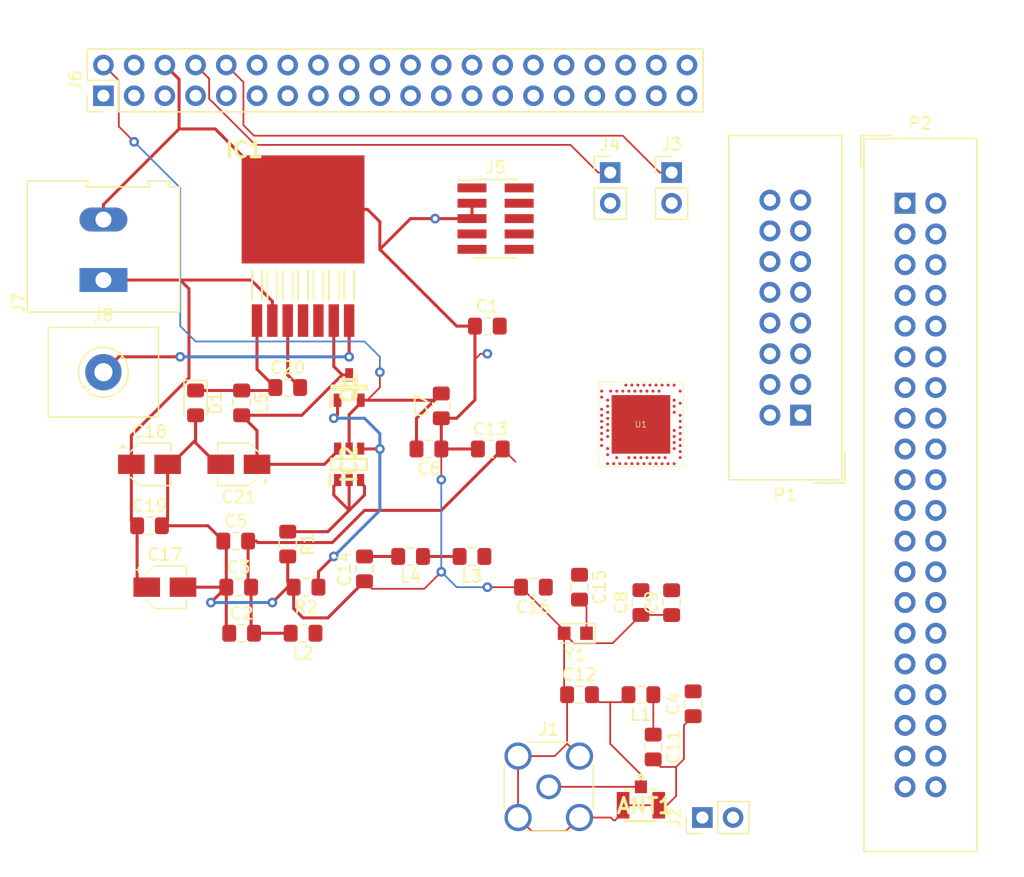
<source format=kicad_pcb>
(kicad_pcb (version 20171130) (host pcbnew "(5.0.0)")

  (general
    (thickness 1.6)
    (drawings 0)
    (tracks 230)
    (zones 0)
    (modules 44)
    (nets 132)
  )

  (page A4)
  (layers
    (0 F.Cu signal)
    (1 In1.Cu signal)
    (2 In2.Cu signal)
    (31 B.Cu signal)
    (32 B.Adhes user)
    (33 F.Adhes user)
    (34 B.Paste user)
    (35 F.Paste user)
    (36 B.SilkS user)
    (37 F.SilkS user)
    (38 B.Mask user)
    (39 F.Mask user)
    (40 Dwgs.User user)
    (41 Cmts.User user)
    (42 Eco1.User user)
    (43 Eco2.User user)
    (44 Edge.Cuts user)
    (45 Margin user)
    (46 B.CrtYd user)
    (47 F.CrtYd user)
    (48 B.Fab user)
    (49 F.Fab user)
  )

  (setup
    (last_trace_width 0.145)
    (user_trace_width 0.145)
    (trace_clearance 0.2)
    (zone_clearance 0.508)
    (zone_45_only no)
    (trace_min 0.145)
    (segment_width 0.2)
    (edge_width 0.15)
    (via_size 0.8)
    (via_drill 0.4)
    (via_min_size 0.2)
    (via_min_drill 0.35)
    (blind_buried_vias_allowed yes)
    (uvia_size 0.3)
    (uvia_drill 0.1)
    (uvias_allowed yes)
    (uvia_min_size 0.2)
    (uvia_min_drill 0.1)
    (pcb_text_width 0.3)
    (pcb_text_size 1.5 1.5)
    (mod_edge_width 0.15)
    (mod_text_size 1 1)
    (mod_text_width 0.15)
    (pad_size 1.524 1.524)
    (pad_drill 0.762)
    (pad_to_mask_clearance 0.2)
    (aux_axis_origin 0 0)
    (visible_elements 7FFFFFFF)
    (pcbplotparams
      (layerselection 0x010fc_ffffffff)
      (usegerberextensions false)
      (usegerberattributes false)
      (usegerberadvancedattributes false)
      (creategerberjobfile false)
      (excludeedgelayer true)
      (linewidth 0.100000)
      (plotframeref false)
      (viasonmask false)
      (mode 1)
      (useauxorigin false)
      (hpglpennumber 1)
      (hpglpenspeed 20)
      (hpglpendiameter 15.000000)
      (psnegative false)
      (psa4output false)
      (plotreference true)
      (plotvalue true)
      (plotinvisibletext false)
      (padsonsilk false)
      (subtractmaskfromsilk false)
      (outputformat 1)
      (mirror false)
      (drillshape 1)
      (scaleselection 1)
      (outputdirectory ""))
  )

  (net 0 "")
  (net 1 "Net-(ANT1-Pad1)")
  (net 2 "Ground (VSS_PA)")
  (net 3 "1.1vsup_decup(dec1)")
  (net 4 "VDD(A14)")
  (net 5 VDDH)
  (net 6 decusb3.3v)
  (net 7 "1.3vsup_decup(flash)(dec5)")
  (net 8 "1.3vsup_decup(rf)(dec2)")
  (net 9 ant)
  (net 10 "1.3vsup_decup(dec4)")
  (net 11 XC2)
  (net 12 "Net-(C15-Pad2)")
  (net 13 XC1)
  (net 14 +12V)
  (net 15 "Net-(C20-Pad2)")
  (net 16 "Net-(C20-Pad1)")
  (net 17 "Net-(C21-Pad1)")
  (net 18 "Net-(IC1-Pad4)")
  (net 19 "Net-(IC1-Pad5)")
  (net 20 "Net-(IC1-Pad7)")
  (net 21 "Net-(IC2-Pad1)")
  (net 22 "Net-(IC2-Pad4)")
  (net 23 P0.10)
  (net 24 P0.09)
  (net 25 P0.01)
  (net 26 "Net-(J3-Pad1)")
  (net 27 "Net-(J4-Pad1)")
  (net 28 p0.00)
  (net 29 SWDIO)
  (net 30 SWDCLK)
  (net 31 "Net-(J5-Pad6)")
  (net 32 "Net-(J5-Pad7)")
  (net 33 "Net-(J5-Pad8)")
  (net 34 "Net-(J5-Pad9)")
  (net 35 P0.18)
  (net 36 "Net-(J6-Pad1)")
  (net 37 "Net-(J6-Pad3)")
  (net 38 "Net-(J6-Pad4)")
  (net 39 "Net-(J6-Pad5)")
  (net 40 "Net-(J6-Pad7)")
  (net 41 "Net-(J6-Pad9)")
  (net 42 "Net-(J6-Pad11)")
  (net 43 "Net-(J6-Pad12)")
  (net 44 "Net-(J6-Pad13)")
  (net 45 "Net-(J6-Pad14)")
  (net 46 "Net-(J6-Pad15)")
  (net 47 "Net-(J6-Pad16)")
  (net 48 "Net-(J6-Pad17)")
  (net 49 "Net-(J6-Pad18)")
  (net 50 "Net-(J6-Pad19)")
  (net 51 "Net-(J6-Pad20)")
  (net 52 "Net-(J6-Pad21)")
  (net 53 "Net-(J6-Pad22)")
  (net 54 "Net-(J6-Pad23)")
  (net 55 "Net-(J6-Pad24)")
  (net 56 "Net-(J6-Pad25)")
  (net 57 "Net-(J6-Pad26)")
  (net 58 "Net-(J6-Pad27)")
  (net 59 "Net-(J6-Pad28)")
  (net 60 "Net-(J6-Pad29)")
  (net 61 "Net-(J6-Pad30)")
  (net 62 "Net-(J6-Pad31)")
  (net 63 "Net-(J6-Pad32)")
  (net 64 "Net-(J6-Pad33)")
  (net 65 "Net-(J6-Pad34)")
  (net 66 "Net-(J6-Pad35)")
  (net 67 "Net-(J6-Pad36)")
  (net 68 "Net-(J6-Pad37)")
  (net 69 "Net-(J6-Pad38)")
  (net 70 "Net-(J6-Pad39)")
  (net 71 "Net-(J6-Pad40)")
  (net 72 DCCH)
  (net 73 DCC)
  (net 74 "Net-(L3-Pad2)")
  (net 75 P1.00)
  (net 76 P1.01)
  (net 77 P1.02)
  (net 78 P1.03)
  (net 79 P1.04)
  (net 80 P1.05)
  (net 81 P1.06)
  (net 82 P1.07)
  (net 83 P1.08)
  (net 84 P1.09)
  (net 85 P1.10)
  (net 86 P1.11)
  (net 87 P1.12)
  (net 88 P1.13)
  (net 89 P1.14)
  (net 90 P1.15)
  (net 91 P0.02)
  (net 92 P0.03)
  (net 93 P0.04)
  (net 94 P0.05)
  (net 95 P0.06)
  (net 96 P0.07)
  (net 97 P0.08)
  (net 98 P0.11)
  (net 99 P0.12)
  (net 100 P0.13)
  (net 101 P0.14)
  (net 102 P0.15)
  (net 103 P0.16)
  (net 104 P0.17)
  (net 105 P0.19)
  (net 106 P0.20)
  (net 107 P0.21)
  (net 108 P0.24)
  (net 109 P0.23)
  (net 110 P0.26)
  (net 111 P0.25)
  (net 112 P0.28)
  (net 113 P0.27)
  (net 114 P0.30)
  (net 115 P0.29)
  (net 116 P0.31)
  (net 117 "Net-(P2-Pad31)")
  (net 118 "Net-(P2-Pad32)")
  (net 119 "Net-(P2-Pad33)")
  (net 120 "Net-(P2-Pad34)")
  (net 121 "Net-(P2-Pad35)")
  (net 122 "Net-(P2-Pad36)")
  (net 123 "Net-(P2-Pad37)")
  (net 124 "Net-(P2-Pad38)")
  (net 125 "Net-(P2-Pad39)")
  (net 126 "Net-(P2-Pad40)")
  (net 127 usbdata-)
  (net 128 usbdata+)
  (net 129 P0.22)
  (net 130 "1.3vsup_decup2(rf)(dec6)")
  (net 131 "psu_decup(dec3)")

  (net_class Default "This is the default net class."
    (clearance 0.2)
    (trace_width 0.25)
    (via_dia 0.8)
    (via_drill 0.4)
    (uvia_dia 0.3)
    (uvia_drill 0.1)
    (add_net +12V)
    (add_net "1.1vsup_decup(dec1)")
    (add_net "1.3vsup_decup(dec4)")
    (add_net "1.3vsup_decup(flash)(dec5)")
    (add_net "1.3vsup_decup(rf)(dec2)")
    (add_net "1.3vsup_decup2(rf)(dec6)")
    (add_net DCC)
    (add_net DCCH)
    (add_net "Ground (VSS_PA)")
    (add_net "Net-(ANT1-Pad1)")
    (add_net "Net-(C15-Pad2)")
    (add_net "Net-(C20-Pad1)")
    (add_net "Net-(C20-Pad2)")
    (add_net "Net-(C21-Pad1)")
    (add_net "Net-(IC1-Pad4)")
    (add_net "Net-(IC1-Pad5)")
    (add_net "Net-(IC1-Pad7)")
    (add_net "Net-(IC2-Pad1)")
    (add_net "Net-(IC2-Pad4)")
    (add_net "Net-(J3-Pad1)")
    (add_net "Net-(J4-Pad1)")
    (add_net "Net-(J5-Pad6)")
    (add_net "Net-(J5-Pad7)")
    (add_net "Net-(J5-Pad8)")
    (add_net "Net-(J5-Pad9)")
    (add_net "Net-(J6-Pad1)")
    (add_net "Net-(J6-Pad11)")
    (add_net "Net-(J6-Pad12)")
    (add_net "Net-(J6-Pad13)")
    (add_net "Net-(J6-Pad14)")
    (add_net "Net-(J6-Pad15)")
    (add_net "Net-(J6-Pad16)")
    (add_net "Net-(J6-Pad17)")
    (add_net "Net-(J6-Pad18)")
    (add_net "Net-(J6-Pad19)")
    (add_net "Net-(J6-Pad20)")
    (add_net "Net-(J6-Pad21)")
    (add_net "Net-(J6-Pad22)")
    (add_net "Net-(J6-Pad23)")
    (add_net "Net-(J6-Pad24)")
    (add_net "Net-(J6-Pad25)")
    (add_net "Net-(J6-Pad26)")
    (add_net "Net-(J6-Pad27)")
    (add_net "Net-(J6-Pad28)")
    (add_net "Net-(J6-Pad29)")
    (add_net "Net-(J6-Pad3)")
    (add_net "Net-(J6-Pad30)")
    (add_net "Net-(J6-Pad31)")
    (add_net "Net-(J6-Pad32)")
    (add_net "Net-(J6-Pad33)")
    (add_net "Net-(J6-Pad34)")
    (add_net "Net-(J6-Pad35)")
    (add_net "Net-(J6-Pad36)")
    (add_net "Net-(J6-Pad37)")
    (add_net "Net-(J6-Pad38)")
    (add_net "Net-(J6-Pad39)")
    (add_net "Net-(J6-Pad4)")
    (add_net "Net-(J6-Pad40)")
    (add_net "Net-(J6-Pad5)")
    (add_net "Net-(J6-Pad7)")
    (add_net "Net-(J6-Pad9)")
    (add_net "Net-(L3-Pad2)")
    (add_net "Net-(P2-Pad31)")
    (add_net "Net-(P2-Pad32)")
    (add_net "Net-(P2-Pad33)")
    (add_net "Net-(P2-Pad34)")
    (add_net "Net-(P2-Pad35)")
    (add_net "Net-(P2-Pad36)")
    (add_net "Net-(P2-Pad37)")
    (add_net "Net-(P2-Pad38)")
    (add_net "Net-(P2-Pad39)")
    (add_net "Net-(P2-Pad40)")
    (add_net P0.01)
    (add_net P0.02)
    (add_net P0.03)
    (add_net P0.04)
    (add_net P0.05)
    (add_net P0.06)
    (add_net P0.07)
    (add_net P0.08)
    (add_net P0.09)
    (add_net P0.10)
    (add_net P0.11)
    (add_net P0.12)
    (add_net P0.13)
    (add_net P0.14)
    (add_net P0.15)
    (add_net P0.16)
    (add_net P0.17)
    (add_net P0.18)
    (add_net P0.19)
    (add_net P0.20)
    (add_net P0.21)
    (add_net P0.22)
    (add_net P0.23)
    (add_net P0.24)
    (add_net P0.25)
    (add_net P0.26)
    (add_net P0.27)
    (add_net P0.28)
    (add_net P0.29)
    (add_net P0.30)
    (add_net P0.31)
    (add_net P1.00)
    (add_net P1.01)
    (add_net P1.02)
    (add_net P1.03)
    (add_net P1.04)
    (add_net P1.05)
    (add_net P1.06)
    (add_net P1.07)
    (add_net P1.08)
    (add_net P1.09)
    (add_net P1.10)
    (add_net P1.11)
    (add_net P1.12)
    (add_net P1.13)
    (add_net P1.14)
    (add_net P1.15)
    (add_net SWDCLK)
    (add_net SWDIO)
    (add_net "VDD(A14)")
    (add_net VDDH)
    (add_net XC1)
    (add_net XC2)
    (add_net ant)
    (add_net decusb3.3v)
    (add_net p0.00)
    (add_net "psu_decup(dec3)")
    (add_net usbdata+)
    (add_net usbdata-)
  )

  (module SamacSys_Parts:CONUFL001-SMD (layer F.Cu) (tedit 5C86547D) (tstamp 5C931CCC)
    (at 85.09 98.045 180)
    (descr CONUFL001-SMD)
    (tags Antenna)
    (path /5C9FDFE4/5C885D44)
    (attr smd)
    (fp_text reference ANT1 (at -0.332 -0.051 180) (layer F.SilkS)
      (effects (font (size 1.27 1.27) (thickness 0.254)))
    )
    (fp_text value CONUFL001-SMD (at -0.332 -0.051 180) (layer F.SilkS) hide
      (effects (font (size 1.27 1.27) (thickness 0.254)))
    )
    (fp_line (start -1.3 -1.3) (end 1.3 -1.3) (layer Dwgs.User) (width 0.2))
    (fp_line (start 1.3 -1.3) (end 1.3 1.3) (layer Dwgs.User) (width 0.2))
    (fp_line (start 1.3 1.3) (end -1.3 1.3) (layer Dwgs.User) (width 0.2))
    (fp_line (start -1.3 1.3) (end -1.3 -1.3) (layer Dwgs.User) (width 0.2))
    (fp_line (start -1.3 -1.3) (end 1.3 -1.3) (layer F.SilkS) (width 0.2))
    (fp_line (start -1.3 1.3) (end -0.761 1.3) (layer F.SilkS) (width 0.2))
    (fp_line (start 1.3 1.3) (end 0.761 1.3) (layer F.SilkS) (width 0.2))
    (fp_circle (center -0.013 2.353) (end -0.044 2.353) (layer F.SilkS) (width 0.254))
    (pad 1 smd rect (at 0 1.525 180) (size 1 1.05) (layers F.Cu F.Paste F.Mask)
      (net 1 "Net-(ANT1-Pad1)"))
    (pad 2 smd rect (at -1.475 0 180) (size 1.05 2.2) (layers F.Cu F.Paste F.Mask)
      (net 2 "Ground (VSS_PA)"))
    (pad 3 smd rect (at 1.475 0 180) (size 1.05 2.2) (layers F.Cu F.Paste F.Mask)
      (net 2 "Ground (VSS_PA)"))
  )

  (module Capacitor_SMD:C_0805_2012Metric_Pad1.15x1.40mm_HandSolder (layer F.Cu) (tedit 5B36C52B) (tstamp 5C931CDD)
    (at 72.39 58.42)
    (descr "Capacitor SMD 0805 (2012 Metric), square (rectangular) end terminal, IPC_7351 nominal with elongated pad for handsoldering. (Body size source: https://docs.google.com/spreadsheets/d/1BsfQQcO9C6DZCsRaXUlFlo91Tg2WpOkGARC1WS5S8t0/edit?usp=sharing), generated with kicad-footprint-generator")
    (tags "capacitor handsolder")
    (path /5C9FDFE4/5CC155B9)
    (attr smd)
    (fp_text reference C1 (at 0 -1.65) (layer F.SilkS)
      (effects (font (size 1 1) (thickness 0.15)))
    )
    (fp_text value 100nF (at 0 1.65) (layer F.Fab)
      (effects (font (size 1 1) (thickness 0.15)))
    )
    (fp_text user %R (at 0 0) (layer F.Fab)
      (effects (font (size 0.5 0.5) (thickness 0.08)))
    )
    (fp_line (start 1.85 0.95) (end -1.85 0.95) (layer F.CrtYd) (width 0.05))
    (fp_line (start 1.85 -0.95) (end 1.85 0.95) (layer F.CrtYd) (width 0.05))
    (fp_line (start -1.85 -0.95) (end 1.85 -0.95) (layer F.CrtYd) (width 0.05))
    (fp_line (start -1.85 0.95) (end -1.85 -0.95) (layer F.CrtYd) (width 0.05))
    (fp_line (start -0.261252 0.71) (end 0.261252 0.71) (layer F.SilkS) (width 0.12))
    (fp_line (start -0.261252 -0.71) (end 0.261252 -0.71) (layer F.SilkS) (width 0.12))
    (fp_line (start 1 0.6) (end -1 0.6) (layer F.Fab) (width 0.1))
    (fp_line (start 1 -0.6) (end 1 0.6) (layer F.Fab) (width 0.1))
    (fp_line (start -1 -0.6) (end 1 -0.6) (layer F.Fab) (width 0.1))
    (fp_line (start -1 0.6) (end -1 -0.6) (layer F.Fab) (width 0.1))
    (pad 2 smd roundrect (at 1.025 0) (size 1.15 1.4) (layers F.Cu F.Paste F.Mask) (roundrect_rratio 0.217391)
      (net 3 "1.1vsup_decup(dec1)"))
    (pad 1 smd roundrect (at -1.025 0) (size 1.15 1.4) (layers F.Cu F.Paste F.Mask) (roundrect_rratio 0.217391)
      (net 2 "Ground (VSS_PA)"))
    (model ${KISYS3DMOD}/Capacitor_SMD.3dshapes/C_0805_2012Metric.wrl
      (at (xyz 0 0 0))
      (scale (xyz 1 1 1))
      (rotate (xyz 0 0 0))
    )
  )

  (module Capacitor_SMD:C_0805_2012Metric_Pad1.15x1.40mm_HandSolder (layer F.Cu) (tedit 5B36C52B) (tstamp 5C931CEE)
    (at 52.07 83.82)
    (descr "Capacitor SMD 0805 (2012 Metric), square (rectangular) end terminal, IPC_7351 nominal with elongated pad for handsoldering. (Body size source: https://docs.google.com/spreadsheets/d/1BsfQQcO9C6DZCsRaXUlFlo91Tg2WpOkGARC1WS5S8t0/edit?usp=sharing), generated with kicad-footprint-generator")
    (tags "capacitor handsolder")
    (path /5C9FDFE4/5CC155E6)
    (attr smd)
    (fp_text reference C2 (at 0 -1.65) (layer F.SilkS)
      (effects (font (size 1 1) (thickness 0.15)))
    )
    (fp_text value 1.0uF (at 0 1.65) (layer F.Fab)
      (effects (font (size 1 1) (thickness 0.15)))
    )
    (fp_text user %R (at 0 0) (layer F.Fab)
      (effects (font (size 0.5 0.5) (thickness 0.08)))
    )
    (fp_line (start 1.85 0.95) (end -1.85 0.95) (layer F.CrtYd) (width 0.05))
    (fp_line (start 1.85 -0.95) (end 1.85 0.95) (layer F.CrtYd) (width 0.05))
    (fp_line (start -1.85 -0.95) (end 1.85 -0.95) (layer F.CrtYd) (width 0.05))
    (fp_line (start -1.85 0.95) (end -1.85 -0.95) (layer F.CrtYd) (width 0.05))
    (fp_line (start -0.261252 0.71) (end 0.261252 0.71) (layer F.SilkS) (width 0.12))
    (fp_line (start -0.261252 -0.71) (end 0.261252 -0.71) (layer F.SilkS) (width 0.12))
    (fp_line (start 1 0.6) (end -1 0.6) (layer F.Fab) (width 0.1))
    (fp_line (start 1 -0.6) (end 1 0.6) (layer F.Fab) (width 0.1))
    (fp_line (start -1 -0.6) (end 1 -0.6) (layer F.Fab) (width 0.1))
    (fp_line (start -1 0.6) (end -1 -0.6) (layer F.Fab) (width 0.1))
    (pad 2 smd roundrect (at 1.025 0) (size 1.15 1.4) (layers F.Cu F.Paste F.Mask) (roundrect_rratio 0.217391)
      (net 4 "VDD(A14)"))
    (pad 1 smd roundrect (at -1.025 0) (size 1.15 1.4) (layers F.Cu F.Paste F.Mask) (roundrect_rratio 0.217391)
      (net 2 "Ground (VSS_PA)"))
    (model ${KISYS3DMOD}/Capacitor_SMD.3dshapes/C_0805_2012Metric.wrl
      (at (xyz 0 0 0))
      (scale (xyz 1 1 1))
      (rotate (xyz 0 0 0))
    )
  )

  (module Capacitor_SMD:C_0805_2012Metric_Pad1.15x1.40mm_HandSolder (layer F.Cu) (tedit 5B36C52B) (tstamp 5C931CFF)
    (at 51.825 80.01)
    (descr "Capacitor SMD 0805 (2012 Metric), square (rectangular) end terminal, IPC_7351 nominal with elongated pad for handsoldering. (Body size source: https://docs.google.com/spreadsheets/d/1BsfQQcO9C6DZCsRaXUlFlo91Tg2WpOkGARC1WS5S8t0/edit?usp=sharing), generated with kicad-footprint-generator")
    (tags "capacitor handsolder")
    (path /5C9FDFE4/5CC5F901)
    (attr smd)
    (fp_text reference C3 (at 0 -1.65) (layer F.SilkS)
      (effects (font (size 1 1) (thickness 0.15)))
    )
    (fp_text value 1.0uF (at 0 1.65) (layer F.Fab)
      (effects (font (size 1 1) (thickness 0.15)))
    )
    (fp_line (start -1 0.6) (end -1 -0.6) (layer F.Fab) (width 0.1))
    (fp_line (start -1 -0.6) (end 1 -0.6) (layer F.Fab) (width 0.1))
    (fp_line (start 1 -0.6) (end 1 0.6) (layer F.Fab) (width 0.1))
    (fp_line (start 1 0.6) (end -1 0.6) (layer F.Fab) (width 0.1))
    (fp_line (start -0.261252 -0.71) (end 0.261252 -0.71) (layer F.SilkS) (width 0.12))
    (fp_line (start -0.261252 0.71) (end 0.261252 0.71) (layer F.SilkS) (width 0.12))
    (fp_line (start -1.85 0.95) (end -1.85 -0.95) (layer F.CrtYd) (width 0.05))
    (fp_line (start -1.85 -0.95) (end 1.85 -0.95) (layer F.CrtYd) (width 0.05))
    (fp_line (start 1.85 -0.95) (end 1.85 0.95) (layer F.CrtYd) (width 0.05))
    (fp_line (start 1.85 0.95) (end -1.85 0.95) (layer F.CrtYd) (width 0.05))
    (fp_text user %R (at 0 0) (layer F.Fab)
      (effects (font (size 0.5 0.5) (thickness 0.08)))
    )
    (pad 1 smd roundrect (at -1.025 0) (size 1.15 1.4) (layers F.Cu F.Paste F.Mask) (roundrect_rratio 0.217391)
      (net 2 "Ground (VSS_PA)"))
    (pad 2 smd roundrect (at 1.025 0) (size 1.15 1.4) (layers F.Cu F.Paste F.Mask) (roundrect_rratio 0.217391)
      (net 4 "VDD(A14)"))
    (model ${KISYS3DMOD}/Capacitor_SMD.3dshapes/C_0805_2012Metric.wrl
      (at (xyz 0 0 0))
      (scale (xyz 1 1 1))
      (rotate (xyz 0 0 0))
    )
  )

  (module Capacitor_SMD:C_0805_2012Metric_Pad1.15x1.40mm_HandSolder (layer F.Cu) (tedit 5B36C52B) (tstamp 5C931D10)
    (at 89.408 89.653 90)
    (descr "Capacitor SMD 0805 (2012 Metric), square (rectangular) end terminal, IPC_7351 nominal with elongated pad for handsoldering. (Body size source: https://docs.google.com/spreadsheets/d/1BsfQQcO9C6DZCsRaXUlFlo91Tg2WpOkGARC1WS5S8t0/edit?usp=sharing), generated with kicad-footprint-generator")
    (tags "capacitor handsolder")
    (path /5C9FDFE4/5CC5F925)
    (attr smd)
    (fp_text reference C4 (at 0 -1.65 90) (layer F.SilkS)
      (effects (font (size 1 1) (thickness 0.15)))
    )
    (fp_text value 1.0uF (at 0 1.65 90) (layer F.Fab)
      (effects (font (size 1 1) (thickness 0.15)))
    )
    (fp_text user %R (at 0 0 90) (layer F.Fab)
      (effects (font (size 0.5 0.5) (thickness 0.08)))
    )
    (fp_line (start 1.85 0.95) (end -1.85 0.95) (layer F.CrtYd) (width 0.05))
    (fp_line (start 1.85 -0.95) (end 1.85 0.95) (layer F.CrtYd) (width 0.05))
    (fp_line (start -1.85 -0.95) (end 1.85 -0.95) (layer F.CrtYd) (width 0.05))
    (fp_line (start -1.85 0.95) (end -1.85 -0.95) (layer F.CrtYd) (width 0.05))
    (fp_line (start -0.261252 0.71) (end 0.261252 0.71) (layer F.SilkS) (width 0.12))
    (fp_line (start -0.261252 -0.71) (end 0.261252 -0.71) (layer F.SilkS) (width 0.12))
    (fp_line (start 1 0.6) (end -1 0.6) (layer F.Fab) (width 0.1))
    (fp_line (start 1 -0.6) (end 1 0.6) (layer F.Fab) (width 0.1))
    (fp_line (start -1 -0.6) (end 1 -0.6) (layer F.Fab) (width 0.1))
    (fp_line (start -1 0.6) (end -1 -0.6) (layer F.Fab) (width 0.1))
    (pad 2 smd roundrect (at 1.025 0 90) (size 1.15 1.4) (layers F.Cu F.Paste F.Mask) (roundrect_rratio 0.217391)
      (net 4 "VDD(A14)"))
    (pad 1 smd roundrect (at -1.025 0 90) (size 1.15 1.4) (layers F.Cu F.Paste F.Mask) (roundrect_rratio 0.217391)
      (net 2 "Ground (VSS_PA)"))
    (model ${KISYS3DMOD}/Capacitor_SMD.3dshapes/C_0805_2012Metric.wrl
      (at (xyz 0 0 0))
      (scale (xyz 1 1 1))
      (rotate (xyz 0 0 0))
    )
  )

  (module Capacitor_SMD:C_0805_2012Metric_Pad1.15x1.40mm_HandSolder (layer F.Cu) (tedit 5B36C52B) (tstamp 5C931D21)
    (at 51.58 76.2)
    (descr "Capacitor SMD 0805 (2012 Metric), square (rectangular) end terminal, IPC_7351 nominal with elongated pad for handsoldering. (Body size source: https://docs.google.com/spreadsheets/d/1BsfQQcO9C6DZCsRaXUlFlo91Tg2WpOkGARC1WS5S8t0/edit?usp=sharing), generated with kicad-footprint-generator")
    (tags "capacitor handsolder")
    (path /5C9FDFE4/5CC9F77D)
    (attr smd)
    (fp_text reference C5 (at 0 -1.65) (layer F.SilkS)
      (effects (font (size 1 1) (thickness 0.15)))
    )
    (fp_text value 1.0uF (at 0 1.65) (layer F.Fab)
      (effects (font (size 1 1) (thickness 0.15)))
    )
    (fp_line (start -1 0.6) (end -1 -0.6) (layer F.Fab) (width 0.1))
    (fp_line (start -1 -0.6) (end 1 -0.6) (layer F.Fab) (width 0.1))
    (fp_line (start 1 -0.6) (end 1 0.6) (layer F.Fab) (width 0.1))
    (fp_line (start 1 0.6) (end -1 0.6) (layer F.Fab) (width 0.1))
    (fp_line (start -0.261252 -0.71) (end 0.261252 -0.71) (layer F.SilkS) (width 0.12))
    (fp_line (start -0.261252 0.71) (end 0.261252 0.71) (layer F.SilkS) (width 0.12))
    (fp_line (start -1.85 0.95) (end -1.85 -0.95) (layer F.CrtYd) (width 0.05))
    (fp_line (start -1.85 -0.95) (end 1.85 -0.95) (layer F.CrtYd) (width 0.05))
    (fp_line (start 1.85 -0.95) (end 1.85 0.95) (layer F.CrtYd) (width 0.05))
    (fp_line (start 1.85 0.95) (end -1.85 0.95) (layer F.CrtYd) (width 0.05))
    (fp_text user %R (at 0 0) (layer F.Fab)
      (effects (font (size 0.5 0.5) (thickness 0.08)))
    )
    (pad 1 smd roundrect (at -1.025 0) (size 1.15 1.4) (layers F.Cu F.Paste F.Mask) (roundrect_rratio 0.217391)
      (net 2 "Ground (VSS_PA)"))
    (pad 2 smd roundrect (at 1.025 0) (size 1.15 1.4) (layers F.Cu F.Paste F.Mask) (roundrect_rratio 0.217391)
      (net 4 "VDD(A14)"))
    (model ${KISYS3DMOD}/Capacitor_SMD.3dshapes/C_0805_2012Metric.wrl
      (at (xyz 0 0 0))
      (scale (xyz 1 1 1))
      (rotate (xyz 0 0 0))
    )
  )

  (module Capacitor_SMD:C_0805_2012Metric_Pad1.15x1.40mm_HandSolder (layer F.Cu) (tedit 5B36C52B) (tstamp 5C931D32)
    (at 67.555 68.58 180)
    (descr "Capacitor SMD 0805 (2012 Metric), square (rectangular) end terminal, IPC_7351 nominal with elongated pad for handsoldering. (Body size source: https://docs.google.com/spreadsheets/d/1BsfQQcO9C6DZCsRaXUlFlo91Tg2WpOkGARC1WS5S8t0/edit?usp=sharing), generated with kicad-footprint-generator")
    (tags "capacitor handsolder")
    (path /5C9FDFE4/5CC15676)
    (attr smd)
    (fp_text reference C6 (at 0 -1.65 180) (layer F.SilkS)
      (effects (font (size 1 1) (thickness 0.15)))
    )
    (fp_text value 4.7uf (at 0 1.65 180) (layer F.Fab)
      (effects (font (size 1 1) (thickness 0.15)))
    )
    (fp_line (start -1 0.6) (end -1 -0.6) (layer F.Fab) (width 0.1))
    (fp_line (start -1 -0.6) (end 1 -0.6) (layer F.Fab) (width 0.1))
    (fp_line (start 1 -0.6) (end 1 0.6) (layer F.Fab) (width 0.1))
    (fp_line (start 1 0.6) (end -1 0.6) (layer F.Fab) (width 0.1))
    (fp_line (start -0.261252 -0.71) (end 0.261252 -0.71) (layer F.SilkS) (width 0.12))
    (fp_line (start -0.261252 0.71) (end 0.261252 0.71) (layer F.SilkS) (width 0.12))
    (fp_line (start -1.85 0.95) (end -1.85 -0.95) (layer F.CrtYd) (width 0.05))
    (fp_line (start -1.85 -0.95) (end 1.85 -0.95) (layer F.CrtYd) (width 0.05))
    (fp_line (start 1.85 -0.95) (end 1.85 0.95) (layer F.CrtYd) (width 0.05))
    (fp_line (start 1.85 0.95) (end -1.85 0.95) (layer F.CrtYd) (width 0.05))
    (fp_text user %R (at 0 0 180) (layer F.Fab)
      (effects (font (size 0.5 0.5) (thickness 0.08)))
    )
    (pad 1 smd roundrect (at -1.025 0 180) (size 1.15 1.4) (layers F.Cu F.Paste F.Mask) (roundrect_rratio 0.217391)
      (net 2 "Ground (VSS_PA)"))
    (pad 2 smd roundrect (at 1.025 0 180) (size 1.15 1.4) (layers F.Cu F.Paste F.Mask) (roundrect_rratio 0.217391)
      (net 5 VDDH))
    (model ${KISYS3DMOD}/Capacitor_SMD.3dshapes/C_0805_2012Metric.wrl
      (at (xyz 0 0 0))
      (scale (xyz 1 1 1))
      (rotate (xyz 0 0 0))
    )
  )

  (module Capacitor_SMD:C_0805_2012Metric_Pad1.15x1.40mm_HandSolder (layer F.Cu) (tedit 5C892B51) (tstamp 5C931D43)
    (at 68.58 65.015 90)
    (descr "Capacitor SMD 0805 (2012 Metric), square (rectangular) end terminal, IPC_7351 nominal with elongated pad for handsoldering. (Body size source: https://docs.google.com/spreadsheets/d/1BsfQQcO9C6DZCsRaXUlFlo91Tg2WpOkGARC1WS5S8t0/edit?usp=sharing), generated with kicad-footprint-generator")
    (tags "capacitor handsolder")
    (path /5C9FDFE4/5CC15601)
    (attr smd)
    (fp_text reference C7 (at 0 -1.65 90) (layer F.SilkS)
      (effects (font (size 1 1) (thickness 0.15)))
    )
    (fp_text value 407uF (at 0 1.65 90) (layer F.Fab)
      (effects (font (size 1 1) (thickness 0.15)))
    )
    (fp_line (start -1 0.6) (end -1 -0.6) (layer F.Fab) (width 0.1))
    (fp_line (start -1 -0.6) (end 1 -0.6) (layer F.Fab) (width 0.1))
    (fp_line (start 1 -0.6) (end 1 0.6) (layer F.Fab) (width 0.1))
    (fp_line (start 1 0.6) (end -1 0.6) (layer F.Fab) (width 0.1))
    (fp_line (start -0.261252 -0.71) (end 0.261252 -0.71) (layer F.SilkS) (width 0.12))
    (fp_line (start -0.261252 0.71) (end 0.261252 0.71) (layer F.SilkS) (width 0.12))
    (fp_line (start -1.85 0.95) (end -1.85 -0.95) (layer F.CrtYd) (width 0.05))
    (fp_line (start -1.85 -0.95) (end 1.85 -0.95) (layer F.CrtYd) (width 0.05))
    (fp_line (start 1.85 -0.95) (end 1.85 0.95) (layer F.CrtYd) (width 0.05))
    (fp_line (start 1.85 0.95) (end -1.85 0.95) (layer F.CrtYd) (width 0.05))
    (fp_text user %R (at 0 0 90) (layer F.Fab)
      (effects (font (size 0.5 0.5) (thickness 0.08)))
    )
    (pad 1 smd roundrect (at -1.025 0 90) (size 1.15 1.4) (layers F.Cu F.Paste F.Mask) (roundrect_rratio 0.217391)
      (net 2 "Ground (VSS_PA)"))
    (pad 2 smd roundrect (at 1.025 0 90) (size 1.15 1.4) (layers F.Cu F.Paste F.Mask) (roundrect_rratio 0.217391)
      (net 5 VDDH))
    (model ${KISYS3DMOD}/Capacitor_SMD.3dshapes/C_0805_2012Metric.wrl
      (at (xyz 0 0 0))
      (scale (xyz 1 1 1))
      (rotate (xyz 0 0 0))
    )
  )

  (module Capacitor_SMD:C_0805_2012Metric_Pad1.15x1.40mm_HandSolder (layer F.Cu) (tedit 5B36C52B) (tstamp 5C931D54)
    (at 85.09 81.28 90)
    (descr "Capacitor SMD 0805 (2012 Metric), square (rectangular) end terminal, IPC_7351 nominal with elongated pad for handsoldering. (Body size source: https://docs.google.com/spreadsheets/d/1BsfQQcO9C6DZCsRaXUlFlo91Tg2WpOkGARC1WS5S8t0/edit?usp=sharing), generated with kicad-footprint-generator")
    (tags "capacitor handsolder")
    (path /5C9FDFE4/5CC156D1)
    (attr smd)
    (fp_text reference C8 (at 0 -1.65 90) (layer F.SilkS)
      (effects (font (size 1 1) (thickness 0.15)))
    )
    (fp_text value 4.7uf (at 0 1.65 90) (layer F.Fab)
      (effects (font (size 1 1) (thickness 0.15)))
    )
    (fp_line (start -1 0.6) (end -1 -0.6) (layer F.Fab) (width 0.1))
    (fp_line (start -1 -0.6) (end 1 -0.6) (layer F.Fab) (width 0.1))
    (fp_line (start 1 -0.6) (end 1 0.6) (layer F.Fab) (width 0.1))
    (fp_line (start 1 0.6) (end -1 0.6) (layer F.Fab) (width 0.1))
    (fp_line (start -0.261252 -0.71) (end 0.261252 -0.71) (layer F.SilkS) (width 0.12))
    (fp_line (start -0.261252 0.71) (end 0.261252 0.71) (layer F.SilkS) (width 0.12))
    (fp_line (start -1.85 0.95) (end -1.85 -0.95) (layer F.CrtYd) (width 0.05))
    (fp_line (start -1.85 -0.95) (end 1.85 -0.95) (layer F.CrtYd) (width 0.05))
    (fp_line (start 1.85 -0.95) (end 1.85 0.95) (layer F.CrtYd) (width 0.05))
    (fp_line (start 1.85 0.95) (end -1.85 0.95) (layer F.CrtYd) (width 0.05))
    (fp_text user %R (at 0 0 90) (layer F.Fab)
      (effects (font (size 0.5 0.5) (thickness 0.08)))
    )
    (pad 1 smd roundrect (at -1.025 0 90) (size 1.15 1.4) (layers F.Cu F.Paste F.Mask) (roundrect_rratio 0.217391)
      (net 2 "Ground (VSS_PA)"))
    (pad 2 smd roundrect (at 1.025 0 90) (size 1.15 1.4) (layers F.Cu F.Paste F.Mask) (roundrect_rratio 0.217391)
      (net 6 decusb3.3v))
    (model ${KISYS3DMOD}/Capacitor_SMD.3dshapes/C_0805_2012Metric.wrl
      (at (xyz 0 0 0))
      (scale (xyz 1 1 1))
      (rotate (xyz 0 0 0))
    )
  )

  (module Capacitor_SMD:C_0805_2012Metric_Pad1.15x1.40mm_HandSolder (layer F.Cu) (tedit 5B36C52B) (tstamp 5C931D65)
    (at 87.63 81.289 90)
    (descr "Capacitor SMD 0805 (2012 Metric), square (rectangular) end terminal, IPC_7351 nominal with elongated pad for handsoldering. (Body size source: https://docs.google.com/spreadsheets/d/1BsfQQcO9C6DZCsRaXUlFlo91Tg2WpOkGARC1WS5S8t0/edit?usp=sharing), generated with kicad-footprint-generator")
    (tags "capacitor handsolder")
    (path /5C9FDFE4/5CC156A1)
    (attr smd)
    (fp_text reference C9 (at 0 -1.65 90) (layer F.SilkS)
      (effects (font (size 1 1) (thickness 0.15)))
    )
    (fp_text value nc (at 0 1.65 90) (layer F.Fab)
      (effects (font (size 1 1) (thickness 0.15)))
    )
    (fp_line (start -1 0.6) (end -1 -0.6) (layer F.Fab) (width 0.1))
    (fp_line (start -1 -0.6) (end 1 -0.6) (layer F.Fab) (width 0.1))
    (fp_line (start 1 -0.6) (end 1 0.6) (layer F.Fab) (width 0.1))
    (fp_line (start 1 0.6) (end -1 0.6) (layer F.Fab) (width 0.1))
    (fp_line (start -0.261252 -0.71) (end 0.261252 -0.71) (layer F.SilkS) (width 0.12))
    (fp_line (start -0.261252 0.71) (end 0.261252 0.71) (layer F.SilkS) (width 0.12))
    (fp_line (start -1.85 0.95) (end -1.85 -0.95) (layer F.CrtYd) (width 0.05))
    (fp_line (start -1.85 -0.95) (end 1.85 -0.95) (layer F.CrtYd) (width 0.05))
    (fp_line (start 1.85 -0.95) (end 1.85 0.95) (layer F.CrtYd) (width 0.05))
    (fp_line (start 1.85 0.95) (end -1.85 0.95) (layer F.CrtYd) (width 0.05))
    (fp_text user %R (at 0 0 90) (layer F.Fab)
      (effects (font (size 0.5 0.5) (thickness 0.08)))
    )
    (pad 1 smd roundrect (at -1.025 0 90) (size 1.15 1.4) (layers F.Cu F.Paste F.Mask) (roundrect_rratio 0.217391)
      (net 2 "Ground (VSS_PA)"))
    (pad 2 smd roundrect (at 1.025 0 90) (size 1.15 1.4) (layers F.Cu F.Paste F.Mask) (roundrect_rratio 0.217391)
      (net 7 "1.3vsup_decup(flash)(dec5)"))
    (model ${KISYS3DMOD}/Capacitor_SMD.3dshapes/C_0805_2012Metric.wrl
      (at (xyz 0 0 0))
      (scale (xyz 1 1 1))
      (rotate (xyz 0 0 0))
    )
  )

  (module Capacitor_SMD:C_0805_2012Metric_Pad1.15x1.40mm_HandSolder (layer F.Cu) (tedit 5B36C52B) (tstamp 5C931D87)
    (at 86.106 93.227 270)
    (descr "Capacitor SMD 0805 (2012 Metric), square (rectangular) end terminal, IPC_7351 nominal with elongated pad for handsoldering. (Body size source: https://docs.google.com/spreadsheets/d/1BsfQQcO9C6DZCsRaXUlFlo91Tg2WpOkGARC1WS5S8t0/edit?usp=sharing), generated with kicad-footprint-generator")
    (tags "capacitor handsolder")
    (path /5C9FDFE4/5CC1562A)
    (attr smd)
    (fp_text reference C11 (at 0 -1.65 270) (layer F.SilkS)
      (effects (font (size 1 1) (thickness 0.15)))
    )
    (fp_text value 0.8pF (at 0 1.65 270) (layer F.Fab)
      (effects (font (size 1 1) (thickness 0.15)))
    )
    (fp_line (start -1 0.6) (end -1 -0.6) (layer F.Fab) (width 0.1))
    (fp_line (start -1 -0.6) (end 1 -0.6) (layer F.Fab) (width 0.1))
    (fp_line (start 1 -0.6) (end 1 0.6) (layer F.Fab) (width 0.1))
    (fp_line (start 1 0.6) (end -1 0.6) (layer F.Fab) (width 0.1))
    (fp_line (start -0.261252 -0.71) (end 0.261252 -0.71) (layer F.SilkS) (width 0.12))
    (fp_line (start -0.261252 0.71) (end 0.261252 0.71) (layer F.SilkS) (width 0.12))
    (fp_line (start -1.85 0.95) (end -1.85 -0.95) (layer F.CrtYd) (width 0.05))
    (fp_line (start -1.85 -0.95) (end 1.85 -0.95) (layer F.CrtYd) (width 0.05))
    (fp_line (start 1.85 -0.95) (end 1.85 0.95) (layer F.CrtYd) (width 0.05))
    (fp_line (start 1.85 0.95) (end -1.85 0.95) (layer F.CrtYd) (width 0.05))
    (fp_text user %R (at 0 0 270) (layer F.Fab)
      (effects (font (size 0.5 0.5) (thickness 0.08)))
    )
    (pad 1 smd roundrect (at -1.025 0 270) (size 1.15 1.4) (layers F.Cu F.Paste F.Mask) (roundrect_rratio 0.217391)
      (net 9 ant))
    (pad 2 smd roundrect (at 1.025 0 270) (size 1.15 1.4) (layers F.Cu F.Paste F.Mask) (roundrect_rratio 0.217391)
      (net 2 "Ground (VSS_PA)"))
    (model ${KISYS3DMOD}/Capacitor_SMD.3dshapes/C_0805_2012Metric.wrl
      (at (xyz 0 0 0))
      (scale (xyz 1 1 1))
      (rotate (xyz 0 0 0))
    )
  )

  (module Capacitor_SMD:C_0805_2012Metric_Pad1.15x1.40mm_HandSolder (layer F.Cu) (tedit 5B36C52B) (tstamp 5C931D98)
    (at 80.01 88.9)
    (descr "Capacitor SMD 0805 (2012 Metric), square (rectangular) end terminal, IPC_7351 nominal with elongated pad for handsoldering. (Body size source: https://docs.google.com/spreadsheets/d/1BsfQQcO9C6DZCsRaXUlFlo91Tg2WpOkGARC1WS5S8t0/edit?usp=sharing), generated with kicad-footprint-generator")
    (tags "capacitor handsolder")
    (path /5C9FDFE4/5CC1560F)
    (attr smd)
    (fp_text reference C12 (at 0 -1.65) (layer F.SilkS)
      (effects (font (size 1 1) (thickness 0.15)))
    )
    (fp_text value 0.5pF (at 0 1.65) (layer F.Fab)
      (effects (font (size 1 1) (thickness 0.15)))
    )
    (fp_text user %R (at 0 0) (layer F.Fab)
      (effects (font (size 0.5 0.5) (thickness 0.08)))
    )
    (fp_line (start 1.85 0.95) (end -1.85 0.95) (layer F.CrtYd) (width 0.05))
    (fp_line (start 1.85 -0.95) (end 1.85 0.95) (layer F.CrtYd) (width 0.05))
    (fp_line (start -1.85 -0.95) (end 1.85 -0.95) (layer F.CrtYd) (width 0.05))
    (fp_line (start -1.85 0.95) (end -1.85 -0.95) (layer F.CrtYd) (width 0.05))
    (fp_line (start -0.261252 0.71) (end 0.261252 0.71) (layer F.SilkS) (width 0.12))
    (fp_line (start -0.261252 -0.71) (end 0.261252 -0.71) (layer F.SilkS) (width 0.12))
    (fp_line (start 1 0.6) (end -1 0.6) (layer F.Fab) (width 0.1))
    (fp_line (start 1 -0.6) (end 1 0.6) (layer F.Fab) (width 0.1))
    (fp_line (start -1 -0.6) (end 1 -0.6) (layer F.Fab) (width 0.1))
    (fp_line (start -1 0.6) (end -1 -0.6) (layer F.Fab) (width 0.1))
    (pad 2 smd roundrect (at 1.025 0) (size 1.15 1.4) (layers F.Cu F.Paste F.Mask) (roundrect_rratio 0.217391)
      (net 1 "Net-(ANT1-Pad1)"))
    (pad 1 smd roundrect (at -1.025 0) (size 1.15 1.4) (layers F.Cu F.Paste F.Mask) (roundrect_rratio 0.217391)
      (net 2 "Ground (VSS_PA)"))
    (model ${KISYS3DMOD}/Capacitor_SMD.3dshapes/C_0805_2012Metric.wrl
      (at (xyz 0 0 0))
      (scale (xyz 1 1 1))
      (rotate (xyz 0 0 0))
    )
  )

  (module Capacitor_SMD:C_0805_2012Metric_Pad1.15x1.40mm_HandSolder (layer F.Cu) (tedit 5B36C52B) (tstamp 5C931DA9)
    (at 72.635 68.58)
    (descr "Capacitor SMD 0805 (2012 Metric), square (rectangular) end terminal, IPC_7351 nominal with elongated pad for handsoldering. (Body size source: https://docs.google.com/spreadsheets/d/1BsfQQcO9C6DZCsRaXUlFlo91Tg2WpOkGARC1WS5S8t0/edit?usp=sharing), generated with kicad-footprint-generator")
    (tags "capacitor handsolder")
    (path /5C9FDFE4/5CC5F94E)
    (attr smd)
    (fp_text reference C13 (at 0 -1.65) (layer F.SilkS)
      (effects (font (size 1 1) (thickness 0.15)))
    )
    (fp_text value 1.0uF (at 0 1.65) (layer F.Fab)
      (effects (font (size 1 1) (thickness 0.15)))
    )
    (fp_line (start -1 0.6) (end -1 -0.6) (layer F.Fab) (width 0.1))
    (fp_line (start -1 -0.6) (end 1 -0.6) (layer F.Fab) (width 0.1))
    (fp_line (start 1 -0.6) (end 1 0.6) (layer F.Fab) (width 0.1))
    (fp_line (start 1 0.6) (end -1 0.6) (layer F.Fab) (width 0.1))
    (fp_line (start -0.261252 -0.71) (end 0.261252 -0.71) (layer F.SilkS) (width 0.12))
    (fp_line (start -0.261252 0.71) (end 0.261252 0.71) (layer F.SilkS) (width 0.12))
    (fp_line (start -1.85 0.95) (end -1.85 -0.95) (layer F.CrtYd) (width 0.05))
    (fp_line (start -1.85 -0.95) (end 1.85 -0.95) (layer F.CrtYd) (width 0.05))
    (fp_line (start 1.85 -0.95) (end 1.85 0.95) (layer F.CrtYd) (width 0.05))
    (fp_line (start 1.85 0.95) (end -1.85 0.95) (layer F.CrtYd) (width 0.05))
    (fp_text user %R (at 0 0) (layer F.Fab)
      (effects (font (size 0.5 0.5) (thickness 0.08)))
    )
    (pad 1 smd roundrect (at -1.025 0) (size 1.15 1.4) (layers F.Cu F.Paste F.Mask) (roundrect_rratio 0.217391)
      (net 2 "Ground (VSS_PA)"))
    (pad 2 smd roundrect (at 1.025 0) (size 1.15 1.4) (layers F.Cu F.Paste F.Mask) (roundrect_rratio 0.217391)
      (net 4 "VDD(A14)"))
    (model ${KISYS3DMOD}/Capacitor_SMD.3dshapes/C_0805_2012Metric.wrl
      (at (xyz 0 0 0))
      (scale (xyz 1 1 1))
      (rotate (xyz 0 0 0))
    )
  )

  (module Capacitor_SMD:C_0805_2012Metric_Pad1.15x1.40mm_HandSolder (layer F.Cu) (tedit 5B36C52B) (tstamp 5C931DBA)
    (at 62.23 78.495 90)
    (descr "Capacitor SMD 0805 (2012 Metric), square (rectangular) end terminal, IPC_7351 nominal with elongated pad for handsoldering. (Body size source: https://docs.google.com/spreadsheets/d/1BsfQQcO9C6DZCsRaXUlFlo91Tg2WpOkGARC1WS5S8t0/edit?usp=sharing), generated with kicad-footprint-generator")
    (tags "capacitor handsolder")
    (path /5C9FDFE4/5CC15663)
    (attr smd)
    (fp_text reference C14 (at 0 -1.65 90) (layer F.SilkS)
      (effects (font (size 1 1) (thickness 0.15)))
    )
    (fp_text value 1.0uf (at 0 1.65 90) (layer F.Fab)
      (effects (font (size 1 1) (thickness 0.15)))
    )
    (fp_text user %R (at 0 0 90) (layer F.Fab)
      (effects (font (size 0.5 0.5) (thickness 0.08)))
    )
    (fp_line (start 1.85 0.95) (end -1.85 0.95) (layer F.CrtYd) (width 0.05))
    (fp_line (start 1.85 -0.95) (end 1.85 0.95) (layer F.CrtYd) (width 0.05))
    (fp_line (start -1.85 -0.95) (end 1.85 -0.95) (layer F.CrtYd) (width 0.05))
    (fp_line (start -1.85 0.95) (end -1.85 -0.95) (layer F.CrtYd) (width 0.05))
    (fp_line (start -0.261252 0.71) (end 0.261252 0.71) (layer F.SilkS) (width 0.12))
    (fp_line (start -0.261252 -0.71) (end 0.261252 -0.71) (layer F.SilkS) (width 0.12))
    (fp_line (start 1 0.6) (end -1 0.6) (layer F.Fab) (width 0.1))
    (fp_line (start 1 -0.6) (end 1 0.6) (layer F.Fab) (width 0.1))
    (fp_line (start -1 -0.6) (end 1 -0.6) (layer F.Fab) (width 0.1))
    (fp_line (start -1 0.6) (end -1 -0.6) (layer F.Fab) (width 0.1))
    (pad 2 smd roundrect (at 1.025 0 90) (size 1.15 1.4) (layers F.Cu F.Paste F.Mask) (roundrect_rratio 0.217391)
      (net 10 "1.3vsup_decup(dec4)"))
    (pad 1 smd roundrect (at -1.025 0 90) (size 1.15 1.4) (layers F.Cu F.Paste F.Mask) (roundrect_rratio 0.217391)
      (net 2 "Ground (VSS_PA)"))
    (model ${KISYS3DMOD}/Capacitor_SMD.3dshapes/C_0805_2012Metric.wrl
      (at (xyz 0 0 0))
      (scale (xyz 1 1 1))
      (rotate (xyz 0 0 0))
    )
  )

  (module Capacitor_SMD:C_0805_2012Metric_Pad1.15x1.40mm_HandSolder (layer F.Cu) (tedit 5B36C52B) (tstamp 5C931DCB)
    (at 80.01 80.01 270)
    (descr "Capacitor SMD 0805 (2012 Metric), square (rectangular) end terminal, IPC_7351 nominal with elongated pad for handsoldering. (Body size source: https://docs.google.com/spreadsheets/d/1BsfQQcO9C6DZCsRaXUlFlo91Tg2WpOkGARC1WS5S8t0/edit?usp=sharing), generated with kicad-footprint-generator")
    (tags "capacitor handsolder")
    (path /5CD5D522/5CD957CD)
    (attr smd)
    (fp_text reference C15 (at 0 -1.65 270) (layer F.SilkS)
      (effects (font (size 1 1) (thickness 0.15)))
    )
    (fp_text value 12pf (at 0 1.65 270) (layer F.Fab)
      (effects (font (size 1 1) (thickness 0.15)))
    )
    (fp_line (start -1 0.6) (end -1 -0.6) (layer F.Fab) (width 0.1))
    (fp_line (start -1 -0.6) (end 1 -0.6) (layer F.Fab) (width 0.1))
    (fp_line (start 1 -0.6) (end 1 0.6) (layer F.Fab) (width 0.1))
    (fp_line (start 1 0.6) (end -1 0.6) (layer F.Fab) (width 0.1))
    (fp_line (start -0.261252 -0.71) (end 0.261252 -0.71) (layer F.SilkS) (width 0.12))
    (fp_line (start -0.261252 0.71) (end 0.261252 0.71) (layer F.SilkS) (width 0.12))
    (fp_line (start -1.85 0.95) (end -1.85 -0.95) (layer F.CrtYd) (width 0.05))
    (fp_line (start -1.85 -0.95) (end 1.85 -0.95) (layer F.CrtYd) (width 0.05))
    (fp_line (start 1.85 -0.95) (end 1.85 0.95) (layer F.CrtYd) (width 0.05))
    (fp_line (start 1.85 0.95) (end -1.85 0.95) (layer F.CrtYd) (width 0.05))
    (fp_text user %R (at 0 0 270) (layer F.Fab)
      (effects (font (size 0.5 0.5) (thickness 0.08)))
    )
    (pad 1 smd roundrect (at -1.025 0 270) (size 1.15 1.4) (layers F.Cu F.Paste F.Mask) (roundrect_rratio 0.217391)
      (net 11 XC2))
    (pad 2 smd roundrect (at 1.025 0 270) (size 1.15 1.4) (layers F.Cu F.Paste F.Mask) (roundrect_rratio 0.217391)
      (net 12 "Net-(C15-Pad2)"))
    (model ${KISYS3DMOD}/Capacitor_SMD.3dshapes/C_0805_2012Metric.wrl
      (at (xyz 0 0 0))
      (scale (xyz 1 1 1))
      (rotate (xyz 0 0 0))
    )
  )

  (module Capacitor_SMD:C_0805_2012Metric_Pad1.15x1.40mm_HandSolder (layer F.Cu) (tedit 5B36C52B) (tstamp 5C931DDC)
    (at 76.2 80.01 180)
    (descr "Capacitor SMD 0805 (2012 Metric), square (rectangular) end terminal, IPC_7351 nominal with elongated pad for handsoldering. (Body size source: https://docs.google.com/spreadsheets/d/1BsfQQcO9C6DZCsRaXUlFlo91Tg2WpOkGARC1WS5S8t0/edit?usp=sharing), generated with kicad-footprint-generator")
    (tags "capacitor handsolder")
    (path /5CD5D522/5CD957C6)
    (attr smd)
    (fp_text reference C16 (at 0 -1.65 180) (layer F.SilkS)
      (effects (font (size 1 1) (thickness 0.15)))
    )
    (fp_text value 12pf (at 0 1.65 180) (layer F.Fab)
      (effects (font (size 1 1) (thickness 0.15)))
    )
    (fp_text user %R (at 0 0 180) (layer F.Fab)
      (effects (font (size 0.5 0.5) (thickness 0.08)))
    )
    (fp_line (start 1.85 0.95) (end -1.85 0.95) (layer F.CrtYd) (width 0.05))
    (fp_line (start 1.85 -0.95) (end 1.85 0.95) (layer F.CrtYd) (width 0.05))
    (fp_line (start -1.85 -0.95) (end 1.85 -0.95) (layer F.CrtYd) (width 0.05))
    (fp_line (start -1.85 0.95) (end -1.85 -0.95) (layer F.CrtYd) (width 0.05))
    (fp_line (start -0.261252 0.71) (end 0.261252 0.71) (layer F.SilkS) (width 0.12))
    (fp_line (start -0.261252 -0.71) (end 0.261252 -0.71) (layer F.SilkS) (width 0.12))
    (fp_line (start 1 0.6) (end -1 0.6) (layer F.Fab) (width 0.1))
    (fp_line (start 1 -0.6) (end 1 0.6) (layer F.Fab) (width 0.1))
    (fp_line (start -1 -0.6) (end 1 -0.6) (layer F.Fab) (width 0.1))
    (fp_line (start -1 0.6) (end -1 -0.6) (layer F.Fab) (width 0.1))
    (pad 2 smd roundrect (at 1.025 0 180) (size 1.15 1.4) (layers F.Cu F.Paste F.Mask) (roundrect_rratio 0.217391)
      (net 2 "Ground (VSS_PA)"))
    (pad 1 smd roundrect (at -1.025 0 180) (size 1.15 1.4) (layers F.Cu F.Paste F.Mask) (roundrect_rratio 0.217391)
      (net 13 XC1))
    (model ${KISYS3DMOD}/Capacitor_SMD.3dshapes/C_0805_2012Metric.wrl
      (at (xyz 0 0 0))
      (scale (xyz 1 1 1))
      (rotate (xyz 0 0 0))
    )
  )

  (module Capacitor_SMD:CP_Elec_3x5.4 (layer F.Cu) (tedit 5A841F9D) (tstamp 5C931E00)
    (at 45.72 80.01)
    (descr "SMT capacitor, aluminium electrolytic, 3x5.4, Nichicon ")
    (tags "Capacitor Electrolytic")
    (path /5C7E653E/5C877F34)
    (attr smd)
    (fp_text reference C17 (at 0 -2.7) (layer F.SilkS)
      (effects (font (size 1 1) (thickness 0.15)))
    )
    (fp_text value 15uf/50v (at 0 2.7) (layer F.Fab)
      (effects (font (size 1 1) (thickness 0.15)))
    )
    (fp_text user %R (at 0 0) (layer F.Fab)
      (effects (font (size 0.6 0.6) (thickness 0.09)))
    )
    (fp_line (start -2.85 1.05) (end -1.78 1.05) (layer F.CrtYd) (width 0.05))
    (fp_line (start -2.85 -1.05) (end -2.85 1.05) (layer F.CrtYd) (width 0.05))
    (fp_line (start -1.78 -1.05) (end -2.85 -1.05) (layer F.CrtYd) (width 0.05))
    (fp_line (start -1.78 -1.05) (end -0.93 -1.9) (layer F.CrtYd) (width 0.05))
    (fp_line (start -1.78 1.05) (end -0.93 1.9) (layer F.CrtYd) (width 0.05))
    (fp_line (start -0.93 -1.9) (end 1.9 -1.9) (layer F.CrtYd) (width 0.05))
    (fp_line (start -0.93 1.9) (end 1.9 1.9) (layer F.CrtYd) (width 0.05))
    (fp_line (start 1.9 1.05) (end 1.9 1.9) (layer F.CrtYd) (width 0.05))
    (fp_line (start 2.85 1.05) (end 1.9 1.05) (layer F.CrtYd) (width 0.05))
    (fp_line (start 2.85 -1.05) (end 2.85 1.05) (layer F.CrtYd) (width 0.05))
    (fp_line (start 1.9 -1.05) (end 2.85 -1.05) (layer F.CrtYd) (width 0.05))
    (fp_line (start 1.9 -1.9) (end 1.9 -1.05) (layer F.CrtYd) (width 0.05))
    (fp_line (start -2.1875 -1.6225) (end -2.1875 -1.2475) (layer F.SilkS) (width 0.12))
    (fp_line (start -2.375 -1.435) (end -2 -1.435) (layer F.SilkS) (width 0.12))
    (fp_line (start -1.570563 1.06) (end -0.870563 1.76) (layer F.SilkS) (width 0.12))
    (fp_line (start -1.570563 -1.06) (end -0.870563 -1.76) (layer F.SilkS) (width 0.12))
    (fp_line (start -0.870563 1.76) (end 1.76 1.76) (layer F.SilkS) (width 0.12))
    (fp_line (start -0.870563 -1.76) (end 1.76 -1.76) (layer F.SilkS) (width 0.12))
    (fp_line (start 1.76 -1.76) (end 1.76 -1.06) (layer F.SilkS) (width 0.12))
    (fp_line (start 1.76 1.76) (end 1.76 1.06) (layer F.SilkS) (width 0.12))
    (fp_line (start -0.960469 -0.95) (end -0.960469 -0.65) (layer F.Fab) (width 0.1))
    (fp_line (start -1.110469 -0.8) (end -0.810469 -0.8) (layer F.Fab) (width 0.1))
    (fp_line (start -1.65 0.825) (end -0.825 1.65) (layer F.Fab) (width 0.1))
    (fp_line (start -1.65 -0.825) (end -0.825 -1.65) (layer F.Fab) (width 0.1))
    (fp_line (start -1.65 -0.825) (end -1.65 0.825) (layer F.Fab) (width 0.1))
    (fp_line (start -0.825 1.65) (end 1.65 1.65) (layer F.Fab) (width 0.1))
    (fp_line (start -0.825 -1.65) (end 1.65 -1.65) (layer F.Fab) (width 0.1))
    (fp_line (start 1.65 -1.65) (end 1.65 1.65) (layer F.Fab) (width 0.1))
    (fp_circle (center 0 0) (end 1.5 0) (layer F.Fab) (width 0.1))
    (pad 2 smd rect (at 1.5 0) (size 2.2 1.6) (layers F.Cu F.Paste F.Mask)
      (net 2 "Ground (VSS_PA)"))
    (pad 1 smd rect (at -1.5 0) (size 2.2 1.6) (layers F.Cu F.Paste F.Mask)
      (net 14 +12V))
    (model ${KISYS3DMOD}/Capacitor_SMD.3dshapes/CP_Elec_3x5.4.wrl
      (at (xyz 0 0 0))
      (scale (xyz 1 1 1))
      (rotate (xyz 0 0 0))
    )
  )

  (module Capacitor_SMD:CP_Elec_3x5.4 (layer F.Cu) (tedit 5A841F9D) (tstamp 5C931E24)
    (at 44.45 69.85)
    (descr "SMT capacitor, aluminium electrolytic, 3x5.4, Nichicon ")
    (tags "Capacitor Electrolytic")
    (path /5C7E653E/5C877FA6)
    (attr smd)
    (fp_text reference C18 (at 0 -2.7) (layer F.SilkS)
      (effects (font (size 1 1) (thickness 0.15)))
    )
    (fp_text value 15uf/50v (at 0 2.7) (layer F.Fab)
      (effects (font (size 1 1) (thickness 0.15)))
    )
    (fp_circle (center 0 0) (end 1.5 0) (layer F.Fab) (width 0.1))
    (fp_line (start 1.65 -1.65) (end 1.65 1.65) (layer F.Fab) (width 0.1))
    (fp_line (start -0.825 -1.65) (end 1.65 -1.65) (layer F.Fab) (width 0.1))
    (fp_line (start -0.825 1.65) (end 1.65 1.65) (layer F.Fab) (width 0.1))
    (fp_line (start -1.65 -0.825) (end -1.65 0.825) (layer F.Fab) (width 0.1))
    (fp_line (start -1.65 -0.825) (end -0.825 -1.65) (layer F.Fab) (width 0.1))
    (fp_line (start -1.65 0.825) (end -0.825 1.65) (layer F.Fab) (width 0.1))
    (fp_line (start -1.110469 -0.8) (end -0.810469 -0.8) (layer F.Fab) (width 0.1))
    (fp_line (start -0.960469 -0.95) (end -0.960469 -0.65) (layer F.Fab) (width 0.1))
    (fp_line (start 1.76 1.76) (end 1.76 1.06) (layer F.SilkS) (width 0.12))
    (fp_line (start 1.76 -1.76) (end 1.76 -1.06) (layer F.SilkS) (width 0.12))
    (fp_line (start -0.870563 -1.76) (end 1.76 -1.76) (layer F.SilkS) (width 0.12))
    (fp_line (start -0.870563 1.76) (end 1.76 1.76) (layer F.SilkS) (width 0.12))
    (fp_line (start -1.570563 -1.06) (end -0.870563 -1.76) (layer F.SilkS) (width 0.12))
    (fp_line (start -1.570563 1.06) (end -0.870563 1.76) (layer F.SilkS) (width 0.12))
    (fp_line (start -2.375 -1.435) (end -2 -1.435) (layer F.SilkS) (width 0.12))
    (fp_line (start -2.1875 -1.6225) (end -2.1875 -1.2475) (layer F.SilkS) (width 0.12))
    (fp_line (start 1.9 -1.9) (end 1.9 -1.05) (layer F.CrtYd) (width 0.05))
    (fp_line (start 1.9 -1.05) (end 2.85 -1.05) (layer F.CrtYd) (width 0.05))
    (fp_line (start 2.85 -1.05) (end 2.85 1.05) (layer F.CrtYd) (width 0.05))
    (fp_line (start 2.85 1.05) (end 1.9 1.05) (layer F.CrtYd) (width 0.05))
    (fp_line (start 1.9 1.05) (end 1.9 1.9) (layer F.CrtYd) (width 0.05))
    (fp_line (start -0.93 1.9) (end 1.9 1.9) (layer F.CrtYd) (width 0.05))
    (fp_line (start -0.93 -1.9) (end 1.9 -1.9) (layer F.CrtYd) (width 0.05))
    (fp_line (start -1.78 1.05) (end -0.93 1.9) (layer F.CrtYd) (width 0.05))
    (fp_line (start -1.78 -1.05) (end -0.93 -1.9) (layer F.CrtYd) (width 0.05))
    (fp_line (start -1.78 -1.05) (end -2.85 -1.05) (layer F.CrtYd) (width 0.05))
    (fp_line (start -2.85 -1.05) (end -2.85 1.05) (layer F.CrtYd) (width 0.05))
    (fp_line (start -2.85 1.05) (end -1.78 1.05) (layer F.CrtYd) (width 0.05))
    (fp_text user %R (at 0 0) (layer F.Fab)
      (effects (font (size 0.6 0.6) (thickness 0.09)))
    )
    (pad 1 smd rect (at -1.5 0) (size 2.2 1.6) (layers F.Cu F.Paste F.Mask)
      (net 14 +12V))
    (pad 2 smd rect (at 1.5 0) (size 2.2 1.6) (layers F.Cu F.Paste F.Mask)
      (net 2 "Ground (VSS_PA)"))
    (model ${KISYS3DMOD}/Capacitor_SMD.3dshapes/CP_Elec_3x5.4.wrl
      (at (xyz 0 0 0))
      (scale (xyz 1 1 1))
      (rotate (xyz 0 0 0))
    )
  )

  (module Capacitor_SMD:C_0805_2012Metric_Pad1.15x1.40mm_HandSolder (layer F.Cu) (tedit 5B36C52B) (tstamp 5C931E35)
    (at 44.45 74.93)
    (descr "Capacitor SMD 0805 (2012 Metric), square (rectangular) end terminal, IPC_7351 nominal with elongated pad for handsoldering. (Body size source: https://docs.google.com/spreadsheets/d/1BsfQQcO9C6DZCsRaXUlFlo91Tg2WpOkGARC1WS5S8t0/edit?usp=sharing), generated with kicad-footprint-generator")
    (tags "capacitor handsolder")
    (path /5C7E653E/5C8776E3)
    (attr smd)
    (fp_text reference C19 (at 0 -1.65) (layer F.SilkS)
      (effects (font (size 1 1) (thickness 0.15)))
    )
    (fp_text value 0.47uf (at 0 1.65) (layer F.Fab)
      (effects (font (size 1 1) (thickness 0.15)))
    )
    (fp_text user %R (at 0 0) (layer F.Fab)
      (effects (font (size 0.5 0.5) (thickness 0.08)))
    )
    (fp_line (start 1.85 0.95) (end -1.85 0.95) (layer F.CrtYd) (width 0.05))
    (fp_line (start 1.85 -0.95) (end 1.85 0.95) (layer F.CrtYd) (width 0.05))
    (fp_line (start -1.85 -0.95) (end 1.85 -0.95) (layer F.CrtYd) (width 0.05))
    (fp_line (start -1.85 0.95) (end -1.85 -0.95) (layer F.CrtYd) (width 0.05))
    (fp_line (start -0.261252 0.71) (end 0.261252 0.71) (layer F.SilkS) (width 0.12))
    (fp_line (start -0.261252 -0.71) (end 0.261252 -0.71) (layer F.SilkS) (width 0.12))
    (fp_line (start 1 0.6) (end -1 0.6) (layer F.Fab) (width 0.1))
    (fp_line (start 1 -0.6) (end 1 0.6) (layer F.Fab) (width 0.1))
    (fp_line (start -1 -0.6) (end 1 -0.6) (layer F.Fab) (width 0.1))
    (fp_line (start -1 0.6) (end -1 -0.6) (layer F.Fab) (width 0.1))
    (pad 2 smd roundrect (at 1.025 0) (size 1.15 1.4) (layers F.Cu F.Paste F.Mask) (roundrect_rratio 0.217391)
      (net 2 "Ground (VSS_PA)"))
    (pad 1 smd roundrect (at -1.025 0) (size 1.15 1.4) (layers F.Cu F.Paste F.Mask) (roundrect_rratio 0.217391)
      (net 14 +12V))
    (model ${KISYS3DMOD}/Capacitor_SMD.3dshapes/C_0805_2012Metric.wrl
      (at (xyz 0 0 0))
      (scale (xyz 1 1 1))
      (rotate (xyz 0 0 0))
    )
  )

  (module Capacitor_SMD:C_0805_2012Metric_Pad1.15x1.40mm_HandSolder (layer F.Cu) (tedit 5B36C52B) (tstamp 5C931E46)
    (at 55.88 63.5)
    (descr "Capacitor SMD 0805 (2012 Metric), square (rectangular) end terminal, IPC_7351 nominal with elongated pad for handsoldering. (Body size source: https://docs.google.com/spreadsheets/d/1BsfQQcO9C6DZCsRaXUlFlo91Tg2WpOkGARC1WS5S8t0/edit?usp=sharing), generated with kicad-footprint-generator")
    (tags "capacitor handsolder")
    (path /5C7E653E/5C87999F)
    (attr smd)
    (fp_text reference C20 (at 0 -1.65) (layer F.SilkS)
      (effects (font (size 1 1) (thickness 0.15)))
    )
    (fp_text value 0.01uf (at 0 1.65) (layer F.Fab)
      (effects (font (size 1 1) (thickness 0.15)))
    )
    (fp_text user %R (at 0 0) (layer F.Fab)
      (effects (font (size 0.5 0.5) (thickness 0.08)))
    )
    (fp_line (start 1.85 0.95) (end -1.85 0.95) (layer F.CrtYd) (width 0.05))
    (fp_line (start 1.85 -0.95) (end 1.85 0.95) (layer F.CrtYd) (width 0.05))
    (fp_line (start -1.85 -0.95) (end 1.85 -0.95) (layer F.CrtYd) (width 0.05))
    (fp_line (start -1.85 0.95) (end -1.85 -0.95) (layer F.CrtYd) (width 0.05))
    (fp_line (start -0.261252 0.71) (end 0.261252 0.71) (layer F.SilkS) (width 0.12))
    (fp_line (start -0.261252 -0.71) (end 0.261252 -0.71) (layer F.SilkS) (width 0.12))
    (fp_line (start 1 0.6) (end -1 0.6) (layer F.Fab) (width 0.1))
    (fp_line (start 1 -0.6) (end 1 0.6) (layer F.Fab) (width 0.1))
    (fp_line (start -1 -0.6) (end 1 -0.6) (layer F.Fab) (width 0.1))
    (fp_line (start -1 0.6) (end -1 -0.6) (layer F.Fab) (width 0.1))
    (pad 2 smd roundrect (at 1.025 0) (size 1.15 1.4) (layers F.Cu F.Paste F.Mask) (roundrect_rratio 0.217391)
      (net 15 "Net-(C20-Pad2)"))
    (pad 1 smd roundrect (at -1.025 0) (size 1.15 1.4) (layers F.Cu F.Paste F.Mask) (roundrect_rratio 0.217391)
      (net 16 "Net-(C20-Pad1)"))
    (model ${KISYS3DMOD}/Capacitor_SMD.3dshapes/C_0805_2012Metric.wrl
      (at (xyz 0 0 0))
      (scale (xyz 1 1 1))
      (rotate (xyz 0 0 0))
    )
  )

  (module Capacitor_SMD:CP_Elec_3x5.3 (layer F.Cu) (tedit 5B303299) (tstamp 5C931E6A)
    (at 51.84 69.85 180)
    (descr "SMT capacitor, aluminium electrolytic, 3x5.3, Cornell Dubilier Electronics ")
    (tags "Capacitor Electrolytic")
    (path /5C7E653E/5C87B06D)
    (attr smd)
    (fp_text reference C21 (at 0 -2.7 180) (layer F.SilkS)
      (effects (font (size 1 1) (thickness 0.15)))
    )
    (fp_text value 180uf/16v (at 0 2.7 180) (layer F.Fab)
      (effects (font (size 1 1) (thickness 0.15)))
    )
    (fp_circle (center 0 0) (end 1.5 0) (layer F.Fab) (width 0.1))
    (fp_line (start 1.65 -1.65) (end 1.65 1.65) (layer F.Fab) (width 0.1))
    (fp_line (start -0.825 -1.65) (end 1.65 -1.65) (layer F.Fab) (width 0.1))
    (fp_line (start -0.825 1.65) (end 1.65 1.65) (layer F.Fab) (width 0.1))
    (fp_line (start -1.65 -0.825) (end -1.65 0.825) (layer F.Fab) (width 0.1))
    (fp_line (start -1.65 -0.825) (end -0.825 -1.65) (layer F.Fab) (width 0.1))
    (fp_line (start -1.65 0.825) (end -0.825 1.65) (layer F.Fab) (width 0.1))
    (fp_line (start -1.110469 -0.8) (end -0.810469 -0.8) (layer F.Fab) (width 0.1))
    (fp_line (start -0.960469 -0.95) (end -0.960469 -0.65) (layer F.Fab) (width 0.1))
    (fp_line (start 1.76 1.76) (end 1.76 1.06) (layer F.SilkS) (width 0.12))
    (fp_line (start 1.76 -1.76) (end 1.76 -1.06) (layer F.SilkS) (width 0.12))
    (fp_line (start -0.870563 -1.76) (end 1.76 -1.76) (layer F.SilkS) (width 0.12))
    (fp_line (start -0.870563 1.76) (end 1.76 1.76) (layer F.SilkS) (width 0.12))
    (fp_line (start -1.570563 -1.06) (end -0.870563 -1.76) (layer F.SilkS) (width 0.12))
    (fp_line (start -1.570563 1.06) (end -0.870563 1.76) (layer F.SilkS) (width 0.12))
    (fp_line (start -2.375 -1.435) (end -2 -1.435) (layer F.SilkS) (width 0.12))
    (fp_line (start -2.1875 -1.6225) (end -2.1875 -1.2475) (layer F.SilkS) (width 0.12))
    (fp_line (start 1.9 -1.9) (end 1.9 -1.05) (layer F.CrtYd) (width 0.05))
    (fp_line (start 1.9 -1.05) (end 2.85 -1.05) (layer F.CrtYd) (width 0.05))
    (fp_line (start 2.85 -1.05) (end 2.85 1.05) (layer F.CrtYd) (width 0.05))
    (fp_line (start 2.85 1.05) (end 1.9 1.05) (layer F.CrtYd) (width 0.05))
    (fp_line (start 1.9 1.05) (end 1.9 1.9) (layer F.CrtYd) (width 0.05))
    (fp_line (start -0.93 1.9) (end 1.9 1.9) (layer F.CrtYd) (width 0.05))
    (fp_line (start -0.93 -1.9) (end 1.9 -1.9) (layer F.CrtYd) (width 0.05))
    (fp_line (start -1.78 1.05) (end -0.93 1.9) (layer F.CrtYd) (width 0.05))
    (fp_line (start -1.78 -1.05) (end -0.93 -1.9) (layer F.CrtYd) (width 0.05))
    (fp_line (start -1.78 -1.05) (end -2.85 -1.05) (layer F.CrtYd) (width 0.05))
    (fp_line (start -2.85 -1.05) (end -2.85 1.05) (layer F.CrtYd) (width 0.05))
    (fp_line (start -2.85 1.05) (end -1.78 1.05) (layer F.CrtYd) (width 0.05))
    (fp_text user %R (at 0 0 180) (layer F.Fab)
      (effects (font (size 0.6 0.6) (thickness 0.09)))
    )
    (pad 1 smd rect (at -1.5 0 180) (size 2.2 1.6) (layers F.Cu F.Paste F.Mask)
      (net 17 "Net-(C21-Pad1)"))
    (pad 2 smd rect (at 1.5 0 180) (size 2.2 1.6) (layers F.Cu F.Paste F.Mask)
      (net 2 "Ground (VSS_PA)"))
    (model ${KISYS3DMOD}/Capacitor_SMD.3dshapes/CP_Elec_3x5.3.wrl
      (at (xyz 0 0 0))
      (scale (xyz 1 1 1))
      (rotate (xyz 0 0 0))
    )
  )

  (module Diode_SMD:D_0805_2012Metric_Pad1.15x1.40mm_HandSolder (layer F.Cu) (tedit 5B4B45C8) (tstamp 5C931E7D)
    (at 48.26 64.77 270)
    (descr "Diode SMD 0805 (2012 Metric), square (rectangular) end terminal, IPC_7351 nominal, (Body size source: https://docs.google.com/spreadsheets/d/1BsfQQcO9C6DZCsRaXUlFlo91Tg2WpOkGARC1WS5S8t0/edit?usp=sharing), generated with kicad-footprint-generator")
    (tags "diode handsolder")
    (path /5C7E653E/5C8798B5)
    (attr smd)
    (fp_text reference D1 (at 0 -1.65 270) (layer F.SilkS)
      (effects (font (size 1 1) (thickness 0.15)))
    )
    (fp_text value SR305 (at 0 1.65 270) (layer F.Fab)
      (effects (font (size 1 1) (thickness 0.15)))
    )
    (fp_line (start 1 -0.6) (end -0.7 -0.6) (layer F.Fab) (width 0.1))
    (fp_line (start -0.7 -0.6) (end -1 -0.3) (layer F.Fab) (width 0.1))
    (fp_line (start -1 -0.3) (end -1 0.6) (layer F.Fab) (width 0.1))
    (fp_line (start -1 0.6) (end 1 0.6) (layer F.Fab) (width 0.1))
    (fp_line (start 1 0.6) (end 1 -0.6) (layer F.Fab) (width 0.1))
    (fp_line (start 1 -0.96) (end -1.86 -0.96) (layer F.SilkS) (width 0.12))
    (fp_line (start -1.86 -0.96) (end -1.86 0.96) (layer F.SilkS) (width 0.12))
    (fp_line (start -1.86 0.96) (end 1 0.96) (layer F.SilkS) (width 0.12))
    (fp_line (start -1.85 0.95) (end -1.85 -0.95) (layer F.CrtYd) (width 0.05))
    (fp_line (start -1.85 -0.95) (end 1.85 -0.95) (layer F.CrtYd) (width 0.05))
    (fp_line (start 1.85 -0.95) (end 1.85 0.95) (layer F.CrtYd) (width 0.05))
    (fp_line (start 1.85 0.95) (end -1.85 0.95) (layer F.CrtYd) (width 0.05))
    (fp_text user %R (at 0 0 270) (layer F.Fab)
      (effects (font (size 0.5 0.5) (thickness 0.08)))
    )
    (pad 1 smd roundrect (at -1.025 0 270) (size 1.15 1.4) (layers F.Cu F.Paste F.Mask) (roundrect_rratio 0.217391)
      (net 16 "Net-(C20-Pad1)"))
    (pad 2 smd roundrect (at 1.025 0 270) (size 1.15 1.4) (layers F.Cu F.Paste F.Mask) (roundrect_rratio 0.217391)
      (net 2 "Ground (VSS_PA)"))
    (model ${KISYS3DMOD}/Diode_SMD.3dshapes/D_0805_2012Metric.wrl
      (at (xyz 0 0 0))
      (scale (xyz 1 1 1))
      (rotate (xyz 0 0 0))
    )
  )

  (module SamacSys_Parts:TO127P1435X457-8N (layer F.Cu) (tedit 5C7D23D3) (tstamp 5C931EB7)
    (at 57.15 48.9204)
    (descr TO127P1435X457-8N)
    (tags "Integrated Circuit")
    (path /5C7E653E/5C7F86EF)
    (attr smd)
    (fp_text reference IC1 (at -4.8514 -5.08) (layer F.SilkS)
      (effects (font (size 1.27 1.27) (thickness 0.254)))
    )
    (fp_text value LM2676S-5.0 (at -4.8514 -5.08) (layer F.SilkS) hide
      (effects (font (size 1.27 1.27) (thickness 0.254)))
    )
    (fp_line (start -3.4036 4.318) (end -4.2164 4.318) (layer Dwgs.User) (width 0.1524))
    (fp_line (start -4.2164 4.318) (end -4.2164 10.033) (layer Dwgs.User) (width 0.1524))
    (fp_line (start -4.2164 10.033) (end -3.4036 10.033) (layer Dwgs.User) (width 0.1524))
    (fp_line (start -3.4036 10.033) (end -3.4036 4.318) (layer Dwgs.User) (width 0.1524))
    (fp_line (start -2.1336 4.318) (end -2.9464 4.318) (layer Dwgs.User) (width 0.1524))
    (fp_line (start -2.9464 4.318) (end -2.9464 10.033) (layer Dwgs.User) (width 0.1524))
    (fp_line (start -2.9464 10.033) (end -2.1336 10.033) (layer Dwgs.User) (width 0.1524))
    (fp_line (start -2.1336 10.033) (end -2.1336 4.318) (layer Dwgs.User) (width 0.1524))
    (fp_line (start -0.8636 4.318) (end -1.6764 4.318) (layer Dwgs.User) (width 0.1524))
    (fp_line (start -1.6764 4.318) (end -1.6764 10.033) (layer Dwgs.User) (width 0.1524))
    (fp_line (start -1.6764 10.033) (end -0.8636 10.033) (layer Dwgs.User) (width 0.1524))
    (fp_line (start -0.8636 10.033) (end -0.8636 4.318) (layer Dwgs.User) (width 0.1524))
    (fp_line (start 0.4064 4.318) (end -0.4064 4.318) (layer Dwgs.User) (width 0.1524))
    (fp_line (start -0.4064 4.318) (end -0.4064 10.033) (layer Dwgs.User) (width 0.1524))
    (fp_line (start -0.4064 10.033) (end 0.4064 10.033) (layer Dwgs.User) (width 0.1524))
    (fp_line (start 0.4064 10.033) (end 0.4064 4.318) (layer Dwgs.User) (width 0.1524))
    (fp_line (start 1.6764 4.318) (end 0.8636 4.318) (layer Dwgs.User) (width 0.1524))
    (fp_line (start 0.8636 4.318) (end 0.8636 10.033) (layer Dwgs.User) (width 0.1524))
    (fp_line (start 0.8636 10.033) (end 1.6764 10.033) (layer Dwgs.User) (width 0.1524))
    (fp_line (start 1.6764 10.033) (end 1.6764 4.318) (layer Dwgs.User) (width 0.1524))
    (fp_line (start 2.9464 4.318) (end 2.1336 4.318) (layer Dwgs.User) (width 0.1524))
    (fp_line (start 2.1336 4.318) (end 2.1336 10.033) (layer Dwgs.User) (width 0.1524))
    (fp_line (start 2.1336 10.033) (end 2.9464 10.033) (layer Dwgs.User) (width 0.1524))
    (fp_line (start 2.9464 10.033) (end 2.9464 4.318) (layer Dwgs.User) (width 0.1524))
    (fp_line (start 4.2164 4.318) (end 3.4036 4.318) (layer Dwgs.User) (width 0.1524))
    (fp_line (start 3.4036 4.318) (end 3.4036 10.033) (layer Dwgs.User) (width 0.1524))
    (fp_line (start 3.4036 10.033) (end 4.2164 10.033) (layer Dwgs.User) (width 0.1524))
    (fp_line (start 4.2164 10.033) (end 4.2164 4.318) (layer Dwgs.User) (width 0.1524))
    (fp_line (start -5.08 4.318) (end 5.08 4.318) (layer Dwgs.User) (width 0.1524))
    (fp_line (start 5.08 4.318) (end 5.08 -4.318) (layer Dwgs.User) (width 0.1524))
    (fp_line (start 5.08 -4.318) (end -5.08 -4.318) (layer Dwgs.User) (width 0.1524))
    (fp_line (start -5.08 -4.318) (end -5.08 4.318) (layer Dwgs.User) (width 0.1524))
    (fp_line (start -4.2164 4.9276) (end -4.2164 7.3406) (layer F.SilkS) (width 0.1524))
    (fp_line (start -2.9464 4.9276) (end -2.9464 7.3406) (layer F.SilkS) (width 0.1524))
    (fp_line (start -1.6764 4.9276) (end -1.6764 7.3406) (layer F.SilkS) (width 0.1524))
    (fp_line (start -0.4064 4.9276) (end -0.4064 7.3406) (layer F.SilkS) (width 0.1524))
    (fp_line (start 0.8636 4.9276) (end 0.8636 7.3406) (layer F.SilkS) (width 0.1524))
    (fp_line (start 2.1336 4.9276) (end 2.1336 7.3406) (layer F.SilkS) (width 0.1524))
    (fp_line (start 3.4036 4.9276) (end 3.4036 7.3406) (layer F.SilkS) (width 0.1524))
    (fp_line (start -3.4036 4.9276) (end -3.4036 7.3406) (layer F.SilkS) (width 0.1524))
    (fp_line (start -2.1336 4.9276) (end -2.1336 7.3406) (layer F.SilkS) (width 0.1524))
    (fp_line (start -0.8636 4.9276) (end -0.8636 7.3406) (layer F.SilkS) (width 0.1524))
    (fp_line (start 0.4064 4.9276) (end 0.4064 7.3406) (layer F.SilkS) (width 0.1524))
    (fp_line (start 1.6764 4.9276) (end 1.6764 7.3406) (layer F.SilkS) (width 0.1524))
    (fp_line (start 2.9464 4.9276) (end 2.9464 7.3406) (layer F.SilkS) (width 0.1524))
    (fp_line (start 4.2164 4.9276) (end 4.2164 7.3406) (layer F.SilkS) (width 0.1524))
    (pad 1 smd rect (at -3.81 9.0424) (size 0.8636 2.6924) (layers F.Cu F.Paste F.Mask)
      (net 16 "Net-(C20-Pad1)"))
    (pad 2 smd rect (at -2.54 9.0424) (size 0.8636 2.6924) (layers F.Cu F.Paste F.Mask)
      (net 14 +12V))
    (pad 3 smd rect (at -1.27 9.0424) (size 0.8636 2.6924) (layers F.Cu F.Paste F.Mask)
      (net 15 "Net-(C20-Pad2)"))
    (pad 4 smd rect (at 0 9.0424) (size 0.8636 2.6924) (layers F.Cu F.Paste F.Mask)
      (net 18 "Net-(IC1-Pad4)"))
    (pad 5 smd rect (at 1.27 9.0424) (size 0.8636 2.6924) (layers F.Cu F.Paste F.Mask)
      (net 19 "Net-(IC1-Pad5)"))
    (pad 6 smd rect (at 2.54 9.0424) (size 0.8636 2.6924) (layers F.Cu F.Paste F.Mask)
      (net 17 "Net-(C21-Pad1)"))
    (pad 7 smd rect (at 3.81 9.0424) (size 0.8636 2.6924) (layers F.Cu F.Paste F.Mask)
      (net 20 "Net-(IC1-Pad7)"))
    (pad 8 smd rect (at 0 -0.1524 90) (size 8.9408 10.16) (layers F.Cu F.Paste F.Mask)
      (net 2 "Ground (VSS_PA)"))
  )

  (module SamacSys_Parts:SOT95P275X110-6N (layer F.Cu) (tedit 5C7D23E8) (tstamp 5C931ECF)
    (at 60.96 69.85 90)
    (descr SOT-26)
    (tags "Integrated Circuit")
    (path /5C7E653E/5C807D70)
    (attr smd)
    (fp_text reference IC2 (at 0 0 90) (layer F.SilkS)
      (effects (font (size 1.27 1.27) (thickness 0.254)))
    )
    (fp_text value DMMT5401-7-F (at 0 0 90) (layer F.SilkS) hide
      (effects (font (size 1.27 1.27) (thickness 0.254)))
    )
    (fp_line (start -2.05 -1.75) (end 2.05 -1.75) (layer Dwgs.User) (width 0.05))
    (fp_line (start 2.05 -1.75) (end 2.05 1.75) (layer Dwgs.User) (width 0.05))
    (fp_line (start 2.05 1.75) (end -2.05 1.75) (layer Dwgs.User) (width 0.05))
    (fp_line (start -2.05 1.75) (end -2.05 -1.75) (layer Dwgs.User) (width 0.05))
    (fp_line (start -0.775 -1.475) (end 0.775 -1.475) (layer Dwgs.User) (width 0.1))
    (fp_line (start 0.775 -1.475) (end 0.775 1.475) (layer Dwgs.User) (width 0.1))
    (fp_line (start 0.775 1.475) (end -0.775 1.475) (layer Dwgs.User) (width 0.1))
    (fp_line (start -0.775 1.475) (end -0.775 -1.475) (layer Dwgs.User) (width 0.1))
    (fp_line (start -0.775 -0.525) (end 0.175 -1.475) (layer Dwgs.User) (width 0.1))
    (fp_line (start -0.45 -1.475) (end 0.45 -1.475) (layer F.SilkS) (width 0.2))
    (fp_line (start 0.45 -1.475) (end 0.45 1.475) (layer F.SilkS) (width 0.2))
    (fp_line (start 0.45 1.475) (end -0.45 1.475) (layer F.SilkS) (width 0.2))
    (fp_line (start -0.45 1.475) (end -0.45 -1.475) (layer F.SilkS) (width 0.2))
    (fp_line (start -1.8 -1.6) (end -0.8 -1.6) (layer F.SilkS) (width 0.2))
    (pad 1 smd rect (at -1.3 -0.95 180) (size 0.6 1) (layers F.Cu F.Paste F.Mask)
      (net 21 "Net-(IC2-Pad1)"))
    (pad 2 smd rect (at -1.3 0 180) (size 0.6 1) (layers F.Cu F.Paste F.Mask)
      (net 21 "Net-(IC2-Pad1)"))
    (pad 3 smd rect (at -1.3 0.95 180) (size 0.6 1) (layers F.Cu F.Paste F.Mask)
      (net 21 "Net-(IC2-Pad1)"))
    (pad 4 smd rect (at 1.3 0.95 180) (size 0.6 1) (layers F.Cu F.Paste F.Mask)
      (net 22 "Net-(IC2-Pad4)"))
    (pad 5 smd rect (at 1.3 0 180) (size 0.6 1) (layers F.Cu F.Paste F.Mask)
      (net 5 VDDH))
    (pad 6 smd rect (at 1.3 -0.95 180) (size 0.6 1) (layers F.Cu F.Paste F.Mask)
      (net 17 "Net-(C21-Pad1)"))
  )

  (module Connector_Coaxial:SMA_Amphenol_132134-16_Vertical (layer F.Cu) (tedit 5B2F4D94) (tstamp 5C931EE6)
    (at 77.47 96.52)
    (descr https://www.amphenolrf.com/downloads/dl/file/id/1141/product/2978/132134_16_customer_drawing.pdf)
    (tags "SMA THT Female Jack Vertical ExtendedLegs")
    (path /5C9FDFE4/5C8668E2)
    (fp_text reference J1 (at 0 -4.75) (layer F.SilkS)
      (effects (font (size 1 1) (thickness 0.15)))
    )
    (fp_text value Conn_Coaxial (at 0 5) (layer F.Fab)
      (effects (font (size 1 1) (thickness 0.15)))
    )
    (fp_circle (center 0 0) (end 3.175 0) (layer F.Fab) (width 0.1))
    (fp_line (start 4.17 4.17) (end -4.17 4.17) (layer F.CrtYd) (width 0.05))
    (fp_line (start 4.17 4.17) (end 4.17 -4.17) (layer F.CrtYd) (width 0.05))
    (fp_line (start -4.17 -4.17) (end -4.17 4.17) (layer F.CrtYd) (width 0.05))
    (fp_line (start -4.17 -4.17) (end 4.17 -4.17) (layer F.CrtYd) (width 0.05))
    (fp_line (start -3.5 -3.5) (end 3.5 -3.5) (layer F.Fab) (width 0.1))
    (fp_line (start -3.5 -3.5) (end -3.5 3.5) (layer F.Fab) (width 0.1))
    (fp_line (start -3.5 3.5) (end 3.5 3.5) (layer F.Fab) (width 0.1))
    (fp_line (start 3.5 -3.5) (end 3.5 3.5) (layer F.Fab) (width 0.1))
    (fp_line (start -3.68 -1.8) (end -3.68 1.8) (layer F.SilkS) (width 0.12))
    (fp_line (start 3.68 -1.8) (end 3.68 1.8) (layer F.SilkS) (width 0.12))
    (fp_line (start -1.8 3.68) (end 1.8 3.68) (layer F.SilkS) (width 0.12))
    (fp_line (start -1.8 -3.68) (end 1.8 -3.68) (layer F.SilkS) (width 0.12))
    (fp_text user %R (at 0 0) (layer F.Fab)
      (effects (font (size 1 1) (thickness 0.15)))
    )
    (pad 1 thru_hole circle (at 0 0) (size 2.05 2.05) (drill 1.5) (layers *.Cu *.Mask)
      (net 1 "Net-(ANT1-Pad1)"))
    (pad 2 thru_hole circle (at 2.54 2.54) (size 2.25 2.25) (drill 1.7) (layers *.Cu *.Mask)
      (net 2 "Ground (VSS_PA)"))
    (pad 2 thru_hole circle (at 2.54 -2.54) (size 2.25 2.25) (drill 1.7) (layers *.Cu *.Mask)
      (net 2 "Ground (VSS_PA)"))
    (pad 2 thru_hole circle (at -2.54 -2.54) (size 2.25 2.25) (drill 1.7) (layers *.Cu *.Mask)
      (net 2 "Ground (VSS_PA)"))
    (pad 2 thru_hole circle (at -2.54 2.54) (size 2.25 2.25) (drill 1.7) (layers *.Cu *.Mask)
      (net 2 "Ground (VSS_PA)"))
    (model ${KISYS3DMOD}/Connector_Coaxial.3dshapes/SMA_Amphenol_132134-16_Vertical.wrl
      (at (xyz 0 0 0))
      (scale (xyz 1 1 1))
      (rotate (xyz 0 0 0))
    )
  )

  (module Connector_PinHeader_2.54mm:PinHeader_1x02_P2.54mm_Vertical (layer F.Cu) (tedit 59FED5CC) (tstamp 5C931EFC)
    (at 90.17 99.06 90)
    (descr "Through hole straight pin header, 1x02, 2.54mm pitch, single row")
    (tags "Through hole pin header THT 1x02 2.54mm single row")
    (path /5CD5D522/5CD95808)
    (fp_text reference J2 (at 0 -2.33 90) (layer F.SilkS)
      (effects (font (size 1 1) (thickness 0.15)))
    )
    (fp_text value "nfc " (at 0 4.87 90) (layer F.Fab)
      (effects (font (size 1 1) (thickness 0.15)))
    )
    (fp_line (start -0.635 -1.27) (end 1.27 -1.27) (layer F.Fab) (width 0.1))
    (fp_line (start 1.27 -1.27) (end 1.27 3.81) (layer F.Fab) (width 0.1))
    (fp_line (start 1.27 3.81) (end -1.27 3.81) (layer F.Fab) (width 0.1))
    (fp_line (start -1.27 3.81) (end -1.27 -0.635) (layer F.Fab) (width 0.1))
    (fp_line (start -1.27 -0.635) (end -0.635 -1.27) (layer F.Fab) (width 0.1))
    (fp_line (start -1.33 3.87) (end 1.33 3.87) (layer F.SilkS) (width 0.12))
    (fp_line (start -1.33 1.27) (end -1.33 3.87) (layer F.SilkS) (width 0.12))
    (fp_line (start 1.33 1.27) (end 1.33 3.87) (layer F.SilkS) (width 0.12))
    (fp_line (start -1.33 1.27) (end 1.33 1.27) (layer F.SilkS) (width 0.12))
    (fp_line (start -1.33 0) (end -1.33 -1.33) (layer F.SilkS) (width 0.12))
    (fp_line (start -1.33 -1.33) (end 0 -1.33) (layer F.SilkS) (width 0.12))
    (fp_line (start -1.8 -1.8) (end -1.8 4.35) (layer F.CrtYd) (width 0.05))
    (fp_line (start -1.8 4.35) (end 1.8 4.35) (layer F.CrtYd) (width 0.05))
    (fp_line (start 1.8 4.35) (end 1.8 -1.8) (layer F.CrtYd) (width 0.05))
    (fp_line (start 1.8 -1.8) (end -1.8 -1.8) (layer F.CrtYd) (width 0.05))
    (fp_text user %R (at 0 1.27 180) (layer F.Fab)
      (effects (font (size 1 1) (thickness 0.15)))
    )
    (pad 1 thru_hole rect (at 0 0 90) (size 1.7 1.7) (drill 1) (layers *.Cu *.Mask)
      (net 23 P0.10))
    (pad 2 thru_hole oval (at 0 2.54 90) (size 1.7 1.7) (drill 1) (layers *.Cu *.Mask)
      (net 24 P0.09))
    (model ${KISYS3DMOD}/Connector_PinHeader_2.54mm.3dshapes/PinHeader_1x02_P2.54mm_Vertical.wrl
      (at (xyz 0 0 0))
      (scale (xyz 1 1 1))
      (rotate (xyz 0 0 0))
    )
  )

  (module Connector_PinHeader_2.54mm:PinHeader_1x02_P2.54mm_Vertical (layer F.Cu) (tedit 59FED5CC) (tstamp 5C931F12)
    (at 87.63 45.72)
    (descr "Through hole straight pin header, 1x02, 2.54mm pitch, single row")
    (tags "Through hole pin header THT 1x02 2.54mm single row")
    (path /5CD5D522/5CD9572F)
    (fp_text reference J3 (at 0 -2.33) (layer F.SilkS)
      (effects (font (size 1 1) (thickness 0.15)))
    )
    (fp_text value "52840 tx pri rx" (at 0 4.87) (layer F.Fab)
      (effects (font (size 1 1) (thickness 0.15)))
    )
    (fp_text user %R (at 0 1.27 90) (layer F.Fab)
      (effects (font (size 1 1) (thickness 0.15)))
    )
    (fp_line (start 1.8 -1.8) (end -1.8 -1.8) (layer F.CrtYd) (width 0.05))
    (fp_line (start 1.8 4.35) (end 1.8 -1.8) (layer F.CrtYd) (width 0.05))
    (fp_line (start -1.8 4.35) (end 1.8 4.35) (layer F.CrtYd) (width 0.05))
    (fp_line (start -1.8 -1.8) (end -1.8 4.35) (layer F.CrtYd) (width 0.05))
    (fp_line (start -1.33 -1.33) (end 0 -1.33) (layer F.SilkS) (width 0.12))
    (fp_line (start -1.33 0) (end -1.33 -1.33) (layer F.SilkS) (width 0.12))
    (fp_line (start -1.33 1.27) (end 1.33 1.27) (layer F.SilkS) (width 0.12))
    (fp_line (start 1.33 1.27) (end 1.33 3.87) (layer F.SilkS) (width 0.12))
    (fp_line (start -1.33 1.27) (end -1.33 3.87) (layer F.SilkS) (width 0.12))
    (fp_line (start -1.33 3.87) (end 1.33 3.87) (layer F.SilkS) (width 0.12))
    (fp_line (start -1.27 -0.635) (end -0.635 -1.27) (layer F.Fab) (width 0.1))
    (fp_line (start -1.27 3.81) (end -1.27 -0.635) (layer F.Fab) (width 0.1))
    (fp_line (start 1.27 3.81) (end -1.27 3.81) (layer F.Fab) (width 0.1))
    (fp_line (start 1.27 -1.27) (end 1.27 3.81) (layer F.Fab) (width 0.1))
    (fp_line (start -0.635 -1.27) (end 1.27 -1.27) (layer F.Fab) (width 0.1))
    (pad 2 thru_hole oval (at 0 2.54) (size 1.7 1.7) (drill 1) (layers *.Cu *.Mask)
      (net 25 P0.01))
    (pad 1 thru_hole rect (at 0 0) (size 1.7 1.7) (drill 1) (layers *.Cu *.Mask)
      (net 26 "Net-(J3-Pad1)"))
    (model ${KISYS3DMOD}/Connector_PinHeader_2.54mm.3dshapes/PinHeader_1x02_P2.54mm_Vertical.wrl
      (at (xyz 0 0 0))
      (scale (xyz 1 1 1))
      (rotate (xyz 0 0 0))
    )
  )

  (module Connector_PinHeader_2.54mm:PinHeader_1x02_P2.54mm_Vertical (layer F.Cu) (tedit 59FED5CC) (tstamp 5C931F28)
    (at 82.55 45.72)
    (descr "Through hole straight pin header, 1x02, 2.54mm pitch, single row")
    (tags "Through hole pin header THT 1x02 2.54mm single row")
    (path /5CD5D522/5CD95736)
    (fp_text reference J4 (at 0 -2.33) (layer F.SilkS)
      (effects (font (size 1 1) (thickness 0.15)))
    )
    (fp_text value "52840 rx rpi tx" (at 0 4.87) (layer F.Fab)
      (effects (font (size 1 1) (thickness 0.15)))
    )
    (fp_line (start -0.635 -1.27) (end 1.27 -1.27) (layer F.Fab) (width 0.1))
    (fp_line (start 1.27 -1.27) (end 1.27 3.81) (layer F.Fab) (width 0.1))
    (fp_line (start 1.27 3.81) (end -1.27 3.81) (layer F.Fab) (width 0.1))
    (fp_line (start -1.27 3.81) (end -1.27 -0.635) (layer F.Fab) (width 0.1))
    (fp_line (start -1.27 -0.635) (end -0.635 -1.27) (layer F.Fab) (width 0.1))
    (fp_line (start -1.33 3.87) (end 1.33 3.87) (layer F.SilkS) (width 0.12))
    (fp_line (start -1.33 1.27) (end -1.33 3.87) (layer F.SilkS) (width 0.12))
    (fp_line (start 1.33 1.27) (end 1.33 3.87) (layer F.SilkS) (width 0.12))
    (fp_line (start -1.33 1.27) (end 1.33 1.27) (layer F.SilkS) (width 0.12))
    (fp_line (start -1.33 0) (end -1.33 -1.33) (layer F.SilkS) (width 0.12))
    (fp_line (start -1.33 -1.33) (end 0 -1.33) (layer F.SilkS) (width 0.12))
    (fp_line (start -1.8 -1.8) (end -1.8 4.35) (layer F.CrtYd) (width 0.05))
    (fp_line (start -1.8 4.35) (end 1.8 4.35) (layer F.CrtYd) (width 0.05))
    (fp_line (start 1.8 4.35) (end 1.8 -1.8) (layer F.CrtYd) (width 0.05))
    (fp_line (start 1.8 -1.8) (end -1.8 -1.8) (layer F.CrtYd) (width 0.05))
    (fp_text user %R (at 0 1.27 90) (layer F.Fab)
      (effects (font (size 1 1) (thickness 0.15)))
    )
    (pad 1 thru_hole rect (at 0 0) (size 1.7 1.7) (drill 1) (layers *.Cu *.Mask)
      (net 27 "Net-(J4-Pad1)"))
    (pad 2 thru_hole oval (at 0 2.54) (size 1.7 1.7) (drill 1) (layers *.Cu *.Mask)
      (net 28 p0.00))
    (model ${KISYS3DMOD}/Connector_PinHeader_2.54mm.3dshapes/PinHeader_1x02_P2.54mm_Vertical.wrl
      (at (xyz 0 0 0))
      (scale (xyz 1 1 1))
      (rotate (xyz 0 0 0))
    )
  )

  (module Connector_PinHeader_1.27mm:PinHeader_2x05_P1.27mm_Vertical_SMD (layer F.Cu) (tedit 59FED6E3) (tstamp 5C931F65)
    (at 73.07 49.53)
    (descr "surface-mounted straight pin header, 2x05, 1.27mm pitch, double rows")
    (tags "Surface mounted pin header SMD 2x05 1.27mm double row")
    (path /5CD5D522/5C8301A2)
    (attr smd)
    (fp_text reference J5 (at 0 -4.235) (layer F.SilkS)
      (effects (font (size 1 1) (thickness 0.15)))
    )
    (fp_text value Conn_ARM_JTAG_SWD_10 (at 0 4.235) (layer F.Fab)
      (effects (font (size 1 1) (thickness 0.15)))
    )
    (fp_line (start 1.705 3.175) (end -1.705 3.175) (layer F.Fab) (width 0.1))
    (fp_line (start -1.27 -3.175) (end 1.705 -3.175) (layer F.Fab) (width 0.1))
    (fp_line (start -1.705 3.175) (end -1.705 -2.74) (layer F.Fab) (width 0.1))
    (fp_line (start -1.705 -2.74) (end -1.27 -3.175) (layer F.Fab) (width 0.1))
    (fp_line (start 1.705 -3.175) (end 1.705 3.175) (layer F.Fab) (width 0.1))
    (fp_line (start -1.705 -2.74) (end -2.75 -2.74) (layer F.Fab) (width 0.1))
    (fp_line (start -2.75 -2.74) (end -2.75 -2.34) (layer F.Fab) (width 0.1))
    (fp_line (start -2.75 -2.34) (end -1.705 -2.34) (layer F.Fab) (width 0.1))
    (fp_line (start 1.705 -2.74) (end 2.75 -2.74) (layer F.Fab) (width 0.1))
    (fp_line (start 2.75 -2.74) (end 2.75 -2.34) (layer F.Fab) (width 0.1))
    (fp_line (start 2.75 -2.34) (end 1.705 -2.34) (layer F.Fab) (width 0.1))
    (fp_line (start -1.705 -1.47) (end -2.75 -1.47) (layer F.Fab) (width 0.1))
    (fp_line (start -2.75 -1.47) (end -2.75 -1.07) (layer F.Fab) (width 0.1))
    (fp_line (start -2.75 -1.07) (end -1.705 -1.07) (layer F.Fab) (width 0.1))
    (fp_line (start 1.705 -1.47) (end 2.75 -1.47) (layer F.Fab) (width 0.1))
    (fp_line (start 2.75 -1.47) (end 2.75 -1.07) (layer F.Fab) (width 0.1))
    (fp_line (start 2.75 -1.07) (end 1.705 -1.07) (layer F.Fab) (width 0.1))
    (fp_line (start -1.705 -0.2) (end -2.75 -0.2) (layer F.Fab) (width 0.1))
    (fp_line (start -2.75 -0.2) (end -2.75 0.2) (layer F.Fab) (width 0.1))
    (fp_line (start -2.75 0.2) (end -1.705 0.2) (layer F.Fab) (width 0.1))
    (fp_line (start 1.705 -0.2) (end 2.75 -0.2) (layer F.Fab) (width 0.1))
    (fp_line (start 2.75 -0.2) (end 2.75 0.2) (layer F.Fab) (width 0.1))
    (fp_line (start 2.75 0.2) (end 1.705 0.2) (layer F.Fab) (width 0.1))
    (fp_line (start -1.705 1.07) (end -2.75 1.07) (layer F.Fab) (width 0.1))
    (fp_line (start -2.75 1.07) (end -2.75 1.47) (layer F.Fab) (width 0.1))
    (fp_line (start -2.75 1.47) (end -1.705 1.47) (layer F.Fab) (width 0.1))
    (fp_line (start 1.705 1.07) (end 2.75 1.07) (layer F.Fab) (width 0.1))
    (fp_line (start 2.75 1.07) (end 2.75 1.47) (layer F.Fab) (width 0.1))
    (fp_line (start 2.75 1.47) (end 1.705 1.47) (layer F.Fab) (width 0.1))
    (fp_line (start -1.705 2.34) (end -2.75 2.34) (layer F.Fab) (width 0.1))
    (fp_line (start -2.75 2.34) (end -2.75 2.74) (layer F.Fab) (width 0.1))
    (fp_line (start -2.75 2.74) (end -1.705 2.74) (layer F.Fab) (width 0.1))
    (fp_line (start 1.705 2.34) (end 2.75 2.34) (layer F.Fab) (width 0.1))
    (fp_line (start 2.75 2.34) (end 2.75 2.74) (layer F.Fab) (width 0.1))
    (fp_line (start 2.75 2.74) (end 1.705 2.74) (layer F.Fab) (width 0.1))
    (fp_line (start -1.765 -3.235) (end 1.765 -3.235) (layer F.SilkS) (width 0.12))
    (fp_line (start -1.765 3.235) (end 1.765 3.235) (layer F.SilkS) (width 0.12))
    (fp_line (start -3.09 -3.17) (end -1.765 -3.17) (layer F.SilkS) (width 0.12))
    (fp_line (start -1.765 -3.235) (end -1.765 -3.17) (layer F.SilkS) (width 0.12))
    (fp_line (start 1.765 -3.235) (end 1.765 -3.17) (layer F.SilkS) (width 0.12))
    (fp_line (start -1.765 3.17) (end -1.765 3.235) (layer F.SilkS) (width 0.12))
    (fp_line (start 1.765 3.17) (end 1.765 3.235) (layer F.SilkS) (width 0.12))
    (fp_line (start -4.3 -3.7) (end -4.3 3.7) (layer F.CrtYd) (width 0.05))
    (fp_line (start -4.3 3.7) (end 4.3 3.7) (layer F.CrtYd) (width 0.05))
    (fp_line (start 4.3 3.7) (end 4.3 -3.7) (layer F.CrtYd) (width 0.05))
    (fp_line (start 4.3 -3.7) (end -4.3 -3.7) (layer F.CrtYd) (width 0.05))
    (fp_text user %R (at 0 0 90) (layer F.Fab)
      (effects (font (size 1 1) (thickness 0.15)))
    )
    (pad 1 smd rect (at -1.95 -2.54) (size 2.4 0.74) (layers F.Cu F.Paste F.Mask)
      (net 4 "VDD(A14)"))
    (pad 2 smd rect (at 1.95 -2.54) (size 2.4 0.74) (layers F.Cu F.Paste F.Mask)
      (net 29 SWDIO))
    (pad 3 smd rect (at -1.95 -1.27) (size 2.4 0.74) (layers F.Cu F.Paste F.Mask)
      (net 2 "Ground (VSS_PA)"))
    (pad 4 smd rect (at 1.95 -1.27) (size 2.4 0.74) (layers F.Cu F.Paste F.Mask)
      (net 30 SWDCLK))
    (pad 5 smd rect (at -1.95 0) (size 2.4 0.74) (layers F.Cu F.Paste F.Mask)
      (net 2 "Ground (VSS_PA)"))
    (pad 6 smd rect (at 1.95 0) (size 2.4 0.74) (layers F.Cu F.Paste F.Mask)
      (net 31 "Net-(J5-Pad6)"))
    (pad 7 smd rect (at -1.95 1.27) (size 2.4 0.74) (layers F.Cu F.Paste F.Mask)
      (net 32 "Net-(J5-Pad7)"))
    (pad 8 smd rect (at 1.95 1.27) (size 2.4 0.74) (layers F.Cu F.Paste F.Mask)
      (net 33 "Net-(J5-Pad8)"))
    (pad 9 smd rect (at -1.95 2.54) (size 2.4 0.74) (layers F.Cu F.Paste F.Mask)
      (net 34 "Net-(J5-Pad9)"))
    (pad 10 smd rect (at 1.95 2.54) (size 2.4 0.74) (layers F.Cu F.Paste F.Mask)
      (net 35 P0.18))
    (model ${KISYS3DMOD}/Connector_PinHeader_1.27mm.3dshapes/PinHeader_2x05_P1.27mm_Vertical_SMD.wrl
      (at (xyz 0 0 0))
      (scale (xyz 1 1 1))
      (rotate (xyz 0 0 0))
    )
  )

  (module Connector_PinHeader_2.54mm:PinHeader_2x20_P2.54mm_Vertical (layer F.Cu) (tedit 59FED5CC) (tstamp 5C931FA3)
    (at 40.64 39.37 90)
    (descr "Through hole straight pin header, 2x20, 2.54mm pitch, double rows")
    (tags "Through hole pin header THT 2x20 2.54mm double row")
    (path /5CD5D522/5CD95728)
    (fp_text reference J6 (at 1.27 -2.33 90) (layer F.SilkS)
      (effects (font (size 1 1) (thickness 0.15)))
    )
    (fp_text value Raspberry_Pi_2_3 (at 1.27 50.59 90) (layer F.Fab)
      (effects (font (size 1 1) (thickness 0.15)))
    )
    (fp_line (start 0 -1.27) (end 3.81 -1.27) (layer F.Fab) (width 0.1))
    (fp_line (start 3.81 -1.27) (end 3.81 49.53) (layer F.Fab) (width 0.1))
    (fp_line (start 3.81 49.53) (end -1.27 49.53) (layer F.Fab) (width 0.1))
    (fp_line (start -1.27 49.53) (end -1.27 0) (layer F.Fab) (width 0.1))
    (fp_line (start -1.27 0) (end 0 -1.27) (layer F.Fab) (width 0.1))
    (fp_line (start -1.33 49.59) (end 3.87 49.59) (layer F.SilkS) (width 0.12))
    (fp_line (start -1.33 1.27) (end -1.33 49.59) (layer F.SilkS) (width 0.12))
    (fp_line (start 3.87 -1.33) (end 3.87 49.59) (layer F.SilkS) (width 0.12))
    (fp_line (start -1.33 1.27) (end 1.27 1.27) (layer F.SilkS) (width 0.12))
    (fp_line (start 1.27 1.27) (end 1.27 -1.33) (layer F.SilkS) (width 0.12))
    (fp_line (start 1.27 -1.33) (end 3.87 -1.33) (layer F.SilkS) (width 0.12))
    (fp_line (start -1.33 0) (end -1.33 -1.33) (layer F.SilkS) (width 0.12))
    (fp_line (start -1.33 -1.33) (end 0 -1.33) (layer F.SilkS) (width 0.12))
    (fp_line (start -1.8 -1.8) (end -1.8 50.05) (layer F.CrtYd) (width 0.05))
    (fp_line (start -1.8 50.05) (end 4.35 50.05) (layer F.CrtYd) (width 0.05))
    (fp_line (start 4.35 50.05) (end 4.35 -1.8) (layer F.CrtYd) (width 0.05))
    (fp_line (start 4.35 -1.8) (end -1.8 -1.8) (layer F.CrtYd) (width 0.05))
    (fp_text user %R (at 1.27 24.13 180) (layer F.Fab)
      (effects (font (size 1 1) (thickness 0.15)))
    )
    (pad 1 thru_hole rect (at 0 0 90) (size 1.7 1.7) (drill 1) (layers *.Cu *.Mask)
      (net 36 "Net-(J6-Pad1)"))
    (pad 2 thru_hole oval (at 2.54 0 90) (size 1.7 1.7) (drill 1) (layers *.Cu *.Mask)
      (net 5 VDDH))
    (pad 3 thru_hole oval (at 0 2.54 90) (size 1.7 1.7) (drill 1) (layers *.Cu *.Mask)
      (net 37 "Net-(J6-Pad3)"))
    (pad 4 thru_hole oval (at 2.54 2.54 90) (size 1.7 1.7) (drill 1) (layers *.Cu *.Mask)
      (net 38 "Net-(J6-Pad4)"))
    (pad 5 thru_hole oval (at 0 5.08 90) (size 1.7 1.7) (drill 1) (layers *.Cu *.Mask)
      (net 39 "Net-(J6-Pad5)"))
    (pad 6 thru_hole oval (at 2.54 5.08 90) (size 1.7 1.7) (drill 1) (layers *.Cu *.Mask)
      (net 2 "Ground (VSS_PA)"))
    (pad 7 thru_hole oval (at 0 7.62 90) (size 1.7 1.7) (drill 1) (layers *.Cu *.Mask)
      (net 40 "Net-(J6-Pad7)"))
    (pad 8 thru_hole oval (at 2.54 7.62 90) (size 1.7 1.7) (drill 1) (layers *.Cu *.Mask)
      (net 27 "Net-(J4-Pad1)"))
    (pad 9 thru_hole oval (at 0 10.16 90) (size 1.7 1.7) (drill 1) (layers *.Cu *.Mask)
      (net 41 "Net-(J6-Pad9)"))
    (pad 10 thru_hole oval (at 2.54 10.16 90) (size 1.7 1.7) (drill 1) (layers *.Cu *.Mask)
      (net 26 "Net-(J3-Pad1)"))
    (pad 11 thru_hole oval (at 0 12.7 90) (size 1.7 1.7) (drill 1) (layers *.Cu *.Mask)
      (net 42 "Net-(J6-Pad11)"))
    (pad 12 thru_hole oval (at 2.54 12.7 90) (size 1.7 1.7) (drill 1) (layers *.Cu *.Mask)
      (net 43 "Net-(J6-Pad12)"))
    (pad 13 thru_hole oval (at 0 15.24 90) (size 1.7 1.7) (drill 1) (layers *.Cu *.Mask)
      (net 44 "Net-(J6-Pad13)"))
    (pad 14 thru_hole oval (at 2.54 15.24 90) (size 1.7 1.7) (drill 1) (layers *.Cu *.Mask)
      (net 45 "Net-(J6-Pad14)"))
    (pad 15 thru_hole oval (at 0 17.78 90) (size 1.7 1.7) (drill 1) (layers *.Cu *.Mask)
      (net 46 "Net-(J6-Pad15)"))
    (pad 16 thru_hole oval (at 2.54 17.78 90) (size 1.7 1.7) (drill 1) (layers *.Cu *.Mask)
      (net 47 "Net-(J6-Pad16)"))
    (pad 17 thru_hole oval (at 0 20.32 90) (size 1.7 1.7) (drill 1) (layers *.Cu *.Mask)
      (net 48 "Net-(J6-Pad17)"))
    (pad 18 thru_hole oval (at 2.54 20.32 90) (size 1.7 1.7) (drill 1) (layers *.Cu *.Mask)
      (net 49 "Net-(J6-Pad18)"))
    (pad 19 thru_hole oval (at 0 22.86 90) (size 1.7 1.7) (drill 1) (layers *.Cu *.Mask)
      (net 50 "Net-(J6-Pad19)"))
    (pad 20 thru_hole oval (at 2.54 22.86 90) (size 1.7 1.7) (drill 1) (layers *.Cu *.Mask)
      (net 51 "Net-(J6-Pad20)"))
    (pad 21 thru_hole oval (at 0 25.4 90) (size 1.7 1.7) (drill 1) (layers *.Cu *.Mask)
      (net 52 "Net-(J6-Pad21)"))
    (pad 22 thru_hole oval (at 2.54 25.4 90) (size 1.7 1.7) (drill 1) (layers *.Cu *.Mask)
      (net 53 "Net-(J6-Pad22)"))
    (pad 23 thru_hole oval (at 0 27.94 90) (size 1.7 1.7) (drill 1) (layers *.Cu *.Mask)
      (net 54 "Net-(J6-Pad23)"))
    (pad 24 thru_hole oval (at 2.54 27.94 90) (size 1.7 1.7) (drill 1) (layers *.Cu *.Mask)
      (net 55 "Net-(J6-Pad24)"))
    (pad 25 thru_hole oval (at 0 30.48 90) (size 1.7 1.7) (drill 1) (layers *.Cu *.Mask)
      (net 56 "Net-(J6-Pad25)"))
    (pad 26 thru_hole oval (at 2.54 30.48 90) (size 1.7 1.7) (drill 1) (layers *.Cu *.Mask)
      (net 57 "Net-(J6-Pad26)"))
    (pad 27 thru_hole oval (at 0 33.02 90) (size 1.7 1.7) (drill 1) (layers *.Cu *.Mask)
      (net 58 "Net-(J6-Pad27)"))
    (pad 28 thru_hole oval (at 2.54 33.02 90) (size 1.7 1.7) (drill 1) (layers *.Cu *.Mask)
      (net 59 "Net-(J6-Pad28)"))
    (pad 29 thru_hole oval (at 0 35.56 90) (size 1.7 1.7) (drill 1) (layers *.Cu *.Mask)
      (net 60 "Net-(J6-Pad29)"))
    (pad 30 thru_hole oval (at 2.54 35.56 90) (size 1.7 1.7) (drill 1) (layers *.Cu *.Mask)
      (net 61 "Net-(J6-Pad30)"))
    (pad 31 thru_hole oval (at 0 38.1 90) (size 1.7 1.7) (drill 1) (layers *.Cu *.Mask)
      (net 62 "Net-(J6-Pad31)"))
    (pad 32 thru_hole oval (at 2.54 38.1 90) (size 1.7 1.7) (drill 1) (layers *.Cu *.Mask)
      (net 63 "Net-(J6-Pad32)"))
    (pad 33 thru_hole oval (at 0 40.64 90) (size 1.7 1.7) (drill 1) (layers *.Cu *.Mask)
      (net 64 "Net-(J6-Pad33)"))
    (pad 34 thru_hole oval (at 2.54 40.64 90) (size 1.7 1.7) (drill 1) (layers *.Cu *.Mask)
      (net 65 "Net-(J6-Pad34)"))
    (pad 35 thru_hole oval (at 0 43.18 90) (size 1.7 1.7) (drill 1) (layers *.Cu *.Mask)
      (net 66 "Net-(J6-Pad35)"))
    (pad 36 thru_hole oval (at 2.54 43.18 90) (size 1.7 1.7) (drill 1) (layers *.Cu *.Mask)
      (net 67 "Net-(J6-Pad36)"))
    (pad 37 thru_hole oval (at 0 45.72 90) (size 1.7 1.7) (drill 1) (layers *.Cu *.Mask)
      (net 68 "Net-(J6-Pad37)"))
    (pad 38 thru_hole oval (at 2.54 45.72 90) (size 1.7 1.7) (drill 1) (layers *.Cu *.Mask)
      (net 69 "Net-(J6-Pad38)"))
    (pad 39 thru_hole oval (at 0 48.26 90) (size 1.7 1.7) (drill 1) (layers *.Cu *.Mask)
      (net 70 "Net-(J6-Pad39)"))
    (pad 40 thru_hole oval (at 2.54 48.26 90) (size 1.7 1.7) (drill 1) (layers *.Cu *.Mask)
      (net 71 "Net-(J6-Pad40)"))
    (model ${KISYS3DMOD}/Connector_PinHeader_2.54mm.3dshapes/PinHeader_2x20_P2.54mm_Vertical.wrl
      (at (xyz 0 0 0))
      (scale (xyz 1 1 1))
      (rotate (xyz 0 0 0))
    )
  )

  (module TerminalBlock:TerminalBlock_Altech_AK300-2_P5.00mm (layer F.Cu) (tedit 59FF0306) (tstamp 5C93200A)
    (at 40.64 54.61 90)
    (descr "Altech AK300 terminal block, pitch 5.0mm, 45 degree angled, see http://www.mouser.com/ds/2/16/PCBMETRC-24178.pdf")
    (tags "Altech AK300 terminal block pitch 5.0mm")
    (path /5C7E653E/5C9922FF)
    (fp_text reference J7 (at -1.92 -6.99 90) (layer F.SilkS)
      (effects (font (size 1 1) (thickness 0.15)))
    )
    (fp_text value Screw_Terminal_01x02 (at 2.78 7.75 90) (layer F.Fab)
      (effects (font (size 1 1) (thickness 0.15)))
    )
    (fp_text user %R (at 2.5 -2 90) (layer F.Fab)
      (effects (font (size 1 1) (thickness 0.15)))
    )
    (fp_line (start -2.65 -6.3) (end -2.65 6.3) (layer F.SilkS) (width 0.12))
    (fp_line (start -2.65 6.3) (end 7.7 6.3) (layer F.SilkS) (width 0.12))
    (fp_line (start 7.7 6.3) (end 7.7 5.35) (layer F.SilkS) (width 0.12))
    (fp_line (start 7.7 5.35) (end 8.2 5.6) (layer F.SilkS) (width 0.12))
    (fp_line (start 8.2 5.6) (end 8.2 3.7) (layer F.SilkS) (width 0.12))
    (fp_line (start 8.2 3.7) (end 8.2 3.65) (layer F.SilkS) (width 0.12))
    (fp_line (start 8.2 3.65) (end 7.7 3.9) (layer F.SilkS) (width 0.12))
    (fp_line (start 7.7 3.9) (end 7.7 -1.5) (layer F.SilkS) (width 0.12))
    (fp_line (start 7.7 -1.5) (end 8.2 -1.2) (layer F.SilkS) (width 0.12))
    (fp_line (start 8.2 -1.2) (end 8.2 -6.3) (layer F.SilkS) (width 0.12))
    (fp_line (start 8.2 -6.3) (end -2.65 -6.3) (layer F.SilkS) (width 0.12))
    (fp_line (start -1.26 2.54) (end 1.28 2.54) (layer F.Fab) (width 0.1))
    (fp_line (start 1.28 2.54) (end 1.28 -0.25) (layer F.Fab) (width 0.1))
    (fp_line (start -1.26 -0.25) (end 1.28 -0.25) (layer F.Fab) (width 0.1))
    (fp_line (start -1.26 2.54) (end -1.26 -0.25) (layer F.Fab) (width 0.1))
    (fp_line (start 3.74 2.54) (end 6.28 2.54) (layer F.Fab) (width 0.1))
    (fp_line (start 6.28 2.54) (end 6.28 -0.25) (layer F.Fab) (width 0.1))
    (fp_line (start 3.74 -0.25) (end 6.28 -0.25) (layer F.Fab) (width 0.1))
    (fp_line (start 3.74 2.54) (end 3.74 -0.25) (layer F.Fab) (width 0.1))
    (fp_line (start 7.61 -6.22) (end 7.61 -3.17) (layer F.Fab) (width 0.1))
    (fp_line (start 7.61 -6.22) (end -2.58 -6.22) (layer F.Fab) (width 0.1))
    (fp_line (start 7.61 -6.22) (end 8.11 -6.22) (layer F.Fab) (width 0.1))
    (fp_line (start 8.11 -6.22) (end 8.11 -1.4) (layer F.Fab) (width 0.1))
    (fp_line (start 8.11 -1.4) (end 7.61 -1.65) (layer F.Fab) (width 0.1))
    (fp_line (start 8.11 5.46) (end 7.61 5.21) (layer F.Fab) (width 0.1))
    (fp_line (start 7.61 5.21) (end 7.61 6.22) (layer F.Fab) (width 0.1))
    (fp_line (start 8.11 3.81) (end 7.61 4.06) (layer F.Fab) (width 0.1))
    (fp_line (start 7.61 4.06) (end 7.61 5.21) (layer F.Fab) (width 0.1))
    (fp_line (start 8.11 3.81) (end 8.11 5.46) (layer F.Fab) (width 0.1))
    (fp_line (start 2.98 6.22) (end 2.98 4.32) (layer F.Fab) (width 0.1))
    (fp_line (start 7.05 -0.25) (end 7.05 4.32) (layer F.Fab) (width 0.1))
    (fp_line (start 2.98 6.22) (end 7.05 6.22) (layer F.Fab) (width 0.1))
    (fp_line (start 7.05 6.22) (end 7.61 6.22) (layer F.Fab) (width 0.1))
    (fp_line (start 2.04 6.22) (end 2.04 4.32) (layer F.Fab) (width 0.1))
    (fp_line (start 2.04 6.22) (end 2.98 6.22) (layer F.Fab) (width 0.1))
    (fp_line (start -2.02 -0.25) (end -2.02 4.32) (layer F.Fab) (width 0.1))
    (fp_line (start -2.58 6.22) (end -2.02 6.22) (layer F.Fab) (width 0.1))
    (fp_line (start -2.02 6.22) (end 2.04 6.22) (layer F.Fab) (width 0.1))
    (fp_line (start 2.98 4.32) (end 7.05 4.32) (layer F.Fab) (width 0.1))
    (fp_line (start 2.98 4.32) (end 2.98 -0.25) (layer F.Fab) (width 0.1))
    (fp_line (start 7.05 4.32) (end 7.05 6.22) (layer F.Fab) (width 0.1))
    (fp_line (start 2.04 4.32) (end -2.02 4.32) (layer F.Fab) (width 0.1))
    (fp_line (start 2.04 4.32) (end 2.04 -0.25) (layer F.Fab) (width 0.1))
    (fp_line (start -2.02 4.32) (end -2.02 6.22) (layer F.Fab) (width 0.1))
    (fp_line (start 6.67 3.68) (end 6.67 0.51) (layer F.Fab) (width 0.1))
    (fp_line (start 6.67 3.68) (end 3.36 3.68) (layer F.Fab) (width 0.1))
    (fp_line (start 3.36 3.68) (end 3.36 0.51) (layer F.Fab) (width 0.1))
    (fp_line (start 1.66 3.68) (end 1.66 0.51) (layer F.Fab) (width 0.1))
    (fp_line (start 1.66 3.68) (end -1.64 3.68) (layer F.Fab) (width 0.1))
    (fp_line (start -1.64 3.68) (end -1.64 0.51) (layer F.Fab) (width 0.1))
    (fp_line (start -1.64 0.51) (end -1.26 0.51) (layer F.Fab) (width 0.1))
    (fp_line (start 1.66 0.51) (end 1.28 0.51) (layer F.Fab) (width 0.1))
    (fp_line (start 3.36 0.51) (end 3.74 0.51) (layer F.Fab) (width 0.1))
    (fp_line (start 6.67 0.51) (end 6.28 0.51) (layer F.Fab) (width 0.1))
    (fp_line (start -2.58 6.22) (end -2.58 -0.64) (layer F.Fab) (width 0.1))
    (fp_line (start -2.58 -0.64) (end -2.58 -3.17) (layer F.Fab) (width 0.1))
    (fp_line (start 7.61 -1.65) (end 7.61 -0.64) (layer F.Fab) (width 0.1))
    (fp_line (start 7.61 -0.64) (end 7.61 4.06) (layer F.Fab) (width 0.1))
    (fp_line (start -2.58 -3.17) (end 7.61 -3.17) (layer F.Fab) (width 0.1))
    (fp_line (start -2.58 -3.17) (end -2.58 -6.22) (layer F.Fab) (width 0.1))
    (fp_line (start 7.61 -3.17) (end 7.61 -1.65) (layer F.Fab) (width 0.1))
    (fp_line (start 2.98 -3.43) (end 2.98 -5.97) (layer F.Fab) (width 0.1))
    (fp_line (start 2.98 -5.97) (end 7.05 -5.97) (layer F.Fab) (width 0.1))
    (fp_line (start 7.05 -5.97) (end 7.05 -3.43) (layer F.Fab) (width 0.1))
    (fp_line (start 7.05 -3.43) (end 2.98 -3.43) (layer F.Fab) (width 0.1))
    (fp_line (start 2.04 -3.43) (end 2.04 -5.97) (layer F.Fab) (width 0.1))
    (fp_line (start 2.04 -3.43) (end -2.02 -3.43) (layer F.Fab) (width 0.1))
    (fp_line (start -2.02 -3.43) (end -2.02 -5.97) (layer F.Fab) (width 0.1))
    (fp_line (start 2.04 -5.97) (end -2.02 -5.97) (layer F.Fab) (width 0.1))
    (fp_line (start 3.39 -4.45) (end 6.44 -5.08) (layer F.Fab) (width 0.1))
    (fp_line (start 3.52 -4.32) (end 6.56 -4.95) (layer F.Fab) (width 0.1))
    (fp_line (start -1.62 -4.45) (end 1.44 -5.08) (layer F.Fab) (width 0.1))
    (fp_line (start -1.49 -4.32) (end 1.56 -4.95) (layer F.Fab) (width 0.1))
    (fp_line (start -2.02 -0.25) (end -1.64 -0.25) (layer F.Fab) (width 0.1))
    (fp_line (start 2.04 -0.25) (end 1.66 -0.25) (layer F.Fab) (width 0.1))
    (fp_line (start 1.66 -0.25) (end -1.64 -0.25) (layer F.Fab) (width 0.1))
    (fp_line (start -2.58 -0.64) (end -1.64 -0.64) (layer F.Fab) (width 0.1))
    (fp_line (start -1.64 -0.64) (end 1.66 -0.64) (layer F.Fab) (width 0.1))
    (fp_line (start 1.66 -0.64) (end 3.36 -0.64) (layer F.Fab) (width 0.1))
    (fp_line (start 7.61 -0.64) (end 6.67 -0.64) (layer F.Fab) (width 0.1))
    (fp_line (start 6.67 -0.64) (end 3.36 -0.64) (layer F.Fab) (width 0.1))
    (fp_line (start 7.05 -0.25) (end 6.67 -0.25) (layer F.Fab) (width 0.1))
    (fp_line (start 2.98 -0.25) (end 3.36 -0.25) (layer F.Fab) (width 0.1))
    (fp_line (start 3.36 -0.25) (end 6.67 -0.25) (layer F.Fab) (width 0.1))
    (fp_line (start -2.83 -6.47) (end 8.36 -6.47) (layer F.CrtYd) (width 0.05))
    (fp_line (start -2.83 -6.47) (end -2.83 6.47) (layer F.CrtYd) (width 0.05))
    (fp_line (start 8.36 6.47) (end 8.36 -6.47) (layer F.CrtYd) (width 0.05))
    (fp_line (start 8.36 6.47) (end -2.83 6.47) (layer F.CrtYd) (width 0.05))
    (fp_arc (start 6.03 -4.59) (end 6.54 -5.05) (angle 90.5) (layer F.Fab) (width 0.1))
    (fp_arc (start 5.07 -6.07) (end 6.53 -4.12) (angle 75.5) (layer F.Fab) (width 0.1))
    (fp_arc (start 4.99 -3.71) (end 3.39 -5) (angle 100) (layer F.Fab) (width 0.1))
    (fp_arc (start 3.87 -4.65) (end 3.58 -4.13) (angle 104.2) (layer F.Fab) (width 0.1))
    (fp_arc (start 1.03 -4.59) (end 1.53 -5.05) (angle 90.5) (layer F.Fab) (width 0.1))
    (fp_arc (start 0.06 -6.07) (end 1.53 -4.12) (angle 75.5) (layer F.Fab) (width 0.1))
    (fp_arc (start -0.01 -3.71) (end -1.62 -5) (angle 100) (layer F.Fab) (width 0.1))
    (fp_arc (start -1.13 -4.65) (end -1.42 -4.13) (angle 104.2) (layer F.Fab) (width 0.1))
    (pad 1 thru_hole rect (at 0 0 90) (size 1.98 3.96) (drill 1.32) (layers *.Cu *.Mask)
      (net 14 +12V))
    (pad 2 thru_hole oval (at 5 0 90) (size 1.98 3.96) (drill 1.32) (layers *.Cu *.Mask)
      (net 2 "Ground (VSS_PA)"))
    (model ${KISYS3DMOD}/TerminalBlock.3dshapes/TerminalBlock_Altech_AK300-2_P5.00mm.wrl
      (at (xyz 0 0 0))
      (scale (xyz 1 1 1))
      (rotate (xyz 0 0 0))
    )
  )

  (module TerminalBlock_MetzConnect:TerminalBlock_MetzConnect_360271_1x01_Horizontal_ScrewM3.0_Boxed (layer F.Cu) (tedit 5B294E90) (tstamp 5C932024)
    (at 40.64 62.23)
    (descr "single screw terminal block Metz Connect 360271, block size 9x7.3mm^2, drill diamater 1.5mm, 1 pads, pad diameter 3mm, see http://www.metz-connect.com/de/system/files/METZ_CONNECT_U_Contact_Katalog_Anschlusssysteme_fuer_Leiterplatten_DE_31_07_2017_OFF_024803.pdf?language=en page 134, script-generated using https://github.com/pointhi/kicad-footprint-generator/scripts/TerminalBlock_MetzConnect")
    (tags "THT single screw terminal block Metz Connect 360271 size 9x7.3mm^2 drill 1.5mm pad 3mm")
    (path /5C7E653E/5C86EF16)
    (fp_text reference J8 (at 0 -4.71) (layer F.SilkS)
      (effects (font (size 1 1) (thickness 0.15)))
    )
    (fp_text value Screw_Terminal_01x01 (at 0 4.71) (layer F.Fab)
      (effects (font (size 1 1) (thickness 0.15)))
    )
    (fp_circle (center 0 0) (end 2 0) (layer F.Fab) (width 0.1))
    (fp_circle (center 0 0) (end 2.06 0) (layer F.SilkS) (width 0.12))
    (fp_line (start 1.517 -1.273) (end -1.273 1.517) (layer F.Fab) (width 0.1))
    (fp_line (start 1.273 -1.517) (end -1.517 1.273) (layer F.Fab) (width 0.1))
    (fp_line (start 1.563 -1.311) (end 1.376 -1.125) (layer F.SilkS) (width 0.12))
    (fp_line (start -1.168 1.419) (end -1.312 1.563) (layer F.SilkS) (width 0.12))
    (fp_line (start 1.312 -1.563) (end 1.168 -1.419) (layer F.SilkS) (width 0.12))
    (fp_line (start -1.376 1.124) (end -1.563 1.311) (layer F.SilkS) (width 0.12))
    (fp_line (start -4.5 -3.65) (end 4.5 -3.65) (layer F.Fab) (width 0.1))
    (fp_line (start -4.5 3.65) (end 4.5 3.65) (layer F.Fab) (width 0.1))
    (fp_line (start -4.5 -3.65) (end -4.5 3.65) (layer F.Fab) (width 0.1))
    (fp_line (start 4.5 -3.65) (end 4.5 3.65) (layer F.Fab) (width 0.1))
    (fp_line (start -4.56 -3.71) (end 4.56 -3.71) (layer F.SilkS) (width 0.12))
    (fp_line (start -4.56 3.71) (end 4.56 3.71) (layer F.SilkS) (width 0.12))
    (fp_line (start -4.56 -3.71) (end -4.56 3.71) (layer F.SilkS) (width 0.12))
    (fp_line (start 4.56 -3.71) (end 4.56 3.71) (layer F.SilkS) (width 0.12))
    (fp_line (start -5 -4.15) (end -5 4.15) (layer F.CrtYd) (width 0.05))
    (fp_line (start -5 4.15) (end 5 4.15) (layer F.CrtYd) (width 0.05))
    (fp_line (start 5 4.15) (end 5 -4.15) (layer F.CrtYd) (width 0.05))
    (fp_line (start 5 -4.15) (end -5 -4.15) (layer F.CrtYd) (width 0.05))
    (fp_text user %R (at 0 -4.71) (layer F.Fab)
      (effects (font (size 1 1) (thickness 0.15)))
    )
    (pad 1 thru_hole circle (at 0 0) (size 3 3) (drill 1.5) (layers *.Cu *.Mask)
      (net 20 "Net-(IC1-Pad7)"))
    (model ${KISYS3DMOD}/TerminalBlock_MetzConnect.3dshapes/TerminalBlock_MetzConnect_360271_1x01_Horizontal_ScrewM3.0_Boxed.wrl
      (at (xyz 0 0 0))
      (scale (xyz 1 1 1))
      (rotate (xyz 0 0 0))
    )
  )

  (module Inductor_SMD:L_0805_2012Metric_Pad1.15x1.40mm_HandSolder (layer F.Cu) (tedit 5B36C52B) (tstamp 5C932035)
    (at 85.09 88.9 180)
    (descr "Capacitor SMD 0805 (2012 Metric), square (rectangular) end terminal, IPC_7351 nominal with elongated pad for handsoldering. (Body size source: https://docs.google.com/spreadsheets/d/1BsfQQcO9C6DZCsRaXUlFlo91Tg2WpOkGARC1WS5S8t0/edit?usp=sharing), generated with kicad-footprint-generator")
    (tags "inductor handsolder")
    (path /5C9FDFE4/5CC7FBEF)
    (attr smd)
    (fp_text reference L1 (at 0 -1.65 180) (layer F.SilkS)
      (effects (font (size 1 1) (thickness 0.15)))
    )
    (fp_text value 3.3nH (at 0 1.65 180) (layer F.Fab)
      (effects (font (size 1 1) (thickness 0.15)))
    )
    (fp_text user %R (at 0 0 180) (layer F.Fab)
      (effects (font (size 0.5 0.5) (thickness 0.08)))
    )
    (fp_line (start 1.85 0.95) (end -1.85 0.95) (layer F.CrtYd) (width 0.05))
    (fp_line (start 1.85 -0.95) (end 1.85 0.95) (layer F.CrtYd) (width 0.05))
    (fp_line (start -1.85 -0.95) (end 1.85 -0.95) (layer F.CrtYd) (width 0.05))
    (fp_line (start -1.85 0.95) (end -1.85 -0.95) (layer F.CrtYd) (width 0.05))
    (fp_line (start -0.261252 0.71) (end 0.261252 0.71) (layer F.SilkS) (width 0.12))
    (fp_line (start -0.261252 -0.71) (end 0.261252 -0.71) (layer F.SilkS) (width 0.12))
    (fp_line (start 1 0.6) (end -1 0.6) (layer F.Fab) (width 0.1))
    (fp_line (start 1 -0.6) (end 1 0.6) (layer F.Fab) (width 0.1))
    (fp_line (start -1 -0.6) (end 1 -0.6) (layer F.Fab) (width 0.1))
    (fp_line (start -1 0.6) (end -1 -0.6) (layer F.Fab) (width 0.1))
    (pad 2 smd roundrect (at 1.025 0 180) (size 1.15 1.4) (layers F.Cu F.Paste F.Mask) (roundrect_rratio 0.217391)
      (net 1 "Net-(ANT1-Pad1)"))
    (pad 1 smd roundrect (at -1.025 0 180) (size 1.15 1.4) (layers F.Cu F.Paste F.Mask) (roundrect_rratio 0.217391)
      (net 9 ant))
    (model ${KISYS3DMOD}/Inductor_SMD.3dshapes/L_0805_2012Metric.wrl
      (at (xyz 0 0 0))
      (scale (xyz 1 1 1))
      (rotate (xyz 0 0 0))
    )
  )

  (module Inductor_SMD:L_0805_2012Metric_Pad1.15x1.40mm_HandSolder (layer F.Cu) (tedit 5B36C52B) (tstamp 5C932046)
    (at 57.15 83.82 180)
    (descr "Capacitor SMD 0805 (2012 Metric), square (rectangular) end terminal, IPC_7351 nominal with elongated pad for handsoldering. (Body size source: https://docs.google.com/spreadsheets/d/1BsfQQcO9C6DZCsRaXUlFlo91Tg2WpOkGARC1WS5S8t0/edit?usp=sharing), generated with kicad-footprint-generator")
    (tags "inductor handsolder")
    (path /5C9FDFE4/5CCA8CFC)
    (attr smd)
    (fp_text reference L2 (at 0 -1.65 180) (layer F.SilkS)
      (effects (font (size 1 1) (thickness 0.15)))
    )
    (fp_text value 10uH (at 0 1.65 180) (layer F.Fab)
      (effects (font (size 1 1) (thickness 0.15)))
    )
    (fp_line (start -1 0.6) (end -1 -0.6) (layer F.Fab) (width 0.1))
    (fp_line (start -1 -0.6) (end 1 -0.6) (layer F.Fab) (width 0.1))
    (fp_line (start 1 -0.6) (end 1 0.6) (layer F.Fab) (width 0.1))
    (fp_line (start 1 0.6) (end -1 0.6) (layer F.Fab) (width 0.1))
    (fp_line (start -0.261252 -0.71) (end 0.261252 -0.71) (layer F.SilkS) (width 0.12))
    (fp_line (start -0.261252 0.71) (end 0.261252 0.71) (layer F.SilkS) (width 0.12))
    (fp_line (start -1.85 0.95) (end -1.85 -0.95) (layer F.CrtYd) (width 0.05))
    (fp_line (start -1.85 -0.95) (end 1.85 -0.95) (layer F.CrtYd) (width 0.05))
    (fp_line (start 1.85 -0.95) (end 1.85 0.95) (layer F.CrtYd) (width 0.05))
    (fp_line (start 1.85 0.95) (end -1.85 0.95) (layer F.CrtYd) (width 0.05))
    (fp_text user %R (at 0 0 180) (layer F.Fab)
      (effects (font (size 0.5 0.5) (thickness 0.08)))
    )
    (pad 1 smd roundrect (at -1.025 0 180) (size 1.15 1.4) (layers F.Cu F.Paste F.Mask) (roundrect_rratio 0.217391)
      (net 72 DCCH))
    (pad 2 smd roundrect (at 1.025 0 180) (size 1.15 1.4) (layers F.Cu F.Paste F.Mask) (roundrect_rratio 0.217391)
      (net 4 "VDD(A14)"))
    (model ${KISYS3DMOD}/Inductor_SMD.3dshapes/L_0805_2012Metric.wrl
      (at (xyz 0 0 0))
      (scale (xyz 1 1 1))
      (rotate (xyz 0 0 0))
    )
  )

  (module Inductor_SMD:L_0805_2012Metric_Pad1.15x1.40mm_HandSolder (layer F.Cu) (tedit 5B36C52B) (tstamp 5C932057)
    (at 71.12 77.47 180)
    (descr "Capacitor SMD 0805 (2012 Metric), square (rectangular) end terminal, IPC_7351 nominal with elongated pad for handsoldering. (Body size source: https://docs.google.com/spreadsheets/d/1BsfQQcO9C6DZCsRaXUlFlo91Tg2WpOkGARC1WS5S8t0/edit?usp=sharing), generated with kicad-footprint-generator")
    (tags "inductor handsolder")
    (path /5C9FDFE4/5CC9371F)
    (attr smd)
    (fp_text reference L3 (at 0 -1.65 180) (layer F.SilkS)
      (effects (font (size 1 1) (thickness 0.15)))
    )
    (fp_text value 10uH (at 0 1.65 180) (layer F.Fab)
      (effects (font (size 1 1) (thickness 0.15)))
    )
    (fp_line (start -1 0.6) (end -1 -0.6) (layer F.Fab) (width 0.1))
    (fp_line (start -1 -0.6) (end 1 -0.6) (layer F.Fab) (width 0.1))
    (fp_line (start 1 -0.6) (end 1 0.6) (layer F.Fab) (width 0.1))
    (fp_line (start 1 0.6) (end -1 0.6) (layer F.Fab) (width 0.1))
    (fp_line (start -0.261252 -0.71) (end 0.261252 -0.71) (layer F.SilkS) (width 0.12))
    (fp_line (start -0.261252 0.71) (end 0.261252 0.71) (layer F.SilkS) (width 0.12))
    (fp_line (start -1.85 0.95) (end -1.85 -0.95) (layer F.CrtYd) (width 0.05))
    (fp_line (start -1.85 -0.95) (end 1.85 -0.95) (layer F.CrtYd) (width 0.05))
    (fp_line (start 1.85 -0.95) (end 1.85 0.95) (layer F.CrtYd) (width 0.05))
    (fp_line (start 1.85 0.95) (end -1.85 0.95) (layer F.CrtYd) (width 0.05))
    (fp_text user %R (at 0 0 180) (layer F.Fab)
      (effects (font (size 0.5 0.5) (thickness 0.08)))
    )
    (pad 1 smd roundrect (at -1.025 0 180) (size 1.15 1.4) (layers F.Cu F.Paste F.Mask) (roundrect_rratio 0.217391)
      (net 73 DCC))
    (pad 2 smd roundrect (at 1.025 0 180) (size 1.15 1.4) (layers F.Cu F.Paste F.Mask) (roundrect_rratio 0.217391)
      (net 74 "Net-(L3-Pad2)"))
    (model ${KISYS3DMOD}/Inductor_SMD.3dshapes/L_0805_2012Metric.wrl
      (at (xyz 0 0 0))
      (scale (xyz 1 1 1))
      (rotate (xyz 0 0 0))
    )
  )

  (module Inductor_SMD:L_0805_2012Metric_Pad1.15x1.40mm_HandSolder (layer F.Cu) (tedit 5B36C52B) (tstamp 5C932068)
    (at 66.04 77.47 180)
    (descr "Capacitor SMD 0805 (2012 Metric), square (rectangular) end terminal, IPC_7351 nominal with elongated pad for handsoldering. (Body size source: https://docs.google.com/spreadsheets/d/1BsfQQcO9C6DZCsRaXUlFlo91Tg2WpOkGARC1WS5S8t0/edit?usp=sharing), generated with kicad-footprint-generator")
    (tags "inductor handsolder")
    (path /5C9FDFE4/5CC93DA2)
    (attr smd)
    (fp_text reference L4 (at 0 -1.65 180) (layer F.SilkS)
      (effects (font (size 1 1) (thickness 0.15)))
    )
    (fp_text value 15nH (at 0 1.65 180) (layer F.Fab)
      (effects (font (size 1 1) (thickness 0.15)))
    )
    (fp_text user %R (at 0 0 180) (layer F.Fab)
      (effects (font (size 0.5 0.5) (thickness 0.08)))
    )
    (fp_line (start 1.85 0.95) (end -1.85 0.95) (layer F.CrtYd) (width 0.05))
    (fp_line (start 1.85 -0.95) (end 1.85 0.95) (layer F.CrtYd) (width 0.05))
    (fp_line (start -1.85 -0.95) (end 1.85 -0.95) (layer F.CrtYd) (width 0.05))
    (fp_line (start -1.85 0.95) (end -1.85 -0.95) (layer F.CrtYd) (width 0.05))
    (fp_line (start -0.261252 0.71) (end 0.261252 0.71) (layer F.SilkS) (width 0.12))
    (fp_line (start -0.261252 -0.71) (end 0.261252 -0.71) (layer F.SilkS) (width 0.12))
    (fp_line (start 1 0.6) (end -1 0.6) (layer F.Fab) (width 0.1))
    (fp_line (start 1 -0.6) (end 1 0.6) (layer F.Fab) (width 0.1))
    (fp_line (start -1 -0.6) (end 1 -0.6) (layer F.Fab) (width 0.1))
    (fp_line (start -1 0.6) (end -1 -0.6) (layer F.Fab) (width 0.1))
    (pad 2 smd roundrect (at 1.025 0 180) (size 1.15 1.4) (layers F.Cu F.Paste F.Mask) (roundrect_rratio 0.217391)
      (net 10 "1.3vsup_decup(dec4)"))
    (pad 1 smd roundrect (at -1.025 0 180) (size 1.15 1.4) (layers F.Cu F.Paste F.Mask) (roundrect_rratio 0.217391)
      (net 74 "Net-(L3-Pad2)"))
    (model ${KISYS3DMOD}/Inductor_SMD.3dshapes/L_0805_2012Metric.wrl
      (at (xyz 0 0 0))
      (scale (xyz 1 1 1))
      (rotate (xyz 0 0 0))
    )
  )

  (module Inductor_SMD:L_0805_2012Metric_Pad1.15x1.40mm_HandSolder (layer F.Cu) (tedit 5B36C52B) (tstamp 5C932079)
    (at 52.07 64.77 270)
    (descr "Capacitor SMD 0805 (2012 Metric), square (rectangular) end terminal, IPC_7351 nominal with elongated pad for handsoldering. (Body size source: https://docs.google.com/spreadsheets/d/1BsfQQcO9C6DZCsRaXUlFlo91Tg2WpOkGARC1WS5S8t0/edit?usp=sharing), generated with kicad-footprint-generator")
    (tags "inductor handsolder")
    (path /5C7E653E/5C87ADF0)
    (attr smd)
    (fp_text reference L5 (at 0 -1.65 270) (layer F.SilkS)
      (effects (font (size 1 1) (thickness 0.15)))
    )
    (fp_text value 10uH (at 0 1.65 270) (layer F.Fab)
      (effects (font (size 1 1) (thickness 0.15)))
    )
    (fp_line (start -1 0.6) (end -1 -0.6) (layer F.Fab) (width 0.1))
    (fp_line (start -1 -0.6) (end 1 -0.6) (layer F.Fab) (width 0.1))
    (fp_line (start 1 -0.6) (end 1 0.6) (layer F.Fab) (width 0.1))
    (fp_line (start 1 0.6) (end -1 0.6) (layer F.Fab) (width 0.1))
    (fp_line (start -0.261252 -0.71) (end 0.261252 -0.71) (layer F.SilkS) (width 0.12))
    (fp_line (start -0.261252 0.71) (end 0.261252 0.71) (layer F.SilkS) (width 0.12))
    (fp_line (start -1.85 0.95) (end -1.85 -0.95) (layer F.CrtYd) (width 0.05))
    (fp_line (start -1.85 -0.95) (end 1.85 -0.95) (layer F.CrtYd) (width 0.05))
    (fp_line (start 1.85 -0.95) (end 1.85 0.95) (layer F.CrtYd) (width 0.05))
    (fp_line (start 1.85 0.95) (end -1.85 0.95) (layer F.CrtYd) (width 0.05))
    (fp_text user %R (at 0 0 270) (layer F.Fab)
      (effects (font (size 0.5 0.5) (thickness 0.08)))
    )
    (pad 1 smd roundrect (at -1.025 0 270) (size 1.15 1.4) (layers F.Cu F.Paste F.Mask) (roundrect_rratio 0.217391)
      (net 16 "Net-(C20-Pad1)"))
    (pad 2 smd roundrect (at 1.025 0 270) (size 1.15 1.4) (layers F.Cu F.Paste F.Mask) (roundrect_rratio 0.217391)
      (net 17 "Net-(C21-Pad1)"))
    (model ${KISYS3DMOD}/Inductor_SMD.3dshapes/L_0805_2012Metric.wrl
      (at (xyz 0 0 0))
      (scale (xyz 1 1 1))
      (rotate (xyz 0 0 0))
    )
  )

  (module Connector_IDC:IDC-Header_2x08_P2.54mm_Vertical (layer F.Cu) (tedit 59DE0341) (tstamp 5C9320A7)
    (at 98.298 65.786 180)
    (descr "Through hole straight IDC box header, 2x08, 2.54mm pitch, double rows")
    (tags "Through hole IDC box header THT 2x08 2.54mm double row")
    (path /5CD5D522/5CD95789)
    (fp_text reference P1 (at 1.27 -6.604 180) (layer F.SilkS)
      (effects (font (size 1 1) (thickness 0.15)))
    )
    (fp_text value Conn_02x08_Odd_Even (at 1.27 24.384 180) (layer F.Fab)
      (effects (font (size 1 1) (thickness 0.15)))
    )
    (fp_text user %R (at 1.27 8.89 180) (layer F.Fab)
      (effects (font (size 1 1) (thickness 0.15)))
    )
    (fp_line (start 5.695 -5.1) (end 5.695 22.88) (layer F.Fab) (width 0.1))
    (fp_line (start 5.145 -4.56) (end 5.145 22.32) (layer F.Fab) (width 0.1))
    (fp_line (start -3.155 -5.1) (end -3.155 22.88) (layer F.Fab) (width 0.1))
    (fp_line (start -2.605 -4.56) (end -2.605 6.64) (layer F.Fab) (width 0.1))
    (fp_line (start -2.605 11.14) (end -2.605 22.32) (layer F.Fab) (width 0.1))
    (fp_line (start -2.605 6.64) (end -3.155 6.64) (layer F.Fab) (width 0.1))
    (fp_line (start -2.605 11.14) (end -3.155 11.14) (layer F.Fab) (width 0.1))
    (fp_line (start 5.695 -5.1) (end -3.155 -5.1) (layer F.Fab) (width 0.1))
    (fp_line (start 5.145 -4.56) (end -2.605 -4.56) (layer F.Fab) (width 0.1))
    (fp_line (start 5.695 22.88) (end -3.155 22.88) (layer F.Fab) (width 0.1))
    (fp_line (start 5.145 22.32) (end -2.605 22.32) (layer F.Fab) (width 0.1))
    (fp_line (start 5.695 -5.1) (end 5.145 -4.56) (layer F.Fab) (width 0.1))
    (fp_line (start 5.695 22.88) (end 5.145 22.32) (layer F.Fab) (width 0.1))
    (fp_line (start -3.155 -5.1) (end -2.605 -4.56) (layer F.Fab) (width 0.1))
    (fp_line (start -3.155 22.88) (end -2.605 22.32) (layer F.Fab) (width 0.1))
    (fp_line (start 5.95 -5.35) (end 5.95 23.13) (layer F.CrtYd) (width 0.05))
    (fp_line (start 5.95 23.13) (end -3.41 23.13) (layer F.CrtYd) (width 0.05))
    (fp_line (start -3.41 23.13) (end -3.41 -5.35) (layer F.CrtYd) (width 0.05))
    (fp_line (start -3.41 -5.35) (end 5.95 -5.35) (layer F.CrtYd) (width 0.05))
    (fp_line (start 5.945 -5.35) (end 5.945 23.13) (layer F.SilkS) (width 0.12))
    (fp_line (start 5.945 23.13) (end -3.405 23.13) (layer F.SilkS) (width 0.12))
    (fp_line (start -3.405 23.13) (end -3.405 -5.35) (layer F.SilkS) (width 0.12))
    (fp_line (start -3.405 -5.35) (end 5.945 -5.35) (layer F.SilkS) (width 0.12))
    (fp_line (start -3.655 -5.6) (end -3.655 -3.06) (layer F.SilkS) (width 0.12))
    (fp_line (start -3.655 -5.6) (end -1.115 -5.6) (layer F.SilkS) (width 0.12))
    (pad 1 thru_hole rect (at 0 0 180) (size 1.7272 1.7272) (drill 1.016) (layers *.Cu *.Mask)
      (net 75 P1.00))
    (pad 2 thru_hole oval (at 2.54 0 180) (size 1.7272 1.7272) (drill 1.016) (layers *.Cu *.Mask)
      (net 76 P1.01))
    (pad 3 thru_hole oval (at 0 2.54 180) (size 1.7272 1.7272) (drill 1.016) (layers *.Cu *.Mask)
      (net 77 P1.02))
    (pad 4 thru_hole oval (at 2.54 2.54 180) (size 1.7272 1.7272) (drill 1.016) (layers *.Cu *.Mask)
      (net 78 P1.03))
    (pad 5 thru_hole oval (at 0 5.08 180) (size 1.7272 1.7272) (drill 1.016) (layers *.Cu *.Mask)
      (net 79 P1.04))
    (pad 6 thru_hole oval (at 2.54 5.08 180) (size 1.7272 1.7272) (drill 1.016) (layers *.Cu *.Mask)
      (net 80 P1.05))
    (pad 7 thru_hole oval (at 0 7.62 180) (size 1.7272 1.7272) (drill 1.016) (layers *.Cu *.Mask)
      (net 81 P1.06))
    (pad 8 thru_hole oval (at 2.54 7.62 180) (size 1.7272 1.7272) (drill 1.016) (layers *.Cu *.Mask)
      (net 82 P1.07))
    (pad 9 thru_hole oval (at 0 10.16 180) (size 1.7272 1.7272) (drill 1.016) (layers *.Cu *.Mask)
      (net 83 P1.08))
    (pad 10 thru_hole oval (at 2.54 10.16 180) (size 1.7272 1.7272) (drill 1.016) (layers *.Cu *.Mask)
      (net 84 P1.09))
    (pad 11 thru_hole oval (at 0 12.7 180) (size 1.7272 1.7272) (drill 1.016) (layers *.Cu *.Mask)
      (net 85 P1.10))
    (pad 12 thru_hole oval (at 2.54 12.7 180) (size 1.7272 1.7272) (drill 1.016) (layers *.Cu *.Mask)
      (net 86 P1.11))
    (pad 13 thru_hole oval (at 0 15.24 180) (size 1.7272 1.7272) (drill 1.016) (layers *.Cu *.Mask)
      (net 87 P1.12))
    (pad 14 thru_hole oval (at 2.54 15.24 180) (size 1.7272 1.7272) (drill 1.016) (layers *.Cu *.Mask)
      (net 88 P1.13))
    (pad 15 thru_hole oval (at 0 17.78 180) (size 1.7272 1.7272) (drill 1.016) (layers *.Cu *.Mask)
      (net 89 P1.14))
    (pad 16 thru_hole oval (at 2.54 17.78 180) (size 1.7272 1.7272) (drill 1.016) (layers *.Cu *.Mask)
      (net 90 P1.15))
    (model ${KISYS3DMOD}/Connector_IDC.3dshapes/IDC-Header_2x08_P2.54mm_Vertical.wrl
      (at (xyz 0 0 0))
      (scale (xyz 1 1 1))
      (rotate (xyz 0 0 0))
    )
  )

  (module Connector_IDC:IDC-Header_2x20_P2.54mm_Vertical (layer F.Cu) (tedit 59DE12BE) (tstamp 5C9320ED)
    (at 106.934 48.26)
    (descr "Through hole straight IDC box header, 2x20, 2.54mm pitch, double rows")
    (tags "Through hole IDC box header THT 2x20 2.54mm double row")
    (path /5CD5D522/5CD95746)
    (fp_text reference P2 (at 1.27 -6.604) (layer F.SilkS)
      (effects (font (size 1 1) (thickness 0.15)))
    )
    (fp_text value Conn_02x20_Odd_Even (at 1.27 54.864) (layer F.Fab)
      (effects (font (size 1 1) (thickness 0.15)))
    )
    (fp_text user %R (at 1.27 24.13) (layer F.Fab)
      (effects (font (size 1 1) (thickness 0.15)))
    )
    (fp_line (start 5.695 -5.1) (end 5.695 53.36) (layer F.Fab) (width 0.1))
    (fp_line (start 5.145 -4.56) (end 5.145 52.8) (layer F.Fab) (width 0.1))
    (fp_line (start -3.155 -5.1) (end -3.155 53.36) (layer F.Fab) (width 0.1))
    (fp_line (start -2.605 -4.56) (end -2.605 21.88) (layer F.Fab) (width 0.1))
    (fp_line (start -2.605 26.38) (end -2.605 52.8) (layer F.Fab) (width 0.1))
    (fp_line (start -2.605 21.88) (end -3.155 21.88) (layer F.Fab) (width 0.1))
    (fp_line (start -2.605 26.38) (end -3.155 26.38) (layer F.Fab) (width 0.1))
    (fp_line (start 5.695 -5.1) (end -3.155 -5.1) (layer F.Fab) (width 0.1))
    (fp_line (start 5.145 -4.56) (end -2.605 -4.56) (layer F.Fab) (width 0.1))
    (fp_line (start 5.695 53.36) (end -3.155 53.36) (layer F.Fab) (width 0.1))
    (fp_line (start 5.145 52.8) (end -2.605 52.8) (layer F.Fab) (width 0.1))
    (fp_line (start 5.695 -5.1) (end 5.145 -4.56) (layer F.Fab) (width 0.1))
    (fp_line (start 5.695 53.36) (end 5.145 52.8) (layer F.Fab) (width 0.1))
    (fp_line (start -3.155 -5.1) (end -2.605 -4.56) (layer F.Fab) (width 0.1))
    (fp_line (start -3.155 53.36) (end -2.605 52.8) (layer F.Fab) (width 0.1))
    (fp_line (start 5.95 -5.35) (end 5.95 53.61) (layer F.CrtYd) (width 0.05))
    (fp_line (start 5.95 53.61) (end -3.41 53.61) (layer F.CrtYd) (width 0.05))
    (fp_line (start -3.41 53.61) (end -3.41 -5.35) (layer F.CrtYd) (width 0.05))
    (fp_line (start -3.41 -5.35) (end 5.95 -5.35) (layer F.CrtYd) (width 0.05))
    (fp_line (start 5.945 -5.35) (end 5.945 53.61) (layer F.SilkS) (width 0.12))
    (fp_line (start 5.945 53.61) (end -3.405 53.61) (layer F.SilkS) (width 0.12))
    (fp_line (start -3.405 53.61) (end -3.405 -5.35) (layer F.SilkS) (width 0.12))
    (fp_line (start -3.405 -5.35) (end 5.945 -5.35) (layer F.SilkS) (width 0.12))
    (fp_line (start -3.655 -5.6) (end -3.655 -3.06) (layer F.SilkS) (width 0.12))
    (fp_line (start -3.655 -5.6) (end -1.115 -5.6) (layer F.SilkS) (width 0.12))
    (pad 1 thru_hole rect (at 0 0) (size 1.7272 1.7272) (drill 1.016) (layers *.Cu *.Mask)
      (net 28 p0.00))
    (pad 2 thru_hole oval (at 2.54 0) (size 1.7272 1.7272) (drill 1.016) (layers *.Cu *.Mask)
      (net 25 P0.01))
    (pad 3 thru_hole oval (at 0 2.54) (size 1.7272 1.7272) (drill 1.016) (layers *.Cu *.Mask)
      (net 91 P0.02))
    (pad 4 thru_hole oval (at 2.54 2.54) (size 1.7272 1.7272) (drill 1.016) (layers *.Cu *.Mask)
      (net 92 P0.03))
    (pad 5 thru_hole oval (at 0 5.08) (size 1.7272 1.7272) (drill 1.016) (layers *.Cu *.Mask)
      (net 93 P0.04))
    (pad 6 thru_hole oval (at 2.54 5.08) (size 1.7272 1.7272) (drill 1.016) (layers *.Cu *.Mask)
      (net 94 P0.05))
    (pad 7 thru_hole oval (at 0 7.62) (size 1.7272 1.7272) (drill 1.016) (layers *.Cu *.Mask)
      (net 95 P0.06))
    (pad 8 thru_hole oval (at 2.54 7.62) (size 1.7272 1.7272) (drill 1.016) (layers *.Cu *.Mask)
      (net 96 P0.07))
    (pad 9 thru_hole oval (at 0 10.16) (size 1.7272 1.7272) (drill 1.016) (layers *.Cu *.Mask)
      (net 97 P0.08))
    (pad 10 thru_hole oval (at 2.54 10.16) (size 1.7272 1.7272) (drill 1.016) (layers *.Cu *.Mask)
      (net 24 P0.09))
    (pad 11 thru_hole oval (at 0 12.7) (size 1.7272 1.7272) (drill 1.016) (layers *.Cu *.Mask)
      (net 23 P0.10))
    (pad 12 thru_hole oval (at 2.54 12.7) (size 1.7272 1.7272) (drill 1.016) (layers *.Cu *.Mask)
      (net 98 P0.11))
    (pad 13 thru_hole oval (at 0 15.24) (size 1.7272 1.7272) (drill 1.016) (layers *.Cu *.Mask)
      (net 99 P0.12))
    (pad 14 thru_hole oval (at 2.54 15.24) (size 1.7272 1.7272) (drill 1.016) (layers *.Cu *.Mask)
      (net 100 P0.13))
    (pad 15 thru_hole oval (at 0 17.78) (size 1.7272 1.7272) (drill 1.016) (layers *.Cu *.Mask)
      (net 101 P0.14))
    (pad 16 thru_hole oval (at 2.54 17.78) (size 1.7272 1.7272) (drill 1.016) (layers *.Cu *.Mask)
      (net 102 P0.15))
    (pad 17 thru_hole oval (at 0 20.32) (size 1.7272 1.7272) (drill 1.016) (layers *.Cu *.Mask)
      (net 103 P0.16))
    (pad 18 thru_hole oval (at 2.54 20.32) (size 1.7272 1.7272) (drill 1.016) (layers *.Cu *.Mask)
      (net 104 P0.17))
    (pad 19 thru_hole oval (at 0 22.86) (size 1.7272 1.7272) (drill 1.016) (layers *.Cu *.Mask)
      (net 105 P0.19))
    (pad 20 thru_hole oval (at 2.54 22.86) (size 1.7272 1.7272) (drill 1.016) (layers *.Cu *.Mask)
      (net 106 P0.20))
    (pad 21 thru_hole oval (at 0 25.4) (size 1.7272 1.7272) (drill 1.016) (layers *.Cu *.Mask)
      (net 107 P0.21))
    (pad 22 thru_hole oval (at 2.54 25.4) (size 1.7272 1.7272) (drill 1.016) (layers *.Cu *.Mask)
      (net 108 P0.24))
    (pad 23 thru_hole oval (at 0 27.94) (size 1.7272 1.7272) (drill 1.016) (layers *.Cu *.Mask)
      (net 109 P0.23))
    (pad 24 thru_hole oval (at 2.54 27.94) (size 1.7272 1.7272) (drill 1.016) (layers *.Cu *.Mask)
      (net 110 P0.26))
    (pad 25 thru_hole oval (at 0 30.48) (size 1.7272 1.7272) (drill 1.016) (layers *.Cu *.Mask)
      (net 111 P0.25))
    (pad 26 thru_hole oval (at 2.54 30.48) (size 1.7272 1.7272) (drill 1.016) (layers *.Cu *.Mask)
      (net 112 P0.28))
    (pad 27 thru_hole oval (at 0 33.02) (size 1.7272 1.7272) (drill 1.016) (layers *.Cu *.Mask)
      (net 113 P0.27))
    (pad 28 thru_hole oval (at 2.54 33.02) (size 1.7272 1.7272) (drill 1.016) (layers *.Cu *.Mask)
      (net 114 P0.30))
    (pad 29 thru_hole oval (at 0 35.56) (size 1.7272 1.7272) (drill 1.016) (layers *.Cu *.Mask)
      (net 115 P0.29))
    (pad 30 thru_hole oval (at 2.54 35.56) (size 1.7272 1.7272) (drill 1.016) (layers *.Cu *.Mask)
      (net 116 P0.31))
    (pad 31 thru_hole oval (at 0 38.1) (size 1.7272 1.7272) (drill 1.016) (layers *.Cu *.Mask)
      (net 117 "Net-(P2-Pad31)"))
    (pad 32 thru_hole oval (at 2.54 38.1) (size 1.7272 1.7272) (drill 1.016) (layers *.Cu *.Mask)
      (net 118 "Net-(P2-Pad32)"))
    (pad 33 thru_hole oval (at 0 40.64) (size 1.7272 1.7272) (drill 1.016) (layers *.Cu *.Mask)
      (net 119 "Net-(P2-Pad33)"))
    (pad 34 thru_hole oval (at 2.54 40.64) (size 1.7272 1.7272) (drill 1.016) (layers *.Cu *.Mask)
      (net 120 "Net-(P2-Pad34)"))
    (pad 35 thru_hole oval (at 0 43.18) (size 1.7272 1.7272) (drill 1.016) (layers *.Cu *.Mask)
      (net 121 "Net-(P2-Pad35)"))
    (pad 36 thru_hole oval (at 2.54 43.18) (size 1.7272 1.7272) (drill 1.016) (layers *.Cu *.Mask)
      (net 122 "Net-(P2-Pad36)"))
    (pad 37 thru_hole oval (at 0 45.72) (size 1.7272 1.7272) (drill 1.016) (layers *.Cu *.Mask)
      (net 123 "Net-(P2-Pad37)"))
    (pad 38 thru_hole oval (at 2.54 45.72) (size 1.7272 1.7272) (drill 1.016) (layers *.Cu *.Mask)
      (net 124 "Net-(P2-Pad38)"))
    (pad 39 thru_hole oval (at 0 48.26) (size 1.7272 1.7272) (drill 1.016) (layers *.Cu *.Mask)
      (net 125 "Net-(P2-Pad39)"))
    (pad 40 thru_hole oval (at 2.54 48.26) (size 1.7272 1.7272) (drill 1.016) (layers *.Cu *.Mask)
      (net 126 "Net-(P2-Pad40)"))
    (model ${KISYS3DMOD}/Connector_IDC.3dshapes/IDC-Header_2x20_P2.54mm_Vertical.wrl
      (at (xyz 0 0 0))
      (scale (xyz 1 1 1))
      (rotate (xyz 0 0 0))
    )
  )

  (module SamacSys_Parts:SOT96P240X100-3N (layer F.Cu) (tedit 5C7D23F7) (tstamp 5C932102)
    (at 60.96 63.5 90)
    (descr SOT23)
    (tags "MOSFET (P-Channel)")
    (path /5C7E653E/5C807BC9)
    (attr smd)
    (fp_text reference Q1 (at 0 0 90) (layer F.SilkS)
      (effects (font (size 1.27 1.27) (thickness 0.254)))
    )
    (fp_text value DMG2305UX-7 (at 0 0 90) (layer F.SilkS) hide
      (effects (font (size 1.27 1.27) (thickness 0.254)))
    )
    (fp_line (start -1.85 -1.75) (end 1.85 -1.75) (layer Dwgs.User) (width 0.05))
    (fp_line (start 1.85 -1.75) (end 1.85 1.75) (layer Dwgs.User) (width 0.05))
    (fp_line (start 1.85 1.75) (end -1.85 1.75) (layer Dwgs.User) (width 0.05))
    (fp_line (start -1.85 1.75) (end -1.85 -1.75) (layer Dwgs.User) (width 0.05))
    (fp_line (start -0.65 -1.45) (end 0.65 -1.45) (layer Dwgs.User) (width 0.1))
    (fp_line (start 0.65 -1.45) (end 0.65 1.45) (layer Dwgs.User) (width 0.1))
    (fp_line (start 0.65 1.45) (end -0.65 1.45) (layer Dwgs.User) (width 0.1))
    (fp_line (start -0.65 1.45) (end -0.65 -1.45) (layer Dwgs.User) (width 0.1))
    (fp_line (start -0.65 -0.49) (end 0.31 -1.45) (layer Dwgs.User) (width 0.1))
    (fp_line (start -0.15 -1.45) (end 0.15 -1.45) (layer F.SilkS) (width 0.2))
    (fp_line (start 0.15 -1.45) (end 0.15 1.45) (layer F.SilkS) (width 0.2))
    (fp_line (start 0.15 1.45) (end -0.15 1.45) (layer F.SilkS) (width 0.2))
    (fp_line (start -0.15 1.45) (end -0.15 -1.45) (layer F.SilkS) (width 0.2))
    (fp_line (start -1.6 -1.535) (end -0.5 -1.535) (layer F.SilkS) (width 0.2))
    (pad 1 smd rect (at -1.05 -0.96 180) (size 0.65 1.1) (layers F.Cu F.Paste F.Mask)
      (net 22 "Net-(IC2-Pad4)"))
    (pad 2 smd rect (at -1.05 0.96 180) (size 0.65 1.1) (layers F.Cu F.Paste F.Mask)
      (net 5 VDDH))
    (pad 3 smd rect (at 1.05 0 180) (size 0.65 1.1) (layers F.Cu F.Paste F.Mask)
      (net 17 "Net-(C21-Pad1)"))
  )

  (module Resistor_SMD:R_0805_2012Metric_Pad1.15x1.40mm_HandSolder (layer F.Cu) (tedit 5B36C52B) (tstamp 5C932113)
    (at 55.88 76.445 270)
    (descr "Resistor SMD 0805 (2012 Metric), square (rectangular) end terminal, IPC_7351 nominal with elongated pad for handsoldering. (Body size source: https://docs.google.com/spreadsheets/d/1BsfQQcO9C6DZCsRaXUlFlo91Tg2WpOkGARC1WS5S8t0/edit?usp=sharing), generated with kicad-footprint-generator")
    (tags "resistor handsolder")
    (path /5C7E653E/5C80BF79)
    (attr smd)
    (fp_text reference R1 (at 0 -1.65 270) (layer F.SilkS)
      (effects (font (size 1 1) (thickness 0.15)))
    )
    (fp_text value "10k 1% 1005" (at 0 1.65 270) (layer F.Fab)
      (effects (font (size 1 1) (thickness 0.15)))
    )
    (fp_line (start -1 0.6) (end -1 -0.6) (layer F.Fab) (width 0.1))
    (fp_line (start -1 -0.6) (end 1 -0.6) (layer F.Fab) (width 0.1))
    (fp_line (start 1 -0.6) (end 1 0.6) (layer F.Fab) (width 0.1))
    (fp_line (start 1 0.6) (end -1 0.6) (layer F.Fab) (width 0.1))
    (fp_line (start -0.261252 -0.71) (end 0.261252 -0.71) (layer F.SilkS) (width 0.12))
    (fp_line (start -0.261252 0.71) (end 0.261252 0.71) (layer F.SilkS) (width 0.12))
    (fp_line (start -1.85 0.95) (end -1.85 -0.95) (layer F.CrtYd) (width 0.05))
    (fp_line (start -1.85 -0.95) (end 1.85 -0.95) (layer F.CrtYd) (width 0.05))
    (fp_line (start 1.85 -0.95) (end 1.85 0.95) (layer F.CrtYd) (width 0.05))
    (fp_line (start 1.85 0.95) (end -1.85 0.95) (layer F.CrtYd) (width 0.05))
    (fp_text user %R (at 0 0 270) (layer F.Fab)
      (effects (font (size 0.5 0.5) (thickness 0.08)))
    )
    (pad 1 smd roundrect (at -1.025 0 270) (size 1.15 1.4) (layers F.Cu F.Paste F.Mask) (roundrect_rratio 0.217391)
      (net 21 "Net-(IC2-Pad1)"))
    (pad 2 smd roundrect (at 1.025 0 270) (size 1.15 1.4) (layers F.Cu F.Paste F.Mask) (roundrect_rratio 0.217391)
      (net 2 "Ground (VSS_PA)"))
    (model ${KISYS3DMOD}/Resistor_SMD.3dshapes/R_0805_2012Metric.wrl
      (at (xyz 0 0 0))
      (scale (xyz 1 1 1))
      (rotate (xyz 0 0 0))
    )
  )

  (module Resistor_SMD:R_0805_2012Metric_Pad1.15x1.40mm_HandSolder (layer F.Cu) (tedit 5B36C52B) (tstamp 5C932124)
    (at 57.395 80.01 180)
    (descr "Resistor SMD 0805 (2012 Metric), square (rectangular) end terminal, IPC_7351 nominal with elongated pad for handsoldering. (Body size source: https://docs.google.com/spreadsheets/d/1BsfQQcO9C6DZCsRaXUlFlo91Tg2WpOkGARC1WS5S8t0/edit?usp=sharing), generated with kicad-footprint-generator")
    (tags "resistor handsolder")
    (path /5C7E653E/5C80BFD7)
    (attr smd)
    (fp_text reference R2 (at 0 -1.65 180) (layer F.SilkS)
      (effects (font (size 1 1) (thickness 0.15)))
    )
    (fp_text value "47k 1% 1005" (at 0 1.65 180) (layer F.Fab)
      (effects (font (size 1 1) (thickness 0.15)))
    )
    (fp_text user %R (at 0 0 180) (layer F.Fab)
      (effects (font (size 0.5 0.5) (thickness 0.08)))
    )
    (fp_line (start 1.85 0.95) (end -1.85 0.95) (layer F.CrtYd) (width 0.05))
    (fp_line (start 1.85 -0.95) (end 1.85 0.95) (layer F.CrtYd) (width 0.05))
    (fp_line (start -1.85 -0.95) (end 1.85 -0.95) (layer F.CrtYd) (width 0.05))
    (fp_line (start -1.85 0.95) (end -1.85 -0.95) (layer F.CrtYd) (width 0.05))
    (fp_line (start -0.261252 0.71) (end 0.261252 0.71) (layer F.SilkS) (width 0.12))
    (fp_line (start -0.261252 -0.71) (end 0.261252 -0.71) (layer F.SilkS) (width 0.12))
    (fp_line (start 1 0.6) (end -1 0.6) (layer F.Fab) (width 0.1))
    (fp_line (start 1 -0.6) (end 1 0.6) (layer F.Fab) (width 0.1))
    (fp_line (start -1 -0.6) (end 1 -0.6) (layer F.Fab) (width 0.1))
    (fp_line (start -1 0.6) (end -1 -0.6) (layer F.Fab) (width 0.1))
    (pad 2 smd roundrect (at 1.025 0 180) (size 1.15 1.4) (layers F.Cu F.Paste F.Mask) (roundrect_rratio 0.217391)
      (net 2 "Ground (VSS_PA)"))
    (pad 1 smd roundrect (at -1.025 0 180) (size 1.15 1.4) (layers F.Cu F.Paste F.Mask) (roundrect_rratio 0.217391)
      (net 22 "Net-(IC2-Pad4)"))
    (model ${KISYS3DMOD}/Resistor_SMD.3dshapes/R_0805_2012Metric.wrl
      (at (xyz 0 0 0))
      (scale (xyz 1 1 1))
      (rotate (xyz 0 0 0))
    )
  )

  (module RuuviTag:nRF52840-QIAA (layer F.Cu) (tedit 5B01ABF9) (tstamp 5C932177)
    (at 85.09 66.548)
    (path /5CD5D522/5C7CF4B7)
    (fp_text reference U1 (at 0 0) (layer F.SilkS)
      (effects (font (size 0.5 0.5) (thickness 0.05)))
    )
    (fp_text value nRF52840-QIAA (at 0 0) (layer F.Fab)
      (effects (font (size 0.5 0.5) (thickness 0.05)))
    )
    (fp_circle (center -3.35 -3.35) (end -3.35 -3.2) (layer F.SilkS) (width 0.05))
    (fp_line (start -3.5 3.5) (end -3.5 -3.5) (layer F.SilkS) (width 0.05))
    (fp_line (start 3.5 3.5) (end -3.5 3.5) (layer F.SilkS) (width 0.05))
    (fp_line (start 3.5 -3.5) (end 3.5 3.5) (layer F.SilkS) (width 0.05))
    (fp_line (start -3.5 -3.5) (end 3.5 -3.5) (layer F.SilkS) (width 0.05))
    (pad A8 smd circle (at -1.25 -3.25) (size 0.25 0.25) (layers F.Cu F.Paste F.Mask)
      (net 116 P0.31))
    (pad 1 smd rect (at 0 0) (size 4.85 4.85) (layers F.Cu F.Mask))
    (pad B1 smd circle (at -3.25 -2.75) (size 0.25 0.25) (layers F.Cu F.Paste F.Mask)
      (net 4 "VDD(A14)"))
    (pad C1 smd circle (at -3.25 -2.25) (size 0.25 0.25) (layers F.Cu F.Paste F.Mask)
      (net 3 "1.1vsup_decup(dec1)"))
    (pad D2 smd circle (at -2.75 -2) (size 0.25 0.25) (layers F.Cu F.Paste F.Mask)
      (net 28 p0.00))
    (pad B3 smd circle (at -2.5 -2.75) (size 0.25 0.25) (layers F.Cu F.Paste F.Mask)
      (net 73 DCC))
    (pad B5 smd circle (at -2 -2.75) (size 0.25 0.25) (layers F.Cu F.Paste F.Mask)
      (net 10 "1.3vsup_decup(dec4)"))
    (pad B7 smd circle (at -1.5 -2.75) (size 0.25 0.25) (layers F.Cu F.Paste F.Mask)
      (net 2 "Ground (VSS_PA)"))
    (pad B9 smd circle (at -1 -2.75) (size 0.25 0.25) (layers F.Cu F.Paste F.Mask)
      (net 114 P0.30))
    (pad B11 smd circle (at -0.5 -2.75) (size 0.25 0.25) (layers F.Cu F.Paste F.Mask)
      (net 112 P0.28))
    (pad B13 smd circle (at 0 -2.75) (size 0.25 0.25) (layers F.Cu F.Paste F.Mask)
      (net 92 P0.03))
    (pad B15 smd circle (at 0.5 -2.75) (size 0.25 0.25) (layers F.Cu F.Paste F.Mask)
      (net 89 P1.14))
    (pad B17 smd circle (at 1 -2.75) (size 0.25 0.25) (layers F.Cu F.Paste F.Mask)
      (net 87 P1.12))
    (pad B19 smd circle (at 1.5 -2.75) (size 0.25 0.25) (layers F.Cu F.Paste F.Mask)
      (net 86 P1.11))
    (pad B24 smd circle (at 3.25 -2.75) (size 0.25 0.25) (layers F.Cu F.Paste F.Mask)
      (net 13 XC1))
    (pad A10 smd circle (at -0.75 -3.25) (size 0.25 0.25) (layers F.Cu F.Paste F.Mask)
      (net 115 P0.29))
    (pad A12 smd circle (at -0.25 -3.25) (size 0.25 0.25) (layers F.Cu F.Paste F.Mask)
      (net 91 P0.02))
    (pad A14 smd circle (at 0.25 -3.25) (size 0.25 0.25) (layers F.Cu F.Paste F.Mask)
      (net 90 P1.15))
    (pad A18 smd circle (at 0.75 -3.25) (size 0.25 0.25) (layers F.Cu F.Paste F.Mask)
      (net 8 "1.3vsup_decup(rf)(dec2)"))
    (pad A20 smd circle (at 1.25 -3.25) (size 0.25 0.25) (layers F.Cu F.Paste F.Mask)
      (net 85 P1.10))
    (pad A22 smd circle (at 1.75 -3.25) (size 0.25 0.25) (layers F.Cu F.Paste F.Mask)
      (net 4 "VDD(A14)"))
    (pad 20 smd circle (at 2.25 -3.25) (size 0.25 0.25) (layers F.Cu F.Paste F.Mask))
    (pad A23 smd circle (at 2.75 -3.25) (size 0.25 0.25) (layers F.Cu F.Paste F.Mask)
      (net 11 XC2))
    (pad F2 smd circle (at -2.75 -1.5) (size 0.25 0.25) (layers F.Cu F.Paste F.Mask)
      (net 25 P0.01))
    (pad H2 smd circle (at -2.75 -1) (size 0.25 0.25) (layers F.Cu F.Paste F.Mask)
      (net 113 P0.27))
    (pad K2 smd circle (at -2.75 -0.5) (size 0.25 0.25) (layers F.Cu F.Paste F.Mask)
      (net 94 P0.05))
    (pad M2 smd circle (at -2.75 0) (size 0.25 0.25) (layers F.Cu F.Paste F.Mask)
      (net 96 P0.07))
    (pad P2 smd circle (at -2.75 0.5) (size 0.25 0.25) (layers F.Cu F.Paste F.Mask)
      (net 83 P1.08))
    (pad T2 smd circle (at -2.75 1) (size 0.25 0.25) (layers F.Cu F.Paste F.Mask)
      (net 98 P0.11))
    (pad G1 smd circle (at -3.25 -1.25) (size 0.25 0.25) (layers F.Cu F.Paste F.Mask)
      (net 110 P0.26))
    (pad J1 smd circle (at -3.25 -0.75) (size 0.25 0.25) (layers F.Cu F.Paste F.Mask)
      (net 93 P0.04))
    (pad L1 smd circle (at -3.25 -0.25) (size 0.25 0.25) (layers F.Cu F.Paste F.Mask)
      (net 95 P0.06))
    (pad N1 smd circle (at -3.25 0.25) (size 0.25 0.25) (layers F.Cu F.Paste F.Mask)
      (net 97 P0.08))
    (pad R1 smd circle (at -3.25 0.75) (size 0.25 0.25) (layers F.Cu F.Paste F.Mask)
      (net 84 P1.09))
    (pad U1 smd circle (at -3.25 1.25) (size 0.25 0.25) (layers F.Cu F.Paste F.Mask)
      (net 99 P0.12))
    (pad W1 smd circle (at -3.25 1.75) (size 0.25 0.25) (layers F.Cu F.Paste F.Mask)
      (net 4 "VDD(A14)"))
    (pad Y2 smd circle (at -2.75 2) (size 0.25 0.25) (layers F.Cu F.Paste F.Mask)
      (net 5 VDDH))
    (pad AB2 smd circle (at -2.75 2.5) (size 0.25 0.25) (layers F.Cu F.Paste F.Mask)
      (net 72 DCCH))
    (pad AD2 smd circle (at -2.75 3.25) (size 0.25 0.25) (layers F.Cu F.Paste F.Mask)
      (net 5 VDDH))
    (pad AD4 smd circle (at -2.25 3.25) (size 0.25 0.25) (layers F.Cu F.Paste F.Mask)
      (net 127 usbdata-))
    (pad AD6 smd circle (at -1.75 3.25) (size 0.25 0.25) (layers F.Cu F.Paste F.Mask)
      (net 128 usbdata+))
    (pad AD8 smd circle (at -1.25 3.25) (size 0.25 0.25) (layers F.Cu F.Paste F.Mask)
      (net 100 P0.13))
    (pad AD10 smd circle (at -0.75 3.25) (size 0.25 0.25) (layers F.Cu F.Paste F.Mask)
      (net 102 P0.15))
    (pad AD12 smd circle (at -0.25 3.25) (size 0.25 0.25) (layers F.Cu F.Paste F.Mask)
      (net 104 P0.17))
    (pad AD14 smd circle (at 0.25 3.25) (size 0.25 0.25) (layers F.Cu F.Paste F.Mask)
      (net 4 "VDD(A14)"))
    (pad AD16 smd circle (at 0.75 3.25) (size 0.25 0.25) (layers F.Cu F.Paste F.Mask)
      (net 106 P0.20))
    (pad AD18 smd circle (at 1.25 3.25) (size 0.25 0.25) (layers F.Cu F.Paste F.Mask)
      (net 129 P0.22))
    (pad AD20 smd circle (at 1.75 3.25) (size 0.25 0.25) (layers F.Cu F.Paste F.Mask)
      (net 108 P0.24))
    (pad AD22 smd circle (at 2.25 3.25) (size 0.25 0.25) (layers F.Cu F.Paste F.Mask)
      (net 75 P1.00))
    (pad AD23 smd circle (at 2.75 3.25) (size 0.25 0.25) (layers F.Cu F.Paste F.Mask)
      (net 4 "VDD(A14)"))
    (pad AC5 smd circle (at -2 2.75) (size 0.25 0.25) (layers F.Cu F.Paste F.Mask)
      (net 6 decusb3.3v))
    (pad AC9 smd circle (at -1 2.75) (size 0.25 0.25) (layers F.Cu F.Paste F.Mask)
      (net 101 P0.14))
    (pad AC11 smd circle (at -0.5 2.75) (size 0.25 0.25) (layers F.Cu F.Paste F.Mask)
      (net 103 P0.16))
    (pad AC13 smd circle (at 0 2.75) (size 0.25 0.25) (layers F.Cu F.Paste F.Mask)
      (net 35 P0.18))
    (pad AC15 smd circle (at 0.5 2.75) (size 0.25 0.25) (layers F.Cu F.Paste F.Mask)
      (net 105 P0.19))
    (pad AC17 smd circle (at 1 2.75) (size 0.25 0.25) (layers F.Cu F.Paste F.Mask)
      (net 107 P0.21))
    (pad AC19 smd circle (at 1.5 2.75) (size 0.25 0.25) (layers F.Cu F.Paste F.Mask)
      (net 109 P0.23))
    (pad AC21 smd circle (at 2 2.75) (size 0.25 0.25) (layers F.Cu F.Paste F.Mask)
      (net 111 P0.25))
    (pad AC24 smd circle (at 3.25 2.75) (size 0.25 0.25) (layers F.Cu F.Paste F.Mask)
      (net 29 SWDIO))
    (pad AA24 smd circle (at 3.25 2.25) (size 0.25 0.25) (layers F.Cu F.Paste F.Mask)
      (net 30 SWDCLK))
    (pad W24 smd circle (at 3.25 1.75) (size 0.25 0.25) (layers F.Cu F.Paste F.Mask)
      (net 77 P1.02))
    (pad U24 smd circle (at 3.25 1.25) (size 0.25 0.25) (layers F.Cu F.Paste F.Mask)
      (net 79 P1.04))
    (pad R24 smd circle (at 3.25 0.75) (size 0.25 0.25) (layers F.Cu F.Paste F.Mask)
      (net 81 P1.06))
    (pad N24 smd circle (at 3.25 0.25) (size 0.25 0.25) (layers F.Cu F.Paste F.Mask)
      (net 7 "1.3vsup_decup(flash)(dec5)"))
    (pad L24 smd circle (at 3.25 -0.25) (size 0.25 0.25) (layers F.Cu F.Paste F.Mask)
      (net 24 P0.09))
    (pad E24 smd circle (at 3.25 -1.75) (size 0.25 0.25) (layers F.Cu F.Paste F.Mask)
      (net 130 "1.3vsup_decup2(rf)(dec6)"))
    (pad J24 smd circle (at 3.25 -0.75) (size 0.25 0.25) (layers F.Cu F.Paste F.Mask)
      (net 23 P0.10))
    (pad H23 smd circle (at 2.75 -1) (size 0.25 0.25) (layers F.Cu F.Paste F.Mask)
      (net 9 ant))
    (pad F23 smd circle (at 2.75 -1.5) (size 0.25 0.25) (layers F.Cu F.Paste F.Mask)
      (net 2 "Ground (VSS_PA)"))
    (pad D23 smd circle (at 2.75 -2) (size 0.25 0.25) (layers F.Cu F.Paste F.Mask)
      (net 131 "psu_decup(dec3)"))
    (pad P23 smd circle (at 2.75 0.5) (size 0.25 0.25) (layers F.Cu F.Paste F.Mask)
      (net 82 P1.07))
    (pad T23 smd circle (at 2.75 1) (size 0.25 0.25) (layers F.Cu F.Paste F.Mask)
      (net 80 P1.05))
    (pad V23 smd circle (at 2.75 1.5) (size 0.25 0.25) (layers F.Cu F.Paste F.Mask)
      (net 78 P1.03))
    (pad Y23 smd circle (at 2.75 2) (size 0.25 0.25) (layers F.Cu F.Paste F.Mask)
      (net 76 P1.01))
  )

  (module Crystal:Crystal_SMD_2012-2Pin_2.0x1.2mm_HandSoldering (layer F.Cu) (tedit 5A0FD1B2) (tstamp 5C93218E)
    (at 79.665 83.82 180)
    (descr "SMD Crystal 2012/2 http://txccrystal.com/images/pdf/9ht11.pdf, hand-soldering, 2.0x1.2mm^2 package")
    (tags "SMD SMT crystal hand-soldering")
    (path /5CD5D522/5CD957BB)
    (attr smd)
    (fp_text reference Y1 (at 0 -1.8 180) (layer F.SilkS)
      (effects (font (size 1 1) (thickness 0.15)))
    )
    (fp_text value 32mhzCrystal (at 0 1.8 180) (layer F.Fab)
      (effects (font (size 1 1) (thickness 0.15)))
    )
    (fp_text user %R (at 0 0 180) (layer F.Fab)
      (effects (font (size 0.5 0.5) (thickness 0.075)))
    )
    (fp_line (start -1 -0.6) (end -1 0.6) (layer F.Fab) (width 0.1))
    (fp_line (start -1 0.6) (end 1 0.6) (layer F.Fab) (width 0.1))
    (fp_line (start 1 0.6) (end 1 -0.6) (layer F.Fab) (width 0.1))
    (fp_line (start 1 -0.6) (end -1 -0.6) (layer F.Fab) (width 0.1))
    (fp_line (start -1 0.1) (end -0.5 0.6) (layer F.Fab) (width 0.1))
    (fp_line (start 1.2 -0.8) (end -1.65 -0.8) (layer F.SilkS) (width 0.12))
    (fp_line (start -1.65 -0.8) (end -1.65 0.8) (layer F.SilkS) (width 0.12))
    (fp_line (start -1.65 0.8) (end 1.2 0.8) (layer F.SilkS) (width 0.12))
    (fp_line (start -1.7 -0.9) (end -1.7 0.9) (layer F.CrtYd) (width 0.05))
    (fp_line (start -1.7 0.9) (end 1.7 0.9) (layer F.CrtYd) (width 0.05))
    (fp_line (start 1.7 0.9) (end 1.7 -0.9) (layer F.CrtYd) (width 0.05))
    (fp_line (start 1.7 -0.9) (end -1.7 -0.9) (layer F.CrtYd) (width 0.05))
    (fp_circle (center 0 0) (end 0.2 0) (layer F.Adhes) (width 0.1))
    (fp_circle (center 0 0) (end 0.166667 0) (layer F.Adhes) (width 0.066667))
    (fp_circle (center 0 0) (end 0.106667 0) (layer F.Adhes) (width 0.066667))
    (fp_circle (center 0 0) (end 0.046667 0) (layer F.Adhes) (width 0.093333))
    (pad 1 smd rect (at -0.925 0 180) (size 1.05 1.1) (layers F.Cu F.Paste F.Mask)
      (net 12 "Net-(C15-Pad2)"))
    (pad 2 smd rect (at 0.925 0 180) (size 1.05 1.1) (layers F.Cu F.Paste F.Mask)
      (net 2 "Ground (VSS_PA)"))
    (model ${KISYS3DMOD}/Crystal.3dshapes/Crystal_SMD_2012-2Pin_2.0x1.2mm_HandSoldering.wrl
      (at (xyz 0 0 0))
      (scale (xyz 1 1 1))
      (rotate (xyz 0 0 0))
    )
  )

  (segment (start 83.441628 89.523372) (end 84.065 88.9) (width 0.145) (layer F.Cu) (net 1))
  (segment (start 81.035 88.9) (end 81.658372 89.523372) (width 0.145) (layer F.Cu) (net 1))
  (segment (start 85.09 96.52) (end 77.47 96.52) (width 0.145) (layer F.Cu) (net 1))
  (segment (start 82.55 89.523372) (end 82.55 92.964) (width 0.145) (layer F.Cu) (net 1))
  (segment (start 82.55 89.523372) (end 83.441628 89.523372) (width 0.145) (layer F.Cu) (net 1))
  (segment (start 81.658372 89.523372) (end 82.55 89.523372) (width 0.145) (layer F.Cu) (net 1))
  (segment (start 85.09 95.504) (end 85.09 96.52) (width 0.145) (layer F.Cu) (net 1))
  (segment (start 82.55 92.964) (end 85.09 95.504) (width 0.145) (layer F.Cu) (net 1))
  (via (at 54.61 81.28) (size 0.8) (drill 0.4) (layers F.Cu B.Cu) (net 2))
  (via (at 49.53 81.28) (size 0.8) (drill 0.4) (layers F.Cu B.Cu) (net 2))
  (segment (start 68.58 68.58) (end 68.58 66.04) (width 0.25) (layer F.Cu) (net 2))
  (segment (start 68.58 68.58) (end 71.61 68.58) (width 0.25) (layer F.Cu) (net 2))
  (segment (start 50.04 69.85) (end 50.34 69.85) (width 0.25) (layer F.Cu) (net 2))
  (segment (start 48.26 68.07) (end 50.04 69.85) (width 0.25) (layer F.Cu) (net 2))
  (segment (start 48.26 65.795) (end 48.26 68.07) (width 0.25) (layer F.Cu) (net 2))
  (segment (start 46.25 69.85) (end 45.95 69.85) (width 0.25) (layer F.Cu) (net 2))
  (segment (start 48.26 67.84) (end 46.25 69.85) (width 0.25) (layer F.Cu) (net 2))
  (segment (start 48.26 65.795) (end 48.26 67.84) (width 0.25) (layer F.Cu) (net 2))
  (segment (start 45.95 74.455) (end 45.475 74.93) (width 0.25) (layer F.Cu) (net 2))
  (segment (start 45.95 69.85) (end 45.95 74.455) (width 0.25) (layer F.Cu) (net 2))
  (segment (start 49.285 74.93) (end 50.555 76.2) (width 0.25) (layer F.Cu) (net 2))
  (segment (start 45.475 74.93) (end 49.285 74.93) (width 0.25) (layer F.Cu) (net 2))
  (segment (start 47.22 80.01) (end 50.8 80.01) (width 0.25) (layer F.Cu) (net 2))
  (segment (start 50.8 76.445) (end 50.555 76.2) (width 0.25) (layer F.Cu) (net 2))
  (segment (start 50.8 80.01) (end 50.8 76.445) (width 0.25) (layer F.Cu) (net 2))
  (segment (start 50.8 83.575) (end 51.045 83.82) (width 0.25) (layer F.Cu) (net 2))
  (segment (start 50.8 80.01) (end 50.8 83.575) (width 0.25) (layer F.Cu) (net 2))
  (segment (start 55.88 79.52) (end 56.37 80.01) (width 0.25) (layer F.Cu) (net 2))
  (segment (start 55.88 77.47) (end 55.88 79.52) (width 0.25) (layer F.Cu) (net 2))
  (segment (start 56.37 80.01) (end 56.37 81.77) (width 0.25) (layer F.Cu) (net 2))
  (segment (start 56.37 81.77) (end 57.15 82.55) (width 0.25) (layer F.Cu) (net 2))
  (segment (start 59.2 82.55) (end 62.23 79.52) (width 0.25) (layer F.Cu) (net 2))
  (segment (start 57.15 82.55) (end 59.2 82.55) (width 0.25) (layer F.Cu) (net 2))
  (segment (start 55.88 80.01) (end 54.61 81.28) (width 0.25) (layer F.Cu) (net 2))
  (segment (start 56.37 80.01) (end 55.88 80.01) (width 0.25) (layer F.Cu) (net 2))
  (segment (start 50.8 80.01) (end 49.53 81.28) (width 0.25) (layer F.Cu) (net 2))
  (segment (start 54.61 81.28) (end 49.53 81.28) (width 0.25) (layer B.Cu) (net 2))
  (segment (start 68.58 66.04) (end 69.85 66.04) (width 0.25) (layer F.Cu) (net 2))
  (segment (start 69.85 66.04) (end 71.365 64.525) (width 0.25) (layer F.Cu) (net 2))
  (segment (start 71.365 58.42) (end 69.85 58.42) (width 0.25) (layer F.Cu) (net 2))
  (segment (start 69.85 58.42) (end 63.5 52.07) (width 0.25) (layer F.Cu) (net 2))
  (segment (start 66.04 49.53) (end 68.072 49.53) (width 0.25) (layer F.Cu) (net 2))
  (segment (start 63.5 52.07) (end 66.04 49.53) (width 0.25) (layer F.Cu) (net 2))
  (segment (start 71.12 49.53) (end 71.12 48.26) (width 0.25) (layer F.Cu) (net 2))
  (segment (start 62.48 48.768) (end 57.15 48.768) (width 0.25) (layer F.Cu) (net 2))
  (segment (start 63.5 49.788) (end 62.48 48.768) (width 0.25) (layer F.Cu) (net 2))
  (segment (start 63.5 52.07) (end 63.5 49.788) (width 0.25) (layer F.Cu) (net 2))
  (segment (start 46.569999 37.679999) (end 45.72 36.83) (width 0.25) (layer F.Cu) (net 2))
  (segment (start 46.895001 38.005001) (end 46.569999 37.679999) (width 0.25) (layer F.Cu) (net 2))
  (segment (start 46.895001 42.114999) (end 46.895001 38.005001) (width 0.25) (layer F.Cu) (net 2))
  (segment (start 40.64 48.37) (end 46.895001 42.114999) (width 0.25) (layer F.Cu) (net 2))
  (segment (start 40.64 49.61) (end 40.64 48.37) (width 0.25) (layer F.Cu) (net 2))
  (segment (start 56.5404 48.768) (end 57.15 48.768) (width 0.25) (layer F.Cu) (net 2))
  (segment (start 49.887399 42.114999) (end 56.5404 48.768) (width 0.25) (layer F.Cu) (net 2))
  (segment (start 46.895001 42.114999) (end 49.887399 42.114999) (width 0.25) (layer F.Cu) (net 2))
  (via (at 72.39 60.706) (size 0.8) (drill 0.4) (layers F.Cu B.Cu) (net 2))
  (segment (start 72.554501 60.541499) (end 72.39 60.706) (width 0.145) (layer B.Cu) (net 2))
  (segment (start 71.365 61.165315) (end 71.365 61.214) (width 0.145) (layer F.Cu) (net 2))
  (segment (start 71.824315 60.706) (end 71.365 61.165315) (width 0.145) (layer F.Cu) (net 2))
  (segment (start 72.39 60.706) (end 71.824315 60.706) (width 0.145) (layer F.Cu) (net 2))
  (segment (start 71.365 64.525) (end 71.365 61.214) (width 0.25) (layer F.Cu) (net 2))
  (segment (start 71.365 61.214) (end 71.365 58.42) (width 0.25) (layer F.Cu) (net 2))
  (segment (start 78.74 83.575) (end 78.74 83.82) (width 0.145) (layer F.Cu) (net 2))
  (segment (start 75.175 80.01) (end 78.74 83.575) (width 0.145) (layer F.Cu) (net 2))
  (segment (start 78.74 88.655) (end 78.985 88.9) (width 0.145) (layer F.Cu) (net 2))
  (segment (start 78.74 83.82) (end 78.74 88.655) (width 0.145) (layer F.Cu) (net 2))
  (segment (start 84.466628 82.928372) (end 85.09 82.305) (width 0.145) (layer F.Cu) (net 2))
  (segment (start 82.752499 84.642501) (end 84.466628 82.928372) (width 0.145) (layer F.Cu) (net 2))
  (segment (start 79.537501 84.642501) (end 82.752499 84.642501) (width 0.145) (layer F.Cu) (net 2))
  (segment (start 78.74 83.845) (end 79.537501 84.642501) (width 0.145) (layer F.Cu) (net 2))
  (segment (start 78.74 83.82) (end 78.74 83.845) (width 0.145) (layer F.Cu) (net 2))
  (segment (start 78.985 92.955) (end 80.01 93.98) (width 0.145) (layer F.Cu) (net 2))
  (segment (start 78.985 88.9) (end 78.985 92.955) (width 0.145) (layer F.Cu) (net 2))
  (segment (start 77.96 93.98) (end 74.93 93.98) (width 0.145) (layer F.Cu) (net 2))
  (segment (start 78.985 92.955) (end 77.96 93.98) (width 0.145) (layer F.Cu) (net 2))
  (segment (start 74.93 93.98) (end 74.93 99.06) (width 0.145) (layer F.Cu) (net 2))
  (segment (start 78.885001 100.184999) (end 80.01 99.06) (width 0.145) (layer F.Cu) (net 2))
  (segment (start 76.054999 100.184999) (end 78.885001 100.184999) (width 0.145) (layer F.Cu) (net 2))
  (segment (start 74.93 99.06) (end 76.054999 100.184999) (width 0.145) (layer F.Cu) (net 2))
  (segment (start 83.615 98.62) (end 83.615 98.045) (width 0.145) (layer F.Cu) (net 2))
  (segment (start 82.945 99.29) (end 83.615 98.62) (width 0.145) (layer F.Cu) (net 2))
  (segment (start 82.83 99.29) (end 82.945 99.29) (width 0.145) (layer F.Cu) (net 2))
  (segment (start 82.6 99.06) (end 82.83 99.29) (width 0.145) (layer F.Cu) (net 2))
  (segment (start 80.01 99.06) (end 82.6 99.06) (width 0.145) (layer F.Cu) (net 2))
  (segment (start 83.615 98.045) (end 86.565 98.045) (width 0.145) (layer F.Cu) (net 2))
  (segment (start 87.621 82.305) (end 87.63 82.314) (width 0.145) (layer F.Cu) (net 2))
  (segment (start 85.09 82.305) (end 87.621 82.305) (width 0.145) (layer F.Cu) (net 2))
  (segment (start 86.729372 94.875372) (end 88.004628 94.875372) (width 0.145) (layer F.Cu) (net 2))
  (segment (start 86.106 94.252) (end 86.729372 94.875372) (width 0.145) (layer F.Cu) (net 2))
  (segment (start 88.004628 94.875372) (end 88.646 94.234) (width 0.145) (layer F.Cu) (net 2))
  (segment (start 88.646 91.44) (end 89.408 90.678) (width 0.145) (layer F.Cu) (net 2))
  (segment (start 88.646 94.234) (end 88.646 91.44) (width 0.145) (layer F.Cu) (net 2))
  (segment (start 87.235 98.045) (end 86.565 98.045) (width 0.145) (layer F.Cu) (net 2))
  (segment (start 88.004628 94.875372) (end 88.004628 97.275372) (width 0.145) (layer F.Cu) (net 2))
  (segment (start 88.004628 97.275372) (end 87.235 98.045) (width 0.145) (layer F.Cu) (net 2))
  (via (at 68.58 78.74) (size 0.8) (drill 0.4) (layers F.Cu B.Cu) (net 2))
  (via (at 72.39 80.01) (size 0.8) (drill 0.4) (layers F.Cu B.Cu) (net 2))
  (segment (start 68.58 78.74) (end 69.85 80.01) (width 0.145) (layer B.Cu) (net 2))
  (segment (start 69.85 80.01) (end 72.39 80.01) (width 0.145) (layer B.Cu) (net 2))
  (segment (start 72.39 80.01) (end 75.175 80.01) (width 0.145) (layer F.Cu) (net 2))
  (segment (start 68.09 79.23) (end 68.58 78.74) (width 0.145) (layer F.Cu) (net 2))
  (segment (start 67.176628 80.143372) (end 68.09 79.23) (width 0.145) (layer F.Cu) (net 2))
  (segment (start 62.23 79.52) (end 62.853372 80.143372) (width 0.145) (layer F.Cu) (net 2))
  (segment (start 62.853372 80.143372) (end 67.176628 80.143372) (width 0.145) (layer F.Cu) (net 2))
  (via (at 68.58 71.12) (size 0.8) (drill 0.4) (layers F.Cu B.Cu) (net 2))
  (segment (start 68.58 78.74) (end 68.58 71.12) (width 0.145) (layer B.Cu) (net 2))
  (segment (start 68.58 71.12) (end 68.58 68.58) (width 0.145) (layer F.Cu) (net 2))
  (segment (start 68.072 49.53) (end 71.12 49.53) (width 0.25) (layer F.Cu) (net 2) (tstamp 5C87F6B8))
  (via (at 68.072 49.53) (size 0.8) (drill 0.4) (layers F.Cu B.Cu) (net 2))
  (segment (start 52.605 79.765) (end 52.85 80.01) (width 0.25) (layer F.Cu) (net 4))
  (segment (start 52.605 76.2) (end 52.605 79.765) (width 0.25) (layer F.Cu) (net 4))
  (segment (start 52.85 83.575) (end 53.095 83.82) (width 0.25) (layer F.Cu) (net 4))
  (segment (start 52.85 80.01) (end 52.85 83.575) (width 0.25) (layer F.Cu) (net 4))
  (segment (start 53.095 83.82) (end 56.125 83.82) (width 0.25) (layer F.Cu) (net 4))
  (segment (start 68.58 73.66) (end 73.66 68.58) (width 0.25) (layer F.Cu) (net 4))
  (segment (start 62.23 73.66) (end 68.58 73.66) (width 0.25) (layer F.Cu) (net 4))
  (segment (start 59.56999 76.32001) (end 62.23 73.66) (width 0.25) (layer F.Cu) (net 4))
  (segment (start 53.40001 76.32001) (end 59.56999 76.32001) (width 0.25) (layer F.Cu) (net 4))
  (segment (start 52.605 76.2) (end 53.28 76.2) (width 0.25) (layer F.Cu) (net 4))
  (segment (start 53.28 76.2) (end 53.40001 76.32001) (width 0.25) (layer F.Cu) (net 4))
  (segment (start 71.95 46.99) (end 71.12 46.99) (width 0.145) (layer F.Cu) (net 4))
  (segment (start 88.9 88.12) (end 89.408 88.628) (width 0.145) (layer F.Cu) (net 4))
  (segment (start 73.66 68.58) (end 74.708463 69.628463) (width 0.145) (layer F.Cu) (net 4))
  (segment (start 61.92 64.775) (end 61.92 64.55) (width 0.25) (layer F.Cu) (net 5))
  (segment (start 60.96 65.735) (end 61.92 64.775) (width 0.25) (layer F.Cu) (net 5))
  (segment (start 60.96 68.55) (end 60.96 65.735) (width 0.25) (layer F.Cu) (net 5))
  (segment (start 68.02 64.55) (end 68.58 63.99) (width 0.25) (layer F.Cu) (net 5))
  (segment (start 61.92 64.55) (end 68.02 64.55) (width 0.25) (layer F.Cu) (net 5))
  (segment (start 66.53 66.04) (end 68.58 63.99) (width 0.25) (layer F.Cu) (net 5))
  (segment (start 66.53 68.58) (end 66.53 66.04) (width 0.25) (layer F.Cu) (net 5))
  (segment (start 61.92 64.55) (end 62.45 64.55) (width 0.145) (layer F.Cu) (net 5))
  (segment (start 62.45 64.55) (end 63.5 63.5) (width 0.145) (layer F.Cu) (net 5))
  (via (at 63.5 62.23) (size 0.8) (drill 0.4) (layers F.Cu B.Cu) (net 5))
  (segment (start 63.5 63.5) (end 63.5 62.23) (width 0.145) (layer F.Cu) (net 5))
  (segment (start 63.5 62.23) (end 63.5 60.96) (width 0.145) (layer B.Cu) (net 5))
  (segment (start 63.5 60.96) (end 62.23 59.69) (width 0.145) (layer B.Cu) (net 5))
  (segment (start 62.23 59.69) (end 48.26 59.69) (width 0.145) (layer B.Cu) (net 5))
  (segment (start 48.26 59.69) (end 46.99 58.42) (width 0.145) (layer B.Cu) (net 5))
  (segment (start 46.99 58.42) (end 46.99 49.53) (width 0.145) (layer B.Cu) (net 5))
  (segment (start 46.99 49.53) (end 46.99 46.99) (width 0.145) (layer B.Cu) (net 5))
  (via (at 43.18 43.18) (size 0.8) (drill 0.4) (layers F.Cu B.Cu) (net 5))
  (segment (start 46.99 46.99) (end 43.18 43.18) (width 0.145) (layer B.Cu) (net 5))
  (segment (start 43.18 43.18) (end 41.91 41.91) (width 0.145) (layer F.Cu) (net 5))
  (segment (start 41.91 38.1) (end 40.64 36.83) (width 0.145) (layer F.Cu) (net 5))
  (segment (start 41.91 41.91) (end 41.91 38.1) (width 0.145) (layer F.Cu) (net 5))
  (segment (start 86.115 92.193) (end 86.106 92.202) (width 0.145) (layer F.Cu) (net 9))
  (segment (start 86.115 88.9) (end 86.115 92.193) (width 0.145) (layer F.Cu) (net 9))
  (segment (start 62.23 77.47) (end 65.015 77.47) (width 0.25) (layer F.Cu) (net 10))
  (segment (start 65.024 77.461) (end 65.015 77.47) (width 0.145) (layer F.Cu) (net 10))
  (segment (start 80.59 81.615) (end 80.01 81.035) (width 0.145) (layer F.Cu) (net 12))
  (segment (start 80.59 83.82) (end 80.59 81.615) (width 0.145) (layer F.Cu) (net 12))
  (segment (start 77.47 79.765) (end 77.225 80.01) (width 0.145) (layer F.Cu) (net 13))
  (segment (start 42.95 74.455) (end 43.425 74.93) (width 0.25) (layer F.Cu) (net 14))
  (segment (start 42.95 69.85) (end 42.95 74.455) (width 0.25) (layer F.Cu) (net 14))
  (segment (start 43.425 79.215) (end 44.22 80.01) (width 0.25) (layer F.Cu) (net 14))
  (segment (start 43.425 74.93) (end 43.425 79.215) (width 0.25) (layer F.Cu) (net 14))
  (segment (start 42.87 54.61) (end 40.64 54.61) (width 0.25) (layer F.Cu) (net 14))
  (segment (start 54.61 56.3666) (end 52.8534 54.61) (width 0.25) (layer F.Cu) (net 14))
  (segment (start 54.61 57.9628) (end 54.61 56.3666) (width 0.25) (layer F.Cu) (net 14))
  (segment (start 42.95 67.46681) (end 42.95 68.8) (width 0.25) (layer F.Cu) (net 14))
  (segment (start 47.715001 55.335001) (end 47.715001 62.701809) (width 0.25) (layer F.Cu) (net 14))
  (segment (start 42.95 68.8) (end 42.95 69.85) (width 0.25) (layer F.Cu) (net 14))
  (segment (start 47.715001 62.701809) (end 42.95 67.46681) (width 0.25) (layer F.Cu) (net 14))
  (segment (start 46.99 54.61) (end 42.87 54.61) (width 0.25) (layer F.Cu) (net 14))
  (segment (start 46.99 54.61) (end 47.715001 55.335001) (width 0.25) (layer F.Cu) (net 14))
  (segment (start 52.8534 54.61) (end 46.99 54.61) (width 0.25) (layer F.Cu) (net 14))
  (segment (start 55.88 62.475) (end 55.88 57.9628) (width 0.25) (layer F.Cu) (net 15))
  (segment (start 56.905 63.5) (end 55.88 62.475) (width 0.25) (layer F.Cu) (net 15))
  (segment (start 48.26 63.745) (end 52.07 63.745) (width 0.25) (layer F.Cu) (net 16))
  (segment (start 54.61 63.745) (end 54.855 63.5) (width 0.25) (layer F.Cu) (net 16))
  (segment (start 52.07 63.745) (end 54.61 63.745) (width 0.25) (layer F.Cu) (net 16))
  (segment (start 53.34 61.985) (end 53.34 57.9628) (width 0.25) (layer F.Cu) (net 16))
  (segment (start 54.855 63.5) (end 53.34 61.985) (width 0.25) (layer F.Cu) (net 16))
  (segment (start 60.385 62.45) (end 60.96 62.45) (width 0.25) (layer F.Cu) (net 17))
  (segment (start 59.69 61.755) (end 60.385 62.45) (width 0.25) (layer F.Cu) (net 17))
  (segment (start 59.69 57.9628) (end 59.69 61.755) (width 0.25) (layer F.Cu) (net 17))
  (segment (start 60.01 68.75) (end 58.91 69.85) (width 0.25) (layer F.Cu) (net 17))
  (segment (start 60.01 68.55) (end 60.01 68.75) (width 0.25) (layer F.Cu) (net 17))
  (segment (start 58.91 69.85) (end 53.34 69.85) (width 0.25) (layer F.Cu) (net 17))
  (segment (start 53.34 67.065) (end 52.07 65.795) (width 0.25) (layer F.Cu) (net 17))
  (segment (start 53.34 69.85) (end 53.34 67.065) (width 0.25) (layer F.Cu) (net 17))
  (segment (start 57.04 65.795) (end 52.07 65.795) (width 0.25) (layer F.Cu) (net 17))
  (segment (start 60.385 62.45) (end 57.04 65.795) (width 0.25) (layer F.Cu) (net 17))
  (via (at 60.96 60.96) (size 0.8) (drill 0.4) (layers F.Cu B.Cu) (net 20))
  (via (at 46.99 60.96) (size 0.8) (drill 0.4) (layers F.Cu B.Cu) (net 20))
  (segment (start 41.91 60.96) (end 40.64 62.23) (width 0.25) (layer F.Cu) (net 20))
  (segment (start 46.99 60.96) (end 41.91 60.96) (width 0.25) (layer F.Cu) (net 20))
  (segment (start 60.96 60.96) (end 46.99 60.96) (width 0.25) (layer B.Cu) (net 20))
  (segment (start 60.96 60.96) (end 60.96 57.9628) (width 0.25) (layer F.Cu) (net 20))
  (segment (start 60.01 71.29) (end 60.01 71.15) (width 0.25) (layer F.Cu) (net 21))
  (segment (start 61.91 71.35) (end 62.23 71.67) (width 0.25) (layer F.Cu) (net 21))
  (segment (start 61.91 71.15) (end 61.91 71.35) (width 0.25) (layer F.Cu) (net 21))
  (segment (start 62.23 71.67) (end 62.23 72.39) (width 0.25) (layer F.Cu) (net 21))
  (segment (start 62.23 72.39) (end 60.96 73.66) (width 0.25) (layer F.Cu) (net 21))
  (segment (start 60.96 73.66) (end 60.96 71.15) (width 0.25) (layer F.Cu) (net 21))
  (segment (start 60.01 71.35) (end 59.69 71.67) (width 0.25) (layer F.Cu) (net 21))
  (segment (start 60.01 71.15) (end 60.01 71.35) (width 0.25) (layer F.Cu) (net 21))
  (segment (start 59.69 71.67) (end 59.69 72.39) (width 0.25) (layer F.Cu) (net 21))
  (segment (start 59.69 72.39) (end 60.96 73.66) (width 0.25) (layer F.Cu) (net 21))
  (segment (start 59.2 75.42) (end 55.88 75.42) (width 0.25) (layer F.Cu) (net 21))
  (segment (start 60.96 73.66) (end 59.2 75.42) (width 0.25) (layer F.Cu) (net 21))
  (via (at 59.69 66.04) (size 0.8) (drill 0.4) (layers F.Cu B.Cu) (net 22))
  (via (at 63.5 68.58) (size 0.8) (drill 0.4) (layers F.Cu B.Cu) (net 22))
  (via (at 59.69 77.47) (size 0.8) (drill 0.4) (layers F.Cu B.Cu) (net 22))
  (segment (start 63.5 68.58) (end 63.5 73.66) (width 0.25) (layer B.Cu) (net 22))
  (segment (start 63.5 73.66) (end 59.69 77.47) (width 0.25) (layer B.Cu) (net 22))
  (segment (start 61.94 68.58) (end 61.91 68.55) (width 0.25) (layer F.Cu) (net 22))
  (segment (start 63.5 68.58) (end 61.94 68.58) (width 0.25) (layer F.Cu) (net 22))
  (segment (start 59.69 77.47) (end 58.42 78.74) (width 0.25) (layer F.Cu) (net 22))
  (segment (start 58.42 78.74) (end 58.42 80.01) (width 0.25) (layer F.Cu) (net 22))
  (segment (start 63.5 68.58) (end 63.5 67.31) (width 0.25) (layer B.Cu) (net 22))
  (segment (start 63.5 67.31) (end 62.23 66.04) (width 0.25) (layer B.Cu) (net 22))
  (segment (start 62.23 66.04) (end 59.69 66.04) (width 0.25) (layer B.Cu) (net 22))
  (segment (start 60 65.73) (end 59.69 66.04) (width 0.25) (layer F.Cu) (net 22))
  (segment (start 60 64.55) (end 60 65.73) (width 0.25) (layer F.Cu) (net 22))
  (segment (start 52.217499 38.247499) (end 52.217499 41.803499) (width 0.145) (layer F.Cu) (net 26))
  (segment (start 50.8 36.83) (end 52.217499 38.247499) (width 0.145) (layer F.Cu) (net 26))
  (segment (start 52.217499 41.803499) (end 53.086 42.672) (width 0.145) (layer F.Cu) (net 26))
  (segment (start 86.635 45.72) (end 87.63 45.72) (width 0.145) (layer F.Cu) (net 26))
  (segment (start 83.587 42.672) (end 86.635 45.72) (width 0.145) (layer F.Cu) (net 26))
  (segment (start 53.086 42.672) (end 83.587 42.672) (width 0.145) (layer F.Cu) (net 26))
  (segment (start 81.555 45.72) (end 79.269 43.434) (width 0.145) (layer F.Cu) (net 27))
  (segment (start 82.55 45.72) (end 81.555 45.72) (width 0.145) (layer F.Cu) (net 27))
  (segment (start 49.109999 37.679999) (end 48.26 36.83) (width 0.145) (layer F.Cu) (net 27))
  (segment (start 49.382501 37.952501) (end 49.109999 37.679999) (width 0.145) (layer F.Cu) (net 27))
  (segment (start 49.382501 39.613803) (end 49.382501 37.952501) (width 0.145) (layer F.Cu) (net 27))
  (segment (start 53.202698 43.434) (end 49.382501 39.613803) (width 0.145) (layer F.Cu) (net 27))
  (segment (start 79.269 43.434) (end 53.202698 43.434) (width 0.145) (layer F.Cu) (net 27))
  (segment (start 74.19 46.99) (end 75.02 46.99) (width 0.145) (layer F.Cu) (net 29))
  (segment (start 67.065 77.47) (end 70.095 77.47) (width 0.25) (layer F.Cu) (net 74))

)

</source>
